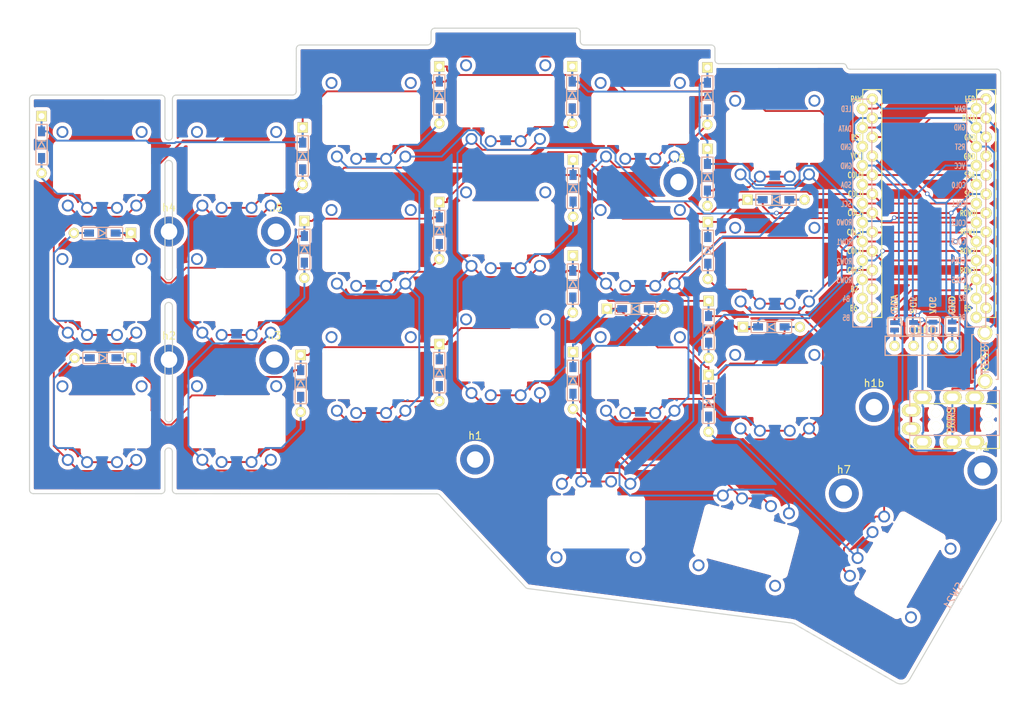
<source format=kicad_pcb>
(kicad_pcb (version 20171130) (host pcbnew 5.1.8)
  (title_block (title "Corne Light") (date 2018-12-26) (rev 2.1) (company foostan))
  (layers (0 F.Cu signal) (31 B.Cu signal) (34 B.Paste user) (35 F.Paste user) (36 B.SilkS user) (37 F.SilkS user) (38 B.Mask user) (39 F.Mask user) (44 Edge.Cuts user))
  (net 0 "")
  (net 1 row0)
  (net 2 row1)
  (net 3 "Net-(D2-Pad2)")
  (net 4 row2)
  (net 5 "Net-(D3-Pad2)")
  (net 6 row3)
  (net 7 "Net-(D4-Pad2)")
  (net 8 "Net-(D5-Pad2)")
  (net 9 "Net-(D6-Pad2)")
  (net 10 "Net-(D8-Pad2)")
  (net 11 "Net-(D9-Pad2)")
  (net 12 "Net-(D10-Pad2)")
  (net 13 "Net-(D11-Pad2)")
  (net 14 "Net-(D12-Pad2)")
  (net 15 "Net-(D14-Pad2)")
  (net 16 "Net-(D15-Pad2)")
  (net 17 "Net-(D16-Pad2)")
  (net 18 "Net-(D17-Pad2)")
  (net 19 "Net-(D18-Pad2)")
  (net 20 "Net-(D19-Pad2)")
  (net 21 "Net-(D20-Pad2)")
  (net 22 "Net-(D21-Pad2)")
  (net 23 GND)
  (net 24 VCC)
  (net 25 col0)
  (net 26 col1)
  (net 27 col2)
  (net 28 col3)
  (net 29 col4)
  (net 30 col5)
  (net 31 LED)
  (net 32 data)
  (net 33 reset)
  (net 34 SCL)
  (net 35 SDA)
  (net 36 "Net-(U1-Pad14)")
  (net 37 "Net-(U1-Pad13)")
  (net 38 "Net-(U1-Pad12)")
  (net 39 "Net-(U1-Pad11)")
  (net 40 "Net-(J1-PadA)")
  (net 41 "Net-(U1-Pad24)")
  (net 42 "Net-(D1-Pad2)")
  (net 43 "Net-(D7-Pad2)")
  (net 44 "Net-(D13-Pad2)")
  (module Kailh:Kailh_PG1232 (layer F.Cu) (at 174.66 118.79 240)
    (fp_text reference SW21 hide)
    (fp_text value SW_PUSH hide)
    (fp_text user %R (at 0 -8.255 240) (layer B.SilkS) (effects (justify mirror)))
    (pad "" np_thru_hole oval (at 0 3.5 240) (size 4.7 1) (drill oval 4.7 1) (layers *.Cu *.Mask))
    (pad "" np_thru_hole oval (at -2.2 3.5 330) (size 1.2 0.3) (drill oval 1.2 0.3) (layers *.Cu *.Mask))
    (pad "" np_thru_hole oval (at 2.2 3.5 330) (size 1.2 0.3) (drill oval 1.2 0.3) (layers *.Cu *.Mask))
    (pad "" np_thru_hole oval (at 0 3.95 240) (size 4.7 0.3) (drill oval 4.7 0.3) (layers *.Cu *.Mask))
    (pad "" np_thru_hole oval (at 5.36 0 240) (size 1 5.9) (drill oval 1 5.9) (layers *.Cu *.Mask))
    (pad "" np_thru_hole oval (at 4.59 0 240) (size 1 5.9) (drill oval 1 5.9) (layers *.Cu *.Mask))
    (pad "" np_thru_hole oval (at 4.2 0 240) (size 1 5.9) (drill oval 1 5.9) (layers *.Cu *.Mask))
    (pad "" np_thru_hole oval (at -4.2 0 240) (size 1 5.9) (drill oval 1 5.9) (layers *.Cu *.Mask))
    (pad "" np_thru_hole oval (at -4.59 0 240) (size 1 5.9) (drill oval 1 5.9) (layers *.Cu *.Mask))
    (pad "" np_thru_hole oval (at -5.9 0 330) (size 6.1 0.3) (drill oval 6.1 0.3) (layers *.Cu *.Mask))
    (pad "" np_thru_hole oval (at 5.9 0 330) (size 6.1 0.3) (drill oval 6.1 0.3) (layers *.Cu *.Mask))
    (pad "" np_thru_hole oval (at 0 2.9 240) (size 12.1 0.3) (drill oval 12.1 0.3) (layers *.Cu *.Mask))
    (pad "" np_thru_hole oval (at 0 -2.9 240) (size 12.1 0.3) (drill oval 12.1 0.3) (layers *.Cu *.Mask))
    (pad "" np_thru_hole oval (at -5.36 0 240) (size 1 5.9) (drill oval 1 5.9) (layers *.Cu *.Mask))
    (pad "" np_thru_hole oval (at 0 0 240) (size 11.85 5.9) (drill oval 11.85 5.9) (layers *.Cu *.Mask))
    (pad 1 thru_hole circle (at 4.58 5.1 240) (size 1.6 1.6) (drill 1.1) (layers *.Cu *.Mask) (net 30 col5) (clearance 0.2))
    (pad 2 thru_hole circle (at -2 5.4 240) (size 1.6 1.6) (drill 1.1) (layers *.Cu *.Mask) (net 22 "Net-(D21-Pad2)") (clearance 0.2))
    (pad 1 thru_hole circle (at -4.58 5.1 240) (size 1.6 1.6) (drill 1.1) (layers *.Cu *.Mask) (net 30 col5) (clearance 0.2))
    (pad 2 thru_hole circle (at 2 5.4 240) (size 1.6 1.6) (drill 1.1) (layers *.Cu *.Mask) (net 22 "Net-(D21-Pad2)") (clearance 0.2))
    (pad 3 thru_hole circle (at 5.3 -4.75 240) (size 1.6 1.6) (drill 1.1) (layers *.Cu *.Mask) (clearance 0.2))
    (pad 4 thru_hole circle (at -5.3 -4.75 240) (size 1.6 1.6) (drill 1.1) (layers *.Cu *.Mask) (clearance 0.2))
  )
  (module Kailh:Kailh_PG1232 (layer F.Cu) (at 154.06 115.58 165)
    (fp_text reference SW20 hide)
    (fp_text value SW_PUSH hide)
    (pad "" np_thru_hole oval (at 0 3.5 165) (size 4.7 1) (drill oval 4.7 1) (layers *.Cu *.Mask))
    (pad "" np_thru_hole oval (at -2.2 3.5 255) (size 1.2 0.3) (drill oval 1.2 0.3) (layers *.Cu *.Mask))
    (pad "" np_thru_hole oval (at 2.2 3.5 255) (size 1.2 0.3) (drill oval 1.2 0.3) (layers *.Cu *.Mask))
    (pad "" np_thru_hole oval (at 0 3.95 165) (size 4.7 0.3) (drill oval 4.7 0.3) (layers *.Cu *.Mask))
    (pad "" np_thru_hole oval (at 5.36 0 165) (size 1 5.9) (drill oval 1 5.9) (layers *.Cu *.Mask))
    (pad "" np_thru_hole oval (at 4.59 0 165) (size 1 5.9) (drill oval 1 5.9) (layers *.Cu *.Mask))
    (pad "" np_thru_hole oval (at 4.2 0 165) (size 1 5.9) (drill oval 1 5.9) (layers *.Cu *.Mask))
    (pad "" np_thru_hole oval (at -4.2 0 165) (size 1 5.9) (drill oval 1 5.9) (layers *.Cu *.Mask))
    (pad "" np_thru_hole oval (at -4.59 0 165) (size 1 5.9) (drill oval 1 5.9) (layers *.Cu *.Mask))
    (pad "" np_thru_hole oval (at -5.9 0 255) (size 6.1 0.3) (drill oval 6.1 0.3) (layers *.Cu *.Mask))
    (pad "" np_thru_hole oval (at 5.9 0 255) (size 6.1 0.3) (drill oval 6.1 0.3) (layers *.Cu *.Mask))
    (pad "" np_thru_hole oval (at 0 2.9 165) (size 12.1 0.3) (drill oval 12.1 0.3) (layers *.Cu *.Mask))
    (pad "" np_thru_hole oval (at 0 -2.9 165) (size 12.1 0.3) (drill oval 12.1 0.3) (layers *.Cu *.Mask))
    (pad "" np_thru_hole oval (at -5.36 0 165) (size 1 5.9) (drill oval 1 5.9) (layers *.Cu *.Mask))
    (pad "" np_thru_hole oval (at 0 0 165) (size 11.85 5.9) (drill oval 11.85 5.9) (layers *.Cu *.Mask))
    (pad 1 thru_hole circle (at 4.58 5.1 165) (size 1.6 1.6) (drill 1.1) (layers *.Cu *.Mask) (net 29 col4) (clearance 0.2))
    (pad 2 thru_hole circle (at -2 5.4 165) (size 1.6 1.6) (drill 1.1) (layers *.Cu *.Mask) (net 21 "Net-(D20-Pad2)") (clearance 0.2))
    (pad 1 thru_hole circle (at -4.58 5.1 165) (size 1.6 1.6) (drill 1.1) (layers *.Cu *.Mask) (net 29 col4) (clearance 0.2))
    (pad 2 thru_hole circle (at 2 5.4 165) (size 1.6 1.6) (drill 1.1) (layers *.Cu *.Mask) (net 21 "Net-(D20-Pad2)") (clearance 0.2))
    (pad 3 thru_hole circle (at 5.3 -4.75 165) (size 1.6 1.6) (drill 1.1) (layers *.Cu *.Mask) (clearance 0.2))
    (pad 4 thru_hole circle (at -5.3 -4.75 165) (size 1.6 1.6) (drill 1.1) (layers *.Cu *.Mask) (clearance 0.2))
  )
  (module Kailh:Kailh_PG1232 (layer F.Cu) (at 121.91 90.65)
    (fp_text reference SW16 hide)
    (fp_text value SW_PUSH hide)
    (pad "" np_thru_hole oval (at 0 3.5) (size 4.7 1) (drill oval 4.7 1) (layers *.Cu *.Mask))
    (pad "" np_thru_hole oval (at -2.2 3.5 90) (size 1.2 0.3) (drill oval 1.2 0.3) (layers *.Cu *.Mask))
    (pad "" np_thru_hole oval (at 2.2 3.5 90) (size 1.2 0.3) (drill oval 1.2 0.3) (layers *.Cu *.Mask))
    (pad "" np_thru_hole oval (at 0 3.95) (size 4.7 0.3) (drill oval 4.7 0.3) (layers *.Cu *.Mask))
    (pad "" np_thru_hole oval (at 5.36 0) (size 1 5.9) (drill oval 1 5.9) (layers *.Cu *.Mask))
    (pad "" np_thru_hole oval (at 4.59 0) (size 1 5.9) (drill oval 1 5.9) (layers *.Cu *.Mask))
    (pad "" np_thru_hole oval (at 4.2 0) (size 1 5.9) (drill oval 1 5.9) (layers *.Cu *.Mask))
    (pad "" np_thru_hole oval (at -4.2 0) (size 1 5.9) (drill oval 1 5.9) (layers *.Cu *.Mask))
    (pad "" np_thru_hole oval (at -4.59 0) (size 1 5.9) (drill oval 1 5.9) (layers *.Cu *.Mask))
    (pad "" np_thru_hole oval (at -5.9 0 90) (size 6.1 0.3) (drill oval 6.1 0.3) (layers *.Cu *.Mask))
    (pad "" np_thru_hole oval (at 5.9 0 90) (size 6.1 0.3) (drill oval 6.1 0.3) (layers *.Cu *.Mask))
    (pad "" np_thru_hole oval (at 0 2.9) (size 12.1 0.3) (drill oval 12.1 0.3) (layers *.Cu *.Mask))
    (pad "" np_thru_hole oval (at 0 -2.9) (size 12.1 0.3) (drill oval 12.1 0.3) (layers *.Cu *.Mask))
    (pad "" np_thru_hole oval (at -5.36 0) (size 1 5.9) (drill oval 1 5.9) (layers *.Cu *.Mask))
    (pad "" np_thru_hole oval (at 0 0) (size 11.85 5.9) (drill oval 11.85 5.9) (layers *.Cu *.Mask))
    (pad 1 thru_hole circle (at 4.58 5.1) (size 1.6 1.6) (drill 1.1) (layers *.Cu *.Mask) (net 28 col3) (clearance 0.2))
    (pad 2 thru_hole circle (at -2 5.4) (size 1.6 1.6) (drill 1.1) (layers *.Cu *.Mask) (net 17 "Net-(D16-Pad2)") (clearance 0.2))
    (pad 1 thru_hole circle (at -4.58 5.1) (size 1.6 1.6) (drill 1.1) (layers *.Cu *.Mask) (net 28 col3) (clearance 0.2))
    (pad 2 thru_hole circle (at 2 5.4) (size 1.6 1.6) (drill 1.1) (layers *.Cu *.Mask) (net 17 "Net-(D16-Pad2)") (clearance 0.2))
    (pad 3 thru_hole circle (at 5.3 -4.75) (size 1.6 1.6) (drill 1.1) (layers *.Cu *.Mask) (clearance 0.2))
    (pad 4 thru_hole circle (at -5.3 -4.75) (size 1.6 1.6) (drill 1.1) (layers *.Cu *.Mask) (clearance 0.2))
  )
  (module Kailh:Kailh_PG1232 (layer F.Cu) (at 157.91 78.4)
    (fp_text reference SW12 hide)
    (fp_text value SW_PUSH hide)
    (pad "" np_thru_hole oval (at 0 3.5) (size 4.7 1) (drill oval 4.7 1) (layers *.Cu *.Mask))
    (pad "" np_thru_hole oval (at -2.2 3.5 90) (size 1.2 0.3) (drill oval 1.2 0.3) (layers *.Cu *.Mask))
    (pad "" np_thru_hole oval (at 2.2 3.5 90) (size 1.2 0.3) (drill oval 1.2 0.3) (layers *.Cu *.Mask))
    (pad "" np_thru_hole oval (at 0 3.95) (size 4.7 0.3) (drill oval 4.7 0.3) (layers *.Cu *.Mask))
    (pad "" np_thru_hole oval (at 5.36 0) (size 1 5.9) (drill oval 1 5.9) (layers *.Cu *.Mask))
    (pad "" np_thru_hole oval (at 4.59 0) (size 1 5.9) (drill oval 1 5.9) (layers *.Cu *.Mask))
    (pad "" np_thru_hole oval (at 4.2 0) (size 1 5.9) (drill oval 1 5.9) (layers *.Cu *.Mask))
    (pad "" np_thru_hole oval (at -4.2 0) (size 1 5.9) (drill oval 1 5.9) (layers *.Cu *.Mask))
    (pad "" np_thru_hole oval (at -4.59 0) (size 1 5.9) (drill oval 1 5.9) (layers *.Cu *.Mask))
    (pad "" np_thru_hole oval (at -5.9 0 90) (size 6.1 0.3) (drill oval 6.1 0.3) (layers *.Cu *.Mask))
    (pad "" np_thru_hole oval (at 5.9 0 90) (size 6.1 0.3) (drill oval 6.1 0.3) (layers *.Cu *.Mask))
    (pad "" np_thru_hole oval (at 0 2.9) (size 12.1 0.3) (drill oval 12.1 0.3) (layers *.Cu *.Mask))
    (pad "" np_thru_hole oval (at 0 -2.9) (size 12.1 0.3) (drill oval 12.1 0.3) (layers *.Cu *.Mask))
    (pad "" np_thru_hole oval (at -5.36 0) (size 1 5.9) (drill oval 1 5.9) (layers *.Cu *.Mask))
    (pad "" np_thru_hole oval (at 0 0) (size 11.85 5.9) (drill oval 11.85 5.9) (layers *.Cu *.Mask))
    (pad 1 thru_hole circle (at 4.58 5.1) (size 1.6 1.6) (drill 1.1) (layers *.Cu *.Mask) (net 30 col5) (clearance 0.2))
    (pad 2 thru_hole circle (at -2 5.4) (size 1.6 1.6) (drill 1.1) (layers *.Cu *.Mask) (net 14 "Net-(D12-Pad2)") (clearance 0.2))
    (pad 1 thru_hole circle (at -4.58 5.1) (size 1.6 1.6) (drill 1.1) (layers *.Cu *.Mask) (net 30 col5) (clearance 0.2))
    (pad 2 thru_hole circle (at 2 5.4) (size 1.6 1.6) (drill 1.1) (layers *.Cu *.Mask) (net 14 "Net-(D12-Pad2)") (clearance 0.2))
    (pad 3 thru_hole circle (at 5.3 -4.75) (size 1.6 1.6) (drill 1.1) (layers *.Cu *.Mask) (clearance 0.2))
    (pad 4 thru_hole circle (at -5.3 -4.75) (size 1.6 1.6) (drill 1.1) (layers *.Cu *.Mask) (clearance 0.2))
  )
  (module Kailh:Kailh_PG1232 (layer F.Cu) (at 134.01 112.99 180)
    (fp_text reference SW19 hide)
    (fp_text value SW_PUSH hide)
    (pad "" np_thru_hole oval (at 0 3.5 180) (size 4.7 1) (drill oval 4.7 1) (layers *.Cu *.Mask))
    (pad "" np_thru_hole oval (at -2.2 3.5 270) (size 1.2 0.3) (drill oval 1.2 0.3) (layers *.Cu *.Mask))
    (pad "" np_thru_hole oval (at 2.2 3.5 270) (size 1.2 0.3) (drill oval 1.2 0.3) (layers *.Cu *.Mask))
    (pad "" np_thru_hole oval (at 0 3.95 180) (size 4.7 0.3) (drill oval 4.7 0.3) (layers *.Cu *.Mask))
    (pad "" np_thru_hole oval (at 5.36 0 180) (size 1 5.9) (drill oval 1 5.9) (layers *.Cu *.Mask))
    (pad "" np_thru_hole oval (at 4.59 0 180) (size 1 5.9) (drill oval 1 5.9) (layers *.Cu *.Mask))
    (pad "" np_thru_hole oval (at 4.2 0 180) (size 1 5.9) (drill oval 1 5.9) (layers *.Cu *.Mask))
    (pad "" np_thru_hole oval (at -4.2 0 180) (size 1 5.9) (drill oval 1 5.9) (layers *.Cu *.Mask))
    (pad "" np_thru_hole oval (at -4.59 0 180) (size 1 5.9) (drill oval 1 5.9) (layers *.Cu *.Mask))
    (pad "" np_thru_hole oval (at -5.9 0 270) (size 6.1 0.3) (drill oval 6.1 0.3) (layers *.Cu *.Mask))
    (pad "" np_thru_hole oval (at 5.9 0 270) (size 6.1 0.3) (drill oval 6.1 0.3) (layers *.Cu *.Mask))
    (pad "" np_thru_hole oval (at 0 2.9 180) (size 12.1 0.3) (drill oval 12.1 0.3) (layers *.Cu *.Mask))
    (pad "" np_thru_hole oval (at 0 -2.9 180) (size 12.1 0.3) (drill oval 12.1 0.3) (layers *.Cu *.Mask))
    (pad "" np_thru_hole oval (at -5.36 0 180) (size 1 5.9) (drill oval 1 5.9) (layers *.Cu *.Mask))
    (pad "" np_thru_hole oval (at 0 0 180) (size 11.85 5.9) (drill oval 11.85 5.9) (layers *.Cu *.Mask))
    (pad 1 thru_hole circle (at 4.58 5.1 180) (size 1.6 1.6) (drill 1.1) (layers *.Cu *.Mask) (net 28 col3) (clearance 0.2))
    (pad 2 thru_hole circle (at -2 5.4 180) (size 1.6 1.6) (drill 1.1) (layers *.Cu *.Mask) (net 20 "Net-(D19-Pad2)") (clearance 0.2))
    (pad 1 thru_hole circle (at -4.58 5.1 180) (size 1.6 1.6) (drill 1.1) (layers *.Cu *.Mask) (net 28 col3) (clearance 0.2))
    (pad 2 thru_hole circle (at 2 5.4 180) (size 1.6 1.6) (drill 1.1) (layers *.Cu *.Mask) (net 20 "Net-(D19-Pad2)") (clearance 0.2))
    (pad 3 thru_hole circle (at 5.3 -4.75 180) (size 1.6 1.6) (drill 1.1) (layers *.Cu *.Mask) (clearance 0.2))
    (pad 4 thru_hole circle (at -5.3 -4.75 180) (size 1.6 1.6) (drill 1.1) (layers *.Cu *.Mask) (clearance 0.2))
  )
  (module Kailh:Kailh_PG1232 (layer F.Cu) (at 157.91 95.4)
    (fp_text reference SW18 hide)
    (fp_text value SW_PUSH hide)
    (pad "" np_thru_hole oval (at 0 3.5) (size 4.7 1) (drill oval 4.7 1) (layers *.Cu *.Mask))
    (pad "" np_thru_hole oval (at -2.2 3.5 90) (size 1.2 0.3) (drill oval 1.2 0.3) (layers *.Cu *.Mask))
    (pad "" np_thru_hole oval (at 2.2 3.5 90) (size 1.2 0.3) (drill oval 1.2 0.3) (layers *.Cu *.Mask))
    (pad "" np_thru_hole oval (at 0 3.95) (size 4.7 0.3) (drill oval 4.7 0.3) (layers *.Cu *.Mask))
    (pad "" np_thru_hole oval (at 5.36 0) (size 1 5.9) (drill oval 1 5.9) (layers *.Cu *.Mask))
    (pad "" np_thru_hole oval (at 4.59 0) (size 1 5.9) (drill oval 1 5.9) (layers *.Cu *.Mask))
    (pad "" np_thru_hole oval (at 4.2 0) (size 1 5.9) (drill oval 1 5.9) (layers *.Cu *.Mask))
    (pad "" np_thru_hole oval (at -4.2 0) (size 1 5.9) (drill oval 1 5.9) (layers *.Cu *.Mask))
    (pad "" np_thru_hole oval (at -4.59 0) (size 1 5.9) (drill oval 1 5.9) (layers *.Cu *.Mask))
    (pad "" np_thru_hole oval (at -5.9 0 90) (size 6.1 0.3) (drill oval 6.1 0.3) (layers *.Cu *.Mask))
    (pad "" np_thru_hole oval (at 5.9 0 90) (size 6.1 0.3) (drill oval 6.1 0.3) (layers *.Cu *.Mask))
    (pad "" np_thru_hole oval (at 0 2.9) (size 12.1 0.3) (drill oval 12.1 0.3) (layers *.Cu *.Mask))
    (pad "" np_thru_hole oval (at 0 -2.9) (size 12.1 0.3) (drill oval 12.1 0.3) (layers *.Cu *.Mask))
    (pad "" np_thru_hole oval (at -5.36 0) (size 1 5.9) (drill oval 1 5.9) (layers *.Cu *.Mask))
    (pad "" np_thru_hole oval (at 0 0) (size 11.85 5.9) (drill oval 11.85 5.9) (layers *.Cu *.Mask))
    (pad 1 thru_hole circle (at 4.58 5.1) (size 1.6 1.6) (drill 1.1) (layers *.Cu *.Mask) (net 30 col5) (clearance 0.2))
    (pad 2 thru_hole circle (at -2 5.4) (size 1.6 1.6) (drill 1.1) (layers *.Cu *.Mask) (net 19 "Net-(D18-Pad2)") (clearance 0.2))
    (pad 1 thru_hole circle (at -4.58 5.1) (size 1.6 1.6) (drill 1.1) (layers *.Cu *.Mask) (net 30 col5) (clearance 0.2))
    (pad 2 thru_hole circle (at 2 5.4) (size 1.6 1.6) (drill 1.1) (layers *.Cu *.Mask) (net 19 "Net-(D18-Pad2)") (clearance 0.2))
    (pad 3 thru_hole circle (at 5.3 -4.75) (size 1.6 1.6) (drill 1.1) (layers *.Cu *.Mask) (clearance 0.2))
    (pad 4 thru_hole circle (at -5.3 -4.75) (size 1.6 1.6) (drill 1.1) (layers *.Cu *.Mask) (clearance 0.2))
  )
  (module Kailh:Kailh_PG1232 (layer F.Cu) (at 139.91 93.025)
    (fp_text reference SW17 hide)
    (fp_text value SW_PUSH hide)
    (pad "" np_thru_hole oval (at 0 3.5) (size 4.7 1) (drill oval 4.7 1) (layers *.Cu *.Mask))
    (pad "" np_thru_hole oval (at -2.2 3.5 90) (size 1.2 0.3) (drill oval 1.2 0.3) (layers *.Cu *.Mask))
    (pad "" np_thru_hole oval (at 2.2 3.5 90) (size 1.2 0.3) (drill oval 1.2 0.3) (layers *.Cu *.Mask))
    (pad "" np_thru_hole oval (at 0 3.95) (size 4.7 0.3) (drill oval 4.7 0.3) (layers *.Cu *.Mask))
    (pad "" np_thru_hole oval (at 5.36 0) (size 1 5.9) (drill oval 1 5.9) (layers *.Cu *.Mask))
    (pad "" np_thru_hole oval (at 4.59 0) (size 1 5.9) (drill oval 1 5.9) (layers *.Cu *.Mask))
    (pad "" np_thru_hole oval (at 4.2 0) (size 1 5.9) (drill oval 1 5.9) (layers *.Cu *.Mask))
    (pad "" np_thru_hole oval (at -4.2 0) (size 1 5.9) (drill oval 1 5.9) (layers *.Cu *.Mask))
    (pad "" np_thru_hole oval (at -4.59 0) (size 1 5.9) (drill oval 1 5.9) (layers *.Cu *.Mask))
    (pad "" np_thru_hole oval (at -5.9 0 90) (size 6.1 0.3) (drill oval 6.1 0.3) (layers *.Cu *.Mask))
    (pad "" np_thru_hole oval (at 5.9 0 90) (size 6.1 0.3) (drill oval 6.1 0.3) (layers *.Cu *.Mask))
    (pad "" np_thru_hole oval (at 0 2.9) (size 12.1 0.3) (drill oval 12.1 0.3) (layers *.Cu *.Mask))
    (pad "" np_thru_hole oval (at 0 -2.9) (size 12.1 0.3) (drill oval 12.1 0.3) (layers *.Cu *.Mask))
    (pad "" np_thru_hole oval (at -5.36 0) (size 1 5.9) (drill oval 1 5.9) (layers *.Cu *.Mask))
    (pad "" np_thru_hole oval (at 0 0) (size 11.85 5.9) (drill oval 11.85 5.9) (layers *.Cu *.Mask))
    (pad 1 thru_hole circle (at 4.58 5.1) (size 1.6 1.6) (drill 1.1) (layers *.Cu *.Mask) (net 29 col4) (clearance 0.2))
    (pad 2 thru_hole circle (at -2 5.4) (size 1.6 1.6) (drill 1.1) (layers *.Cu *.Mask) (net 18 "Net-(D17-Pad2)") (clearance 0.2))
    (pad 1 thru_hole circle (at -4.58 5.1) (size 1.6 1.6) (drill 1.1) (layers *.Cu *.Mask) (net 29 col4) (clearance 0.2))
    (pad 2 thru_hole circle (at 2 5.4) (size 1.6 1.6) (drill 1.1) (layers *.Cu *.Mask) (net 18 "Net-(D17-Pad2)") (clearance 0.2))
    (pad 3 thru_hole circle (at 5.3 -4.75) (size 1.6 1.6) (drill 1.1) (layers *.Cu *.Mask) (clearance 0.2))
    (pad 4 thru_hole circle (at -5.3 -4.75) (size 1.6 1.6) (drill 1.1) (layers *.Cu *.Mask) (clearance 0.2))
  )
  (module Kailh:Kailh_PG1232 (layer F.Cu) (at 103.91 93.025)
    (fp_text reference SW15 hide)
    (fp_text value SW_PUSH hide)
    (pad "" np_thru_hole oval (at 0 3.5) (size 4.7 1) (drill oval 4.7 1) (layers *.Cu *.Mask))
    (pad "" np_thru_hole oval (at -2.2 3.5 90) (size 1.2 0.3) (drill oval 1.2 0.3) (layers *.Cu *.Mask))
    (pad "" np_thru_hole oval (at 2.2 3.5 90) (size 1.2 0.3) (drill oval 1.2 0.3) (layers *.Cu *.Mask))
    (pad "" np_thru_hole oval (at 0 3.95) (size 4.7 0.3) (drill oval 4.7 0.3) (layers *.Cu *.Mask))
    (pad "" np_thru_hole oval (at 5.36 0) (size 1 5.9) (drill oval 1 5.9) (layers *.Cu *.Mask))
    (pad "" np_thru_hole oval (at 4.59 0) (size 1 5.9) (drill oval 1 5.9) (layers *.Cu *.Mask))
    (pad "" np_thru_hole oval (at 4.2 0) (size 1 5.9) (drill oval 1 5.9) (layers *.Cu *.Mask))
    (pad "" np_thru_hole oval (at -4.2 0) (size 1 5.9) (drill oval 1 5.9) (layers *.Cu *.Mask))
    (pad "" np_thru_hole oval (at -4.59 0) (size 1 5.9) (drill oval 1 5.9) (layers *.Cu *.Mask))
    (pad "" np_thru_hole oval (at -5.9 0 90) (size 6.1 0.3) (drill oval 6.1 0.3) (layers *.Cu *.Mask))
    (pad "" np_thru_hole oval (at 5.9 0 90) (size 6.1 0.3) (drill oval 6.1 0.3) (layers *.Cu *.Mask))
    (pad "" np_thru_hole oval (at 0 2.9) (size 12.1 0.3) (drill oval 12.1 0.3) (layers *.Cu *.Mask))
    (pad "" np_thru_hole oval (at 0 -2.9) (size 12.1 0.3) (drill oval 12.1 0.3) (layers *.Cu *.Mask))
    (pad "" np_thru_hole oval (at -5.36 0) (size 1 5.9) (drill oval 1 5.9) (layers *.Cu *.Mask))
    (pad "" np_thru_hole oval (at 0 0) (size 11.85 5.9) (drill oval 11.85 5.9) (layers *.Cu *.Mask))
    (pad 1 thru_hole circle (at 4.58 5.1) (size 1.6 1.6) (drill 1.1) (layers *.Cu *.Mask) (net 27 col2) (clearance 0.2))
    (pad 2 thru_hole circle (at -2 5.4) (size 1.6 1.6) (drill 1.1) (layers *.Cu *.Mask) (net 16 "Net-(D15-Pad2)") (clearance 0.2))
    (pad 1 thru_hole circle (at -4.58 5.1) (size 1.6 1.6) (drill 1.1) (layers *.Cu *.Mask) (net 27 col2) (clearance 0.2))
    (pad 2 thru_hole circle (at 2 5.4) (size 1.6 1.6) (drill 1.1) (layers *.Cu *.Mask) (net 16 "Net-(D15-Pad2)") (clearance 0.2))
    (pad 3 thru_hole circle (at 5.3 -4.75) (size 1.6 1.6) (drill 1.1) (layers *.Cu *.Mask) (clearance 0.2))
    (pad 4 thru_hole circle (at -5.3 -4.75) (size 1.6 1.6) (drill 1.1) (layers *.Cu *.Mask) (clearance 0.2))
  )
  (module Kailh:Kailh_PG1232 (layer F.Cu) (at 85.91 99.585)
    (fp_text reference SW14 hide)
    (fp_text value SW_PUSH hide)
    (pad "" np_thru_hole oval (at 0 3.5) (size 4.7 1) (drill oval 4.7 1) (layers *.Cu *.Mask))
    (pad "" np_thru_hole oval (at -2.2 3.5 90) (size 1.2 0.3) (drill oval 1.2 0.3) (layers *.Cu *.Mask))
    (pad "" np_thru_hole oval (at 2.2 3.5 90) (size 1.2 0.3) (drill oval 1.2 0.3) (layers *.Cu *.Mask))
    (pad "" np_thru_hole oval (at 0 3.95) (size 4.7 0.3) (drill oval 4.7 0.3) (layers *.Cu *.Mask))
    (pad "" np_thru_hole oval (at 5.36 0) (size 1 5.9) (drill oval 1 5.9) (layers *.Cu *.Mask))
    (pad "" np_thru_hole oval (at 4.59 0) (size 1 5.9) (drill oval 1 5.9) (layers *.Cu *.Mask))
    (pad "" np_thru_hole oval (at 4.2 0) (size 1 5.9) (drill oval 1 5.9) (layers *.Cu *.Mask))
    (pad "" np_thru_hole oval (at -4.2 0) (size 1 5.9) (drill oval 1 5.9) (layers *.Cu *.Mask))
    (pad "" np_thru_hole oval (at -4.59 0) (size 1 5.9) (drill oval 1 5.9) (layers *.Cu *.Mask))
    (pad "" np_thru_hole oval (at -5.9 0 90) (size 6.1 0.3) (drill oval 6.1 0.3) (layers *.Cu *.Mask))
    (pad "" np_thru_hole oval (at 5.9 0 90) (size 6.1 0.3) (drill oval 6.1 0.3) (layers *.Cu *.Mask))
    (pad "" np_thru_hole oval (at 0 2.9) (size 12.1 0.3) (drill oval 12.1 0.3) (layers *.Cu *.Mask))
    (pad "" np_thru_hole oval (at 0 -2.9) (size 12.1 0.3) (drill oval 12.1 0.3) (layers *.Cu *.Mask))
    (pad "" np_thru_hole oval (at -5.36 0) (size 1 5.9) (drill oval 1 5.9) (layers *.Cu *.Mask))
    (pad "" np_thru_hole oval (at 0 0) (size 11.85 5.9) (drill oval 11.85 5.9) (layers *.Cu *.Mask))
    (pad 1 thru_hole circle (at 4.58 5.1) (size 1.6 1.6) (drill 1.1) (layers *.Cu *.Mask) (net 26 col1) (clearance 0.2))
    (pad 2 thru_hole circle (at -2 5.4) (size 1.6 1.6) (drill 1.1) (layers *.Cu *.Mask) (net 15 "Net-(D14-Pad2)") (clearance 0.2))
    (pad 1 thru_hole circle (at -4.58 5.1) (size 1.6 1.6) (drill 1.1) (layers *.Cu *.Mask) (net 26 col1) (clearance 0.2))
    (pad 2 thru_hole circle (at 2 5.4) (size 1.6 1.6) (drill 1.1) (layers *.Cu *.Mask) (net 15 "Net-(D14-Pad2)") (clearance 0.2))
    (pad 3 thru_hole circle (at 5.3 -4.75) (size 1.6 1.6) (drill 1.1) (layers *.Cu *.Mask) (clearance 0.2))
    (pad 4 thru_hole circle (at -5.3 -4.75) (size 1.6 1.6) (drill 1.1) (layers *.Cu *.Mask) (clearance 0.2))
  )
  (module Kailh:Kailh_PG1232 (layer F.Cu) (at 67.91 99.6)
    (fp_text reference SW13 hide)
    (fp_text value SW_PUSH hide)
    (pad "" np_thru_hole oval (at 0 3.5) (size 4.7 1) (drill oval 4.7 1) (layers *.Cu *.Mask))
    (pad "" np_thru_hole oval (at -2.2 3.5 90) (size 1.2 0.3) (drill oval 1.2 0.3) (layers *.Cu *.Mask))
    (pad "" np_thru_hole oval (at 2.2 3.5 90) (size 1.2 0.3) (drill oval 1.2 0.3) (layers *.Cu *.Mask))
    (pad "" np_thru_hole oval (at 0 3.95) (size 4.7 0.3) (drill oval 4.7 0.3) (layers *.Cu *.Mask))
    (pad "" np_thru_hole oval (at 5.36 0) (size 1 5.9) (drill oval 1 5.9) (layers *.Cu *.Mask))
    (pad "" np_thru_hole oval (at 4.59 0) (size 1 5.9) (drill oval 1 5.9) (layers *.Cu *.Mask))
    (pad "" np_thru_hole oval (at 4.2 0) (size 1 5.9) (drill oval 1 5.9) (layers *.Cu *.Mask))
    (pad "" np_thru_hole oval (at -4.2 0) (size 1 5.9) (drill oval 1 5.9) (layers *.Cu *.Mask))
    (pad "" np_thru_hole oval (at -4.59 0) (size 1 5.9) (drill oval 1 5.9) (layers *.Cu *.Mask))
    (pad "" np_thru_hole oval (at -5.9 0 90) (size 6.1 0.3) (drill oval 6.1 0.3) (layers *.Cu *.Mask))
    (pad "" np_thru_hole oval (at 5.9 0 90) (size 6.1 0.3) (drill oval 6.1 0.3) (layers *.Cu *.Mask))
    (pad "" np_thru_hole oval (at 0 2.9) (size 12.1 0.3) (drill oval 12.1 0.3) (layers *.Cu *.Mask))
    (pad "" np_thru_hole oval (at 0 -2.9) (size 12.1 0.3) (drill oval 12.1 0.3) (layers *.Cu *.Mask))
    (pad "" np_thru_hole oval (at -5.36 0) (size 1 5.9) (drill oval 1 5.9) (layers *.Cu *.Mask))
    (pad "" np_thru_hole oval (at 0 0) (size 11.85 5.9) (drill oval 11.85 5.9) (layers *.Cu *.Mask))
    (pad 1 thru_hole circle (at 4.58 5.1) (size 1.6 1.6) (drill 1.1) (layers *.Cu *.Mask) (net 25 col0) (clearance 0.2))
    (pad 2 thru_hole circle (at -2 5.4) (size 1.6 1.6) (drill 1.1) (layers *.Cu *.Mask) (net 44 "Net-(D13-Pad2)") (clearance 0.2))
    (pad 1 thru_hole circle (at -4.58 5.1) (size 1.6 1.6) (drill 1.1) (layers *.Cu *.Mask) (net 25 col0) (clearance 0.2))
    (pad 2 thru_hole circle (at 2 5.4) (size 1.6 1.6) (drill 1.1) (layers *.Cu *.Mask) (net 44 "Net-(D13-Pad2)") (clearance 0.2))
    (pad 3 thru_hole circle (at 5.3 -4.75) (size 1.6 1.6) (drill 1.1) (layers *.Cu *.Mask) (clearance 0.2))
    (pad 4 thru_hole circle (at -5.3 -4.75) (size 1.6 1.6) (drill 1.1) (layers *.Cu *.Mask) (clearance 0.2))
  )
  (module Kailh:Kailh_PG1232 (layer F.Cu) (at 139.91 76.02)
    (fp_text reference SW11 hide)
    (fp_text value SW_PUSH hide)
    (pad "" np_thru_hole oval (at 0 3.5) (size 4.7 1) (drill oval 4.7 1) (layers *.Cu *.Mask))
    (pad "" np_thru_hole oval (at -2.2 3.5 90) (size 1.2 0.3) (drill oval 1.2 0.3) (layers *.Cu *.Mask))
    (pad "" np_thru_hole oval (at 2.2 3.5 90) (size 1.2 0.3) (drill oval 1.2 0.3) (layers *.Cu *.Mask))
    (pad "" np_thru_hole oval (at 0 3.95) (size 4.7 0.3) (drill oval 4.7 0.3) (layers *.Cu *.Mask))
    (pad "" np_thru_hole oval (at 5.36 0) (size 1 5.9) (drill oval 1 5.9) (layers *.Cu *.Mask))
    (pad "" np_thru_hole oval (at 4.59 0) (size 1 5.9) (drill oval 1 5.9) (layers *.Cu *.Mask))
    (pad "" np_thru_hole oval (at 4.2 0) (size 1 5.9) (drill oval 1 5.9) (layers *.Cu *.Mask))
    (pad "" np_thru_hole oval (at -4.2 0) (size 1 5.9) (drill oval 1 5.9) (layers *.Cu *.Mask))
    (pad "" np_thru_hole oval (at -4.59 0) (size 1 5.9) (drill oval 1 5.9) (layers *.Cu *.Mask))
    (pad "" np_thru_hole oval (at -5.9 0 90) (size 6.1 0.3) (drill oval 6.1 0.3) (layers *.Cu *.Mask))
    (pad "" np_thru_hole oval (at 5.9 0 90) (size 6.1 0.3) (drill oval 6.1 0.3) (layers *.Cu *.Mask))
    (pad "" np_thru_hole oval (at 0 2.9) (size 12.1 0.3) (drill oval 12.1 0.3) (layers *.Cu *.Mask))
    (pad "" np_thru_hole oval (at 0 -2.9) (size 12.1 0.3) (drill oval 12.1 0.3) (layers *.Cu *.Mask))
    (pad "" np_thru_hole oval (at -5.36 0) (size 1 5.9) (drill oval 1 5.9) (layers *.Cu *.Mask))
    (pad "" np_thru_hole oval (at 0 0) (size 11.85 5.9) (drill oval 11.85 5.9) (layers *.Cu *.Mask))
    (pad 1 thru_hole circle (at 4.58 5.1) (size 1.6 1.6) (drill 1.1) (layers *.Cu *.Mask) (net 29 col4) (clearance 0.2))
    (pad 2 thru_hole circle (at -2 5.4) (size 1.6 1.6) (drill 1.1) (layers *.Cu *.Mask) (net 13 "Net-(D11-Pad2)") (clearance 0.2))
    (pad 1 thru_hole circle (at -4.58 5.1) (size 1.6 1.6) (drill 1.1) (layers *.Cu *.Mask) (net 29 col4) (clearance 0.2))
    (pad 2 thru_hole circle (at 2 5.4) (size 1.6 1.6) (drill 1.1) (layers *.Cu *.Mask) (net 13 "Net-(D11-Pad2)") (clearance 0.2))
    (pad 3 thru_hole circle (at 5.3 -4.75) (size 1.6 1.6) (drill 1.1) (layers *.Cu *.Mask) (clearance 0.2))
    (pad 4 thru_hole circle (at -5.3 -4.75) (size 1.6 1.6) (drill 1.1) (layers *.Cu *.Mask) (clearance 0.2))
  )
  (module Kailh:Kailh_PG1232 (layer F.Cu) (at 121.91 73.65)
    (fp_text reference SW10 hide)
    (fp_text value SW_PUSH hide)
    (pad "" np_thru_hole oval (at 0 3.5) (size 4.7 1) (drill oval 4.7 1) (layers *.Cu *.Mask))
    (pad "" np_thru_hole oval (at -2.2 3.5 90) (size 1.2 0.3) (drill oval 1.2 0.3) (layers *.Cu *.Mask))
    (pad "" np_thru_hole oval (at 2.2 3.5 90) (size 1.2 0.3) (drill oval 1.2 0.3) (layers *.Cu *.Mask))
    (pad "" np_thru_hole oval (at 0 3.95) (size 4.7 0.3) (drill oval 4.7 0.3) (layers *.Cu *.Mask))
    (pad "" np_thru_hole oval (at 5.36 0) (size 1 5.9) (drill oval 1 5.9) (layers *.Cu *.Mask))
    (pad "" np_thru_hole oval (at 4.59 0) (size 1 5.9) (drill oval 1 5.9) (layers *.Cu *.Mask))
    (pad "" np_thru_hole oval (at 4.2 0) (size 1 5.9) (drill oval 1 5.9) (layers *.Cu *.Mask))
    (pad "" np_thru_hole oval (at -4.2 0) (size 1 5.9) (drill oval 1 5.9) (layers *.Cu *.Mask))
    (pad "" np_thru_hole oval (at -4.59 0) (size 1 5.9) (drill oval 1 5.9) (layers *.Cu *.Mask))
    (pad "" np_thru_hole oval (at -5.9 0 90) (size 6.1 0.3) (drill oval 6.1 0.3) (layers *.Cu *.Mask))
    (pad "" np_thru_hole oval (at 5.9 0 90) (size 6.1 0.3) (drill oval 6.1 0.3) (layers *.Cu *.Mask))
    (pad "" np_thru_hole oval (at 0 2.9) (size 12.1 0.3) (drill oval 12.1 0.3) (layers *.Cu *.Mask))
    (pad "" np_thru_hole oval (at 0 -2.9) (size 12.1 0.3) (drill oval 12.1 0.3) (layers *.Cu *.Mask))
    (pad "" np_thru_hole oval (at -5.36 0) (size 1 5.9) (drill oval 1 5.9) (layers *.Cu *.Mask))
    (pad "" np_thru_hole oval (at 0 0) (size 11.85 5.9) (drill oval 11.85 5.9) (layers *.Cu *.Mask))
    (pad 1 thru_hole circle (at 4.58 5.1) (size 1.6 1.6) (drill 1.1) (layers *.Cu *.Mask) (net 28 col3) (clearance 0.2))
    (pad 2 thru_hole circle (at -2 5.4) (size 1.6 1.6) (drill 1.1) (layers *.Cu *.Mask) (net 12 "Net-(D10-Pad2)") (clearance 0.2))
    (pad 1 thru_hole circle (at -4.58 5.1) (size 1.6 1.6) (drill 1.1) (layers *.Cu *.Mask) (net 28 col3) (clearance 0.2))
    (pad 2 thru_hole circle (at 2 5.4) (size 1.6 1.6) (drill 1.1) (layers *.Cu *.Mask) (net 12 "Net-(D10-Pad2)") (clearance 0.2))
    (pad 3 thru_hole circle (at 5.3 -4.75) (size 1.6 1.6) (drill 1.1) (layers *.Cu *.Mask) (clearance 0.2))
    (pad 4 thru_hole circle (at -5.3 -4.75) (size 1.6 1.6) (drill 1.1) (layers *.Cu *.Mask) (clearance 0.2))
  )
  (module Kailh:Kailh_PG1232 (layer F.Cu) (at 103.91 76.02)
    (fp_text reference SW9 hide)
    (fp_text value SW_PUSH hide)
    (pad "" np_thru_hole oval (at 0 3.5) (size 4.7 1) (drill oval 4.7 1) (layers *.Cu *.Mask))
    (pad "" np_thru_hole oval (at -2.2 3.5 90) (size 1.2 0.3) (drill oval 1.2 0.3) (layers *.Cu *.Mask))
    (pad "" np_thru_hole oval (at 2.2 3.5 90) (size 1.2 0.3) (drill oval 1.2 0.3) (layers *.Cu *.Mask))
    (pad "" np_thru_hole oval (at 0 3.95) (size 4.7 0.3) (drill oval 4.7 0.3) (layers *.Cu *.Mask))
    (pad "" np_thru_hole oval (at 5.36 0) (size 1 5.9) (drill oval 1 5.9) (layers *.Cu *.Mask))
    (pad "" np_thru_hole oval (at 4.59 0) (size 1 5.9) (drill oval 1 5.9) (layers *.Cu *.Mask))
    (pad "" np_thru_hole oval (at 4.2 0) (size 1 5.9) (drill oval 1 5.9) (layers *.Cu *.Mask))
    (pad "" np_thru_hole oval (at -4.2 0) (size 1 5.9) (drill oval 1 5.9) (layers *.Cu *.Mask))
    (pad "" np_thru_hole oval (at -4.59 0) (size 1 5.9) (drill oval 1 5.9) (layers *.Cu *.Mask))
    (pad "" np_thru_hole oval (at -5.9 0 90) (size 6.1 0.3) (drill oval 6.1 0.3) (layers *.Cu *.Mask))
    (pad "" np_thru_hole oval (at 5.9 0 90) (size 6.1 0.3) (drill oval 6.1 0.3) (layers *.Cu *.Mask))
    (pad "" np_thru_hole oval (at 0 2.9) (size 12.1 0.3) (drill oval 12.1 0.3) (layers *.Cu *.Mask))
    (pad "" np_thru_hole oval (at 0 -2.9) (size 12.1 0.3) (drill oval 12.1 0.3) (layers *.Cu *.Mask))
    (pad "" np_thru_hole oval (at -5.36 0) (size 1 5.9) (drill oval 1 5.9) (layers *.Cu *.Mask))
    (pad "" np_thru_hole oval (at 0 0) (size 11.85 5.9) (drill oval 11.85 5.9) (layers *.Cu *.Mask))
    (pad 1 thru_hole circle (at 4.58 5.1) (size 1.6 1.6) (drill 1.1) (layers *.Cu *.Mask) (net 27 col2) (clearance 0.2))
    (pad 2 thru_hole circle (at -2 5.4) (size 1.6 1.6) (drill 1.1) (layers *.Cu *.Mask) (net 11 "Net-(D9-Pad2)") (clearance 0.2))
    (pad 1 thru_hole circle (at -4.58 5.1) (size 1.6 1.6) (drill 1.1) (layers *.Cu *.Mask) (net 27 col2) (clearance 0.2))
    (pad 2 thru_hole circle (at 2 5.4) (size 1.6 1.6) (drill 1.1) (layers *.Cu *.Mask) (net 11 "Net-(D9-Pad2)") (clearance 0.2))
    (pad 3 thru_hole circle (at 5.3 -4.75) (size 1.6 1.6) (drill 1.1) (layers *.Cu *.Mask) (clearance 0.2))
    (pad 4 thru_hole circle (at -5.3 -4.75) (size 1.6 1.6) (drill 1.1) (layers *.Cu *.Mask) (clearance 0.2))
  )
  (module Kailh:Kailh_PG1232 (layer F.Cu) (at 85.91 82.58)
    (fp_text reference SW8 hide)
    (fp_text value SW_PUSH hide)
    (pad "" np_thru_hole oval (at 0 3.5) (size 4.7 1) (drill oval 4.7 1) (layers *.Cu *.Mask))
    (pad "" np_thru_hole oval (at -2.2 3.5 90) (size 1.2 0.3) (drill oval 1.2 0.3) (layers *.Cu *.Mask))
    (pad "" np_thru_hole oval (at 2.2 3.5 90) (size 1.2 0.3) (drill oval 1.2 0.3) (layers *.Cu *.Mask))
    (pad "" np_thru_hole oval (at 0 3.95) (size 4.7 0.3) (drill oval 4.7 0.3) (layers *.Cu *.Mask))
    (pad "" np_thru_hole oval (at 5.36 0) (size 1 5.9) (drill oval 1 5.9) (layers *.Cu *.Mask))
    (pad "" np_thru_hole oval (at 4.59 0) (size 1 5.9) (drill oval 1 5.9) (layers *.Cu *.Mask))
    (pad "" np_thru_hole oval (at 4.2 0) (size 1 5.9) (drill oval 1 5.9) (layers *.Cu *.Mask))
    (pad "" np_thru_hole oval (at -4.2 0) (size 1 5.9) (drill oval 1 5.9) (layers *.Cu *.Mask))
    (pad "" np_thru_hole oval (at -4.59 0) (size 1 5.9) (drill oval 1 5.9) (layers *.Cu *.Mask))
    (pad "" np_thru_hole oval (at -5.9 0 90) (size 6.1 0.3) (drill oval 6.1 0.3) (layers *.Cu *.Mask))
    (pad "" np_thru_hole oval (at 5.9 0 90) (size 6.1 0.3) (drill oval 6.1 0.3) (layers *.Cu *.Mask))
    (pad "" np_thru_hole oval (at 0 2.9) (size 12.1 0.3) (drill oval 12.1 0.3) (layers *.Cu *.Mask))
    (pad "" np_thru_hole oval (at 0 -2.9) (size 12.1 0.3) (drill oval 12.1 0.3) (layers *.Cu *.Mask))
    (pad "" np_thru_hole oval (at -5.36 0) (size 1 5.9) (drill oval 1 5.9) (layers *.Cu *.Mask))
    (pad "" np_thru_hole oval (at 0 0) (size 11.85 5.9) (drill oval 11.85 5.9) (layers *.Cu *.Mask))
    (pad 1 thru_hole circle (at 4.58 5.1) (size 1.6 1.6) (drill 1.1) (layers *.Cu *.Mask) (net 26 col1) (clearance 0.2))
    (pad 2 thru_hole circle (at -2 5.4) (size 1.6 1.6) (drill 1.1) (layers *.Cu *.Mask) (net 10 "Net-(D8-Pad2)") (clearance 0.2))
    (pad 1 thru_hole circle (at -4.58 5.1) (size 1.6 1.6) (drill 1.1) (layers *.Cu *.Mask) (net 26 col1) (clearance 0.2))
    (pad 2 thru_hole circle (at 2 5.4) (size 1.6 1.6) (drill 1.1) (layers *.Cu *.Mask) (net 10 "Net-(D8-Pad2)") (clearance 0.2))
    (pad 3 thru_hole circle (at 5.3 -4.75) (size 1.6 1.6) (drill 1.1) (layers *.Cu *.Mask) (clearance 0.2))
    (pad 4 thru_hole circle (at -5.3 -4.75) (size 1.6 1.6) (drill 1.1) (layers *.Cu *.Mask) (clearance 0.2))
  )
  (module Kailh:Kailh_PG1232 (layer F.Cu) (at 67.91 82.58)
    (fp_text reference SW7 hide)
    (fp_text value SW_PUSH hide)
    (pad "" np_thru_hole oval (at 0 3.5) (size 4.7 1) (drill oval 4.7 1) (layers *.Cu *.Mask))
    (pad "" np_thru_hole oval (at -2.2 3.5 90) (size 1.2 0.3) (drill oval 1.2 0.3) (layers *.Cu *.Mask))
    (pad "" np_thru_hole oval (at 2.2 3.5 90) (size 1.2 0.3) (drill oval 1.2 0.3) (layers *.Cu *.Mask))
    (pad "" np_thru_hole oval (at 0 3.95) (size 4.7 0.3) (drill oval 4.7 0.3) (layers *.Cu *.Mask))
    (pad "" np_thru_hole oval (at 5.36 0) (size 1 5.9) (drill oval 1 5.9) (layers *.Cu *.Mask))
    (pad "" np_thru_hole oval (at 4.59 0) (size 1 5.9) (drill oval 1 5.9) (layers *.Cu *.Mask))
    (pad "" np_thru_hole oval (at 4.2 0) (size 1 5.9) (drill oval 1 5.9) (layers *.Cu *.Mask))
    (pad "" np_thru_hole oval (at -4.2 0) (size 1 5.9) (drill oval 1 5.9) (layers *.Cu *.Mask))
    (pad "" np_thru_hole oval (at -4.59 0) (size 1 5.9) (drill oval 1 5.9) (layers *.Cu *.Mask))
    (pad "" np_thru_hole oval (at -5.9 0 90) (size 6.1 0.3) (drill oval 6.1 0.3) (layers *.Cu *.Mask))
    (pad "" np_thru_hole oval (at 5.9 0 90) (size 6.1 0.3) (drill oval 6.1 0.3) (layers *.Cu *.Mask))
    (pad "" np_thru_hole oval (at 0 2.9) (size 12.1 0.3) (drill oval 12.1 0.3) (layers *.Cu *.Mask))
    (pad "" np_thru_hole oval (at 0 -2.9) (size 12.1 0.3) (drill oval 12.1 0.3) (layers *.Cu *.Mask))
    (pad "" np_thru_hole oval (at -5.36 0) (size 1 5.9) (drill oval 1 5.9) (layers *.Cu *.Mask))
    (pad "" np_thru_hole oval (at 0 0) (size 11.85 5.9) (drill oval 11.85 5.9) (layers *.Cu *.Mask))
    (pad 1 thru_hole circle (at 4.58 5.1) (size 1.6 1.6) (drill 1.1) (layers *.Cu *.Mask) (net 25 col0) (clearance 0.2))
    (pad 2 thru_hole circle (at -2 5.4) (size 1.6 1.6) (drill 1.1) (layers *.Cu *.Mask) (net 43 "Net-(D7-Pad2)") (clearance 0.2))
    (pad 1 thru_hole circle (at -4.58 5.1) (size 1.6 1.6) (drill 1.1) (layers *.Cu *.Mask) (net 25 col0) (clearance 0.2))
    (pad 2 thru_hole circle (at 2 5.4) (size 1.6 1.6) (drill 1.1) (layers *.Cu *.Mask) (net 43 "Net-(D7-Pad2)") (clearance 0.2))
    (pad 3 thru_hole circle (at 5.3 -4.75) (size 1.6 1.6) (drill 1.1) (layers *.Cu *.Mask) (clearance 0.2))
    (pad 4 thru_hole circle (at -5.3 -4.75) (size 1.6 1.6) (drill 1.1) (layers *.Cu *.Mask) (clearance 0.2))
  )
  (module Kailh:Kailh_PG1232 (layer F.Cu) (at 157.91 61.4)
    (fp_text reference SW6 hide)
    (fp_text value SW_PUSH hide)
    (pad "" np_thru_hole oval (at 0 3.5) (size 4.7 1) (drill oval 4.7 1) (layers *.Cu *.Mask))
    (pad "" np_thru_hole oval (at -2.2 3.5 90) (size 1.2 0.3) (drill oval 1.2 0.3) (layers *.Cu *.Mask))
    (pad "" np_thru_hole oval (at 2.2 3.5 90) (size 1.2 0.3) (drill oval 1.2 0.3) (layers *.Cu *.Mask))
    (pad "" np_thru_hole oval (at 0 3.95) (size 4.7 0.3) (drill oval 4.7 0.3) (layers *.Cu *.Mask))
    (pad "" np_thru_hole oval (at 5.36 0) (size 1 5.9) (drill oval 1 5.9) (layers *.Cu *.Mask))
    (pad "" np_thru_hole oval (at 4.59 0) (size 1 5.9) (drill oval 1 5.9) (layers *.Cu *.Mask))
    (pad "" np_thru_hole oval (at 4.2 0) (size 1 5.9) (drill oval 1 5.9) (layers *.Cu *.Mask))
    (pad "" np_thru_hole oval (at -4.2 0) (size 1 5.9) (drill oval 1 5.9) (layers *.Cu *.Mask))
    (pad "" np_thru_hole oval (at -4.59 0) (size 1 5.9) (drill oval 1 5.9) (layers *.Cu *.Mask))
    (pad "" np_thru_hole oval (at -5.9 0 90) (size 6.1 0.3) (drill oval 6.1 0.3) (layers *.Cu *.Mask))
    (pad "" np_thru_hole oval (at 5.9 0 90) (size 6.1 0.3) (drill oval 6.1 0.3) (layers *.Cu *.Mask))
    (pad "" np_thru_hole oval (at 0 2.9) (size 12.1 0.3) (drill oval 12.1 0.3) (layers *.Cu *.Mask))
    (pad "" np_thru_hole oval (at 0 -2.9) (size 12.1 0.3) (drill oval 12.1 0.3) (layers *.Cu *.Mask))
    (pad "" np_thru_hole oval (at -5.36 0) (size 1 5.9) (drill oval 1 5.9) (layers *.Cu *.Mask))
    (pad "" np_thru_hole oval (at 0 0) (size 11.85 5.9) (drill oval 11.85 5.9) (layers *.Cu *.Mask))
    (pad 1 thru_hole circle (at 4.58 5.1) (size 1.6 1.6) (drill 1.1) (layers *.Cu *.Mask) (net 30 col5) (clearance 0.2))
    (pad 2 thru_hole circle (at -2 5.4) (size 1.6 1.6) (drill 1.1) (layers *.Cu *.Mask) (net 9 "Net-(D6-Pad2)") (clearance 0.2))
    (pad 1 thru_hole circle (at -4.58 5.1) (size 1.6 1.6) (drill 1.1) (layers *.Cu *.Mask) (net 30 col5) (clearance 0.2))
    (pad 2 thru_hole circle (at 2 5.4) (size 1.6 1.6) (drill 1.1) (layers *.Cu *.Mask) (net 9 "Net-(D6-Pad2)") (clearance 0.2))
    (pad 3 thru_hole circle (at 5.3 -4.75) (size 1.6 1.6) (drill 1.1) (layers *.Cu *.Mask) (clearance 0.2))
    (pad 4 thru_hole circle (at -5.3 -4.75) (size 1.6 1.6) (drill 1.1) (layers *.Cu *.Mask) (clearance 0.2))
  )
  (module Kailh:Kailh_PG1232 (layer F.Cu) (at 139.91 59.02)
    (fp_text reference SW5 hide)
    (fp_text value SW_PUSH hide)
    (pad "" np_thru_hole oval (at 0 3.5) (size 4.7 1) (drill oval 4.7 1) (layers *.Cu *.Mask))
    (pad "" np_thru_hole oval (at -2.2 3.5 90) (size 1.2 0.3) (drill oval 1.2 0.3) (layers *.Cu *.Mask))
    (pad "" np_thru_hole oval (at 2.2 3.5 90) (size 1.2 0.3) (drill oval 1.2 0.3) (layers *.Cu *.Mask))
    (pad "" np_thru_hole oval (at 0 3.95) (size 4.7 0.3) (drill oval 4.7 0.3) (layers *.Cu *.Mask))
    (pad "" np_thru_hole oval (at 5.36 0) (size 1 5.9) (drill oval 1 5.9) (layers *.Cu *.Mask))
    (pad "" np_thru_hole oval (at 4.59 0) (size 1 5.9) (drill oval 1 5.9) (layers *.Cu *.Mask))
    (pad "" np_thru_hole oval (at 4.2 0) (size 1 5.9) (drill oval 1 5.9) (layers *.Cu *.Mask))
    (pad "" np_thru_hole oval (at -4.2 0) (size 1 5.9) (drill oval 1 5.9) (layers *.Cu *.Mask))
    (pad "" np_thru_hole oval (at -4.59 0) (size 1 5.9) (drill oval 1 5.9) (layers *.Cu *.Mask))
    (pad "" np_thru_hole oval (at -5.9 0 90) (size 6.1 0.3) (drill oval 6.1 0.3) (layers *.Cu *.Mask))
    (pad "" np_thru_hole oval (at 5.9 0 90) (size 6.1 0.3) (drill oval 6.1 0.3) (layers *.Cu *.Mask))
    (pad "" np_thru_hole oval (at 0 2.9) (size 12.1 0.3) (drill oval 12.1 0.3) (layers *.Cu *.Mask))
    (pad "" np_thru_hole oval (at 0 -2.9) (size 12.1 0.3) (drill oval 12.1 0.3) (layers *.Cu *.Mask))
    (pad "" np_thru_hole oval (at -5.36 0) (size 1 5.9) (drill oval 1 5.9) (layers *.Cu *.Mask))
    (pad "" np_thru_hole oval (at 0 0) (size 11.85 5.9) (drill oval 11.85 5.9) (layers *.Cu *.Mask))
    (pad 1 thru_hole circle (at 4.58 5.1) (size 1.6 1.6) (drill 1.1) (layers *.Cu *.Mask) (net 29 col4) (clearance 0.2))
    (pad 2 thru_hole circle (at -2 5.4) (size 1.6 1.6) (drill 1.1) (layers *.Cu *.Mask) (net 8 "Net-(D5-Pad2)") (clearance 0.2))
    (pad 1 thru_hole circle (at -4.58 5.1) (size 1.6 1.6) (drill 1.1) (layers *.Cu *.Mask) (net 29 col4) (clearance 0.2))
    (pad 2 thru_hole circle (at 2 5.4) (size 1.6 1.6) (drill 1.1) (layers *.Cu *.Mask) (net 8 "Net-(D5-Pad2)") (clearance 0.2))
    (pad 3 thru_hole circle (at 5.3 -4.75) (size 1.6 1.6) (drill 1.1) (layers *.Cu *.Mask) (clearance 0.2))
    (pad 4 thru_hole circle (at -5.3 -4.75) (size 1.6 1.6) (drill 1.1) (layers *.Cu *.Mask) (clearance 0.2))
  )
  (module Kailh:Kailh_PG1232 (layer F.Cu) (at 103.91 59.02)
    (fp_text reference SW3 hide)
    (fp_text value SW_PUSH hide)
    (pad "" np_thru_hole oval (at 0 3.5) (size 4.7 1) (drill oval 4.7 1) (layers *.Cu *.Mask))
    (pad "" np_thru_hole oval (at -2.2 3.5 90) (size 1.2 0.3) (drill oval 1.2 0.3) (layers *.Cu *.Mask))
    (pad "" np_thru_hole oval (at 2.2 3.5 90) (size 1.2 0.3) (drill oval 1.2 0.3) (layers *.Cu *.Mask))
    (pad "" np_thru_hole oval (at 0 3.95) (size 4.7 0.3) (drill oval 4.7 0.3) (layers *.Cu *.Mask))
    (pad "" np_thru_hole oval (at 5.36 0) (size 1 5.9) (drill oval 1 5.9) (layers *.Cu *.Mask))
    (pad "" np_thru_hole oval (at 4.59 0) (size 1 5.9) (drill oval 1 5.9) (layers *.Cu *.Mask))
    (pad "" np_thru_hole oval (at 4.2 0) (size 1 5.9) (drill oval 1 5.9) (layers *.Cu *.Mask))
    (pad "" np_thru_hole oval (at -4.2 0) (size 1 5.9) (drill oval 1 5.9) (layers *.Cu *.Mask))
    (pad "" np_thru_hole oval (at -4.59 0) (size 1 5.9) (drill oval 1 5.9) (layers *.Cu *.Mask))
    (pad "" np_thru_hole oval (at -5.9 0 90) (size 6.1 0.3) (drill oval 6.1 0.3) (layers *.Cu *.Mask))
    (pad "" np_thru_hole oval (at 5.9 0 90) (size 6.1 0.3) (drill oval 6.1 0.3) (layers *.Cu *.Mask))
    (pad "" np_thru_hole oval (at 0 2.9) (size 12.1 0.3) (drill oval 12.1 0.3) (layers *.Cu *.Mask))
    (pad "" np_thru_hole oval (at 0 -2.9) (size 12.1 0.3) (drill oval 12.1 0.3) (layers *.Cu *.Mask))
    (pad "" np_thru_hole oval (at -5.36 0) (size 1 5.9) (drill oval 1 5.9) (layers *.Cu *.Mask))
    (pad "" np_thru_hole oval (at 0 0) (size 11.85 5.9) (drill oval 11.85 5.9) (layers *.Cu *.Mask))
    (pad 1 thru_hole circle (at 4.58 5.1) (size 1.6 1.6) (drill 1.1) (layers *.Cu *.Mask) (net 27 col2) (clearance 0.2))
    (pad 2 thru_hole circle (at -2 5.4) (size 1.6 1.6) (drill 1.1) (layers *.Cu *.Mask) (net 5 "Net-(D3-Pad2)") (clearance 0.2))
    (pad 1 thru_hole circle (at -4.58 5.1) (size 1.6 1.6) (drill 1.1) (layers *.Cu *.Mask) (net 27 col2) (clearance 0.2))
    (pad 2 thru_hole circle (at 2 5.4) (size 1.6 1.6) (drill 1.1) (layers *.Cu *.Mask) (net 5 "Net-(D3-Pad2)") (clearance 0.2))
    (pad 3 thru_hole circle (at 5.3 -4.75) (size 1.6 1.6) (drill 1.1) (layers *.Cu *.Mask) (clearance 0.2))
    (pad 4 thru_hole circle (at -5.3 -4.75) (size 1.6 1.6) (drill 1.1) (layers *.Cu *.Mask) (clearance 0.2))
  )
  (module Kailh:Kailh_PG1232 (layer F.Cu) (at 85.91 65.58)
    (fp_text reference SW2 hide)
    (fp_text value SW_PUSH hide)
    (pad "" np_thru_hole oval (at 0 3.5) (size 4.7 1) (drill oval 4.7 1) (layers *.Cu *.Mask))
    (pad "" np_thru_hole oval (at -2.2 3.5 90) (size 1.2 0.3) (drill oval 1.2 0.3) (layers *.Cu *.Mask))
    (pad "" np_thru_hole oval (at 2.2 3.5 90) (size 1.2 0.3) (drill oval 1.2 0.3) (layers *.Cu *.Mask))
    (pad "" np_thru_hole oval (at 0 3.95) (size 4.7 0.3) (drill oval 4.7 0.3) (layers *.Cu *.Mask))
    (pad "" np_thru_hole oval (at 5.36 0) (size 1 5.9) (drill oval 1 5.9) (layers *.Cu *.Mask))
    (pad "" np_thru_hole oval (at 4.59 0) (size 1 5.9) (drill oval 1 5.9) (layers *.Cu *.Mask))
    (pad "" np_thru_hole oval (at 4.2 0) (size 1 5.9) (drill oval 1 5.9) (layers *.Cu *.Mask))
    (pad "" np_thru_hole oval (at -4.2 0) (size 1 5.9) (drill oval 1 5.9) (layers *.Cu *.Mask))
    (pad "" np_thru_hole oval (at -4.59 0) (size 1 5.9) (drill oval 1 5.9) (layers *.Cu *.Mask))
    (pad "" np_thru_hole oval (at -5.9 0 90) (size 6.1 0.3) (drill oval 6.1 0.3) (layers *.Cu *.Mask))
    (pad "" np_thru_hole oval (at 5.9 0 90) (size 6.1 0.3) (drill oval 6.1 0.3) (layers *.Cu *.Mask))
    (pad "" np_thru_hole oval (at 0 2.9) (size 12.1 0.3) (drill oval 12.1 0.3) (layers *.Cu *.Mask))
    (pad "" np_thru_hole oval (at 0 -2.9) (size 12.1 0.3) (drill oval 12.1 0.3) (layers *.Cu *.Mask))
    (pad "" np_thru_hole oval (at -5.36 0) (size 1 5.9) (drill oval 1 5.9) (layers *.Cu *.Mask))
    (pad "" np_thru_hole oval (at 0 0) (size 11.85 5.9) (drill oval 11.85 5.9) (layers *.Cu *.Mask))
    (pad 1 thru_hole circle (at 4.58 5.1) (size 1.6 1.6) (drill 1.1) (layers *.Cu *.Mask) (net 26 col1) (clearance 0.2))
    (pad 2 thru_hole circle (at -2 5.4) (size 1.6 1.6) (drill 1.1) (layers *.Cu *.Mask) (net 3 "Net-(D2-Pad2)") (clearance 0.2))
    (pad 1 thru_hole circle (at -4.58 5.1) (size 1.6 1.6) (drill 1.1) (layers *.Cu *.Mask) (net 26 col1) (clearance 0.2))
    (pad 2 thru_hole circle (at 2 5.4) (size 1.6 1.6) (drill 1.1) (layers *.Cu *.Mask) (net 3 "Net-(D2-Pad2)") (clearance 0.2))
    (pad 3 thru_hole circle (at 5.3 -4.75) (size 1.6 1.6) (drill 1.1) (layers *.Cu *.Mask) (clearance 0.2))
    (pad 4 thru_hole circle (at -5.3 -4.75) (size 1.6 1.6) (drill 1.1) (layers *.Cu *.Mask) (clearance 0.2))
  )
  (module Kailh:Kailh_PG1232 (layer F.Cu) (at 67.91 65.58)
    (fp_text reference SW1 hide)
    (fp_text value SW_PUSH hide)
    (pad "" np_thru_hole oval (at 0 3.5) (size 4.7 1) (drill oval 4.7 1) (layers *.Cu *.Mask))
    (pad "" np_thru_hole oval (at -2.2 3.5 90) (size 1.2 0.3) (drill oval 1.2 0.3) (layers *.Cu *.Mask))
    (pad "" np_thru_hole oval (at 2.2 3.5 90) (size 1.2 0.3) (drill oval 1.2 0.3) (layers *.Cu *.Mask))
    (pad "" np_thru_hole oval (at 0 3.95) (size 4.7 0.3) (drill oval 4.7 0.3) (layers *.Cu *.Mask))
    (pad "" np_thru_hole oval (at 5.36 0) (size 1 5.9) (drill oval 1 5.9) (layers *.Cu *.Mask))
    (pad "" np_thru_hole oval (at 4.59 0) (size 1 5.9) (drill oval 1 5.9) (layers *.Cu *.Mask))
    (pad "" np_thru_hole oval (at 4.2 0) (size 1 5.9) (drill oval 1 5.9) (layers *.Cu *.Mask))
    (pad "" np_thru_hole oval (at -4.2 0) (size 1 5.9) (drill oval 1 5.9) (layers *.Cu *.Mask))
    (pad "" np_thru_hole oval (at -4.59 0) (size 1 5.9) (drill oval 1 5.9) (layers *.Cu *.Mask))
    (pad "" np_thru_hole oval (at -5.9 0 90) (size 6.1 0.3) (drill oval 6.1 0.3) (layers *.Cu *.Mask))
    (pad "" np_thru_hole oval (at 5.9 0 90) (size 6.1 0.3) (drill oval 6.1 0.3) (layers *.Cu *.Mask))
    (pad "" np_thru_hole oval (at 0 2.9) (size 12.1 0.3) (drill oval 12.1 0.3) (layers *.Cu *.Mask))
    (pad "" np_thru_hole oval (at 0 -2.9) (size 12.1 0.3) (drill oval 12.1 0.3) (layers *.Cu *.Mask))
    (pad "" np_thru_hole oval (at -5.36 0) (size 1 5.9) (drill oval 1 5.9) (layers *.Cu *.Mask))
    (pad "" np_thru_hole oval (at 0 0) (size 11.85 5.9) (drill oval 11.85 5.9) (layers *.Cu *.Mask))
    (pad 1 thru_hole circle (at 4.58 5.1) (size 1.6 1.6) (drill 1.1) (layers *.Cu *.Mask) (net 25 col0) (clearance 0.2))
    (pad 2 thru_hole circle (at -2 5.4) (size 1.6 1.6) (drill 1.1) (layers *.Cu *.Mask) (net 42 "Net-(D1-Pad2)") (clearance 0.2))
    (pad 1 thru_hole circle (at -4.58 5.1) (size 1.6 1.6) (drill 1.1) (layers *.Cu *.Mask) (net 25 col0) (clearance 0.2))
    (pad 2 thru_hole circle (at 2 5.4) (size 1.6 1.6) (drill 1.1) (layers *.Cu *.Mask) (net 42 "Net-(D1-Pad2)") (clearance 0.2))
    (pad 3 thru_hole circle (at 5.3 -4.75) (size 1.6 1.6) (drill 1.1) (layers *.Cu *.Mask) (clearance 0.2))
    (pad 4 thru_hole circle (at -5.3 -4.75) (size 1.6 1.6) (drill 1.1) (layers *.Cu *.Mask) (clearance 0.2))
  )
  (module Kailh:Kailh_PG1232 (layer F.Cu) (at 121.91 56.66)
    (fp_text reference SW4 hide)
    (fp_text value SW_PUSH hide)
    (pad "" np_thru_hole oval (at 0 3.5) (size 4.7 1) (drill oval 4.7 1) (layers *.Cu *.Mask))
    (pad "" np_thru_hole oval (at -2.2 3.5 90) (size 1.2 0.3) (drill oval 1.2 0.3) (layers *.Cu *.Mask))
    (pad "" np_thru_hole oval (at 2.2 3.5 90) (size 1.2 0.3) (drill oval 1.2 0.3) (layers *.Cu *.Mask))
    (pad "" np_thru_hole oval (at 0 3.95) (size 4.7 0.3) (drill oval 4.7 0.3) (layers *.Cu *.Mask))
    (pad "" np_thru_hole oval (at 5.36 0) (size 1 5.9) (drill oval 1 5.9) (layers *.Cu *.Mask))
    (pad "" np_thru_hole oval (at 4.59 0) (size 1 5.9) (drill oval 1 5.9) (layers *.Cu *.Mask))
    (pad "" np_thru_hole oval (at 4.2 0) (size 1 5.9) (drill oval 1 5.9) (layers *.Cu *.Mask))
    (pad "" np_thru_hole oval (at -4.2 0) (size 1 5.9) (drill oval 1 5.9) (layers *.Cu *.Mask))
    (pad "" np_thru_hole oval (at -4.59 0) (size 1 5.9) (drill oval 1 5.9) (layers *.Cu *.Mask))
    (pad "" np_thru_hole oval (at -5.9 0 90) (size 6.1 0.3) (drill oval 6.1 0.3) (layers *.Cu *.Mask))
    (pad "" np_thru_hole oval (at 5.9 0 90) (size 6.1 0.3) (drill oval 6.1 0.3) (layers *.Cu *.Mask))
    (pad "" np_thru_hole oval (at 0 2.9) (size 12.1 0.3) (drill oval 12.1 0.3) (layers *.Cu *.Mask))
    (pad "" np_thru_hole oval (at 0 -2.9) (size 12.1 0.3) (drill oval 12.1 0.3) (layers *.Cu *.Mask))
    (pad "" np_thru_hole oval (at -5.36 0) (size 1 5.9) (drill oval 1 5.9) (layers *.Cu *.Mask))
    (pad "" np_thru_hole oval (at 0 0) (size 11.85 5.9) (drill oval 11.85 5.9) (layers *.Cu *.Mask))
    (pad 1 thru_hole circle (at 4.58 5.1) (size 1.6 1.6) (drill 1.1) (layers *.Cu *.Mask) (net 28 col3) (clearance 0.2))
    (pad 2 thru_hole circle (at -2 5.4) (size 1.6 1.6) (drill 1.1) (layers *.Cu *.Mask) (net 7 "Net-(D4-Pad2)") (clearance 0.2))
    (pad 1 thru_hole circle (at -4.58 5.1) (size 1.6 1.6) (drill 1.1) (layers *.Cu *.Mask) (net 28 col3) (clearance 0.2))
    (pad 2 thru_hole circle (at 2 5.4) (size 1.6 1.6) (drill 1.1) (layers *.Cu *.Mask) (net 7 "Net-(D4-Pad2)") (clearance 0.2))
    (pad 3 thru_hole circle (at 5.3 -4.75) (size 1.6 1.6) (drill 1.1) (layers *.Cu *.Mask) (clearance 0.2))
    (pad 4 thru_hole circle (at -5.3 -4.75) (size 1.6 1.6) (drill 1.1) (layers *.Cu *.Mask) (clearance 0.2))
  )
  (module kbd:LEGO_HOLE (layer F.Cu) (at 90.95 91.28)
    (fp_text reference h3 (at 0 -3.2) (layer F.SilkS))
    (fp_text value h2)
    (pad h2 thru_hole circle (at 0 0) (size 4 4) (drill 2.2) (layers *.Cu *.Mask))
  )
  (module kbd:LEGO_HOLE (layer F.Cu) (at 76.87 91.29)
    (fp_text reference h2 (at 0 -3.2) (layer F.SilkS))
    (fp_text value h2)
    (pad h2 thru_hole circle (at 0 0) (size 4 4) (drill 2.2) (layers *.Cu *.Mask))
  )
  (module kbd:LEGO_HOLE (layer F.Cu) (at 167.14 109.2)
    (fp_text reference h7 (at 0 -3.2) (layer F.SilkS))
    (fp_text value h2)
    (pad h2 thru_hole circle (at 0 0) (size 4 4) (drill 2.2) (layers *.Cu *.Mask))
  )
  (module kbd:LEGO_HOLE (layer F.Cu) (at 117.82 104.65)
    (fp_text reference h1 (at 0 -3.2) (layer F.SilkS))
    (fp_text value h2)
    (pad h2 thru_hole circle (at 0 0) (size 4 4) (drill 2.2) (layers *.Cu *.Mask))
  )
  (module kbd:LEGO_HOLE (layer F.Cu) (at 76.87 74.15)
    (fp_text reference h4 (at 0 -3.2) (layer F.SilkS))
    (fp_text value h2)
    (pad h2 thru_hole circle (at 0 0) (size 4 4) (drill 2.2) (layers *.Cu *.Mask))
  )
  (module kbd:LEGO_HOLE (layer F.Cu) (at 145.02 67.52)
    (fp_text reference h6 (at 0 -3.2) (layer F.SilkS))
    (fp_text value h2)
    (pad h2 thru_hole circle (at 0 0) (size 4 4) (drill 2.2) (layers *.Cu *.Mask))
  )
  (module kbd:LEGO_HOLE (layer F.Cu) (at 91.18 74.18)
    (fp_text reference h5 (at 0 -3.2) (layer F.SilkS))
    (fp_text value h2)
    (pad h2 thru_hole circle (at 0 0) (size 4 4) (drill 2.2) (layers *.Cu *.Mask))
  )
  (module kbd:ProMicro_v2 (layer F.Cu) (at 178.51 70.91)
    (fp_text reference U1 hide)
    (fp_text value ProMicro hide)
    (fp_text user "" (at -1.2065 -16.256) (layer B.SilkS) (effects (justify mirror)))
    (fp_text user "" (at -1.2065 -16.256) (layer B.SilkS) (effects (justify mirror)))
    (fp_text user RAW (at -9.7155 -14.478) (layer F.SilkS) (effects (font (size 0.75 0.5) (thickness 0.125))))
    (fp_text user LED (at 5.5 -14.478) (layer F.SilkS) (effects (font (size 0.75 0.5) (thickness 0.125))))
    (fp_text user GND (at 5.461 -6.7945) (layer F.SilkS) (effects (font (size 0.75 0.5) (thickness 0.125))))
    (fp_text user DATA (at 5.35 -11.95) (layer F.SilkS) (effects (font (size 0.75 0.5) (thickness 0.125))))
    (fp_text user RST (at -9.7155 -9.3345) (layer F.SilkS) (effects (font (size 0.75 0.5) (thickness 0.125))))
    (fp_text user GND (at 5.5245 -9.3345) (layer F.SilkS) (effects (font (size 0.75 0.5) (thickness 0.125))))
    (fp_text user VCC (at -9.7155 -6.858) (layer F.SilkS) (effects (font (size 0.75 0.5) (thickness 0.125))))
    (fp_text user GND (at 5.461 -6.7945) (layer F.SilkS) (effects (font (size 0.75 0.5) (thickness 0.125))))
    (fp_text user COL3 (at -10 3.35) (layer F.SilkS) (effects (font (size 0.75 0.5) (thickness 0.125))))
    (fp_text user ROW0 (at 5.2 0.8) (layer F.SilkS) (effects (font (size 0.75 0.5) (thickness 0.125))))
    (fp_text user COL2 (at -9.9 0.762) (layer F.SilkS) (effects (font (size 0.75 0.5) (thickness 0.125))))
    (fp_text user SCL (at 5.461 -1.778) (layer F.SilkS) (effects (font (size 0.75 0.5) (thickness 0.125))))
    (fp_text user COL1 (at -9.85 -1.778) (layer F.SilkS) (effects (font (size 0.75 0.5) (thickness 0.125))))
    (fp_text user SDA (at 5.461 -4.318) (layer F.SilkS) (effects (font (size 0.75 0.5) (thickness 0.125))))
    (fp_text user COL0 (at -9.9 -4.3) (layer F.SilkS) (effects (font (size 0.75 0.5) (thickness 0.125))))
    (fp_text user B6 (at -10.05 13.5) (layer F.SilkS) (effects (font (size 0.75 0.5) (thickness 0.125))))
    (fp_text user B5 (at 5.2 13.5255) (layer F.SilkS) (effects (font (size 0.75 0.5) (thickness 0.125))))
    (fp_text user B4 (at 5.2 10.922) (layer F.SilkS) (effects (font (size 0.75 0.5) (thickness 0.125))))
    (fp_text user B2 (at -9.95 10.95) (layer F.SilkS) (effects (font (size 0.75 0.5) (thickness 0.125))))
    (fp_text user ROW3 (at 5.2 8.4455) (layer F.SilkS) (effects (font (size 0.75 0.5) (thickness 0.125))))
    (fp_text user COL5 (at -9.95 8.4455) (layer F.SilkS) (effects (font (size 0.75 0.5) (thickness 0.125))))
    (fp_text user ROW2 (at 5.2 5.85) (layer F.SilkS) (effects (font (size 0.75 0.5) (thickness 0.125))))
    (fp_text user COL4 (at -9.95 5.85) (layer F.SilkS) (effects (font (size 0.75 0.5) (thickness 0.125))))
    (fp_text user ROW1 (at 5.25 3.302) (layer F.SilkS) (effects (font (size 0.75 0.5) (thickness 0.125))))
    (fp_text user ROW1 (at -11.3 4.6355) (layer B.SilkS) (effects (font (size 0.75 0.5) (thickness 0.125)) (justify mirror)))
    (fp_text user COL4 (at 3.95 7.112) (layer B.SilkS) (effects (font (size 0.75 0.5) (thickness 0.125)) (justify mirror)))
    (fp_text user ROW2 (at -11.3 7.239) (layer B.SilkS) (effects (font (size 0.75 0.5) (thickness 0.125)) (justify mirror)))
    (fp_text user COL5 (at 4 9.75) (layer B.SilkS) (effects (font (size 0.75 0.5) (thickness 0.125)) (justify mirror)))
    (fp_text user ROW3 (at -11.3 9.75) (layer B.SilkS) (effects (font (size 0.75 0.5) (thickness 0.125)) (justify mirror)))
    (fp_text user B2 (at 4.5085 12.1285) (layer B.SilkS) (effects (font (size 0.75 0.5) (thickness 0.125)) (justify mirror)))
    (fp_text user B4 (at -11.049 12.2555) (layer B.SilkS) (effects (font (size 0.75 0.5) (thickness 0.125)) (justify mirror)))
    (fp_text user B5 (at -11.049 14.7955) (layer B.SilkS) (effects (font (size 0.75 0.5) (thickness 0.125)) (justify mirror)))
    (fp_text user B6 (at 4.445 14.732) (layer B.SilkS) (effects (font (size 0.75 0.5) (thickness 0.125)) (justify mirror)))
    (fp_text user COL0 (at 4 -2.95) (layer B.SilkS) (effects (font (size 0.75 0.5) (thickness 0.125)) (justify mirror)))
    (fp_text user SDA (at -11.049 -2.9845) (layer B.SilkS) (effects (font (size 0.75 0.5) (thickness 0.125)) (justify mirror)))
    (fp_text user COL1 (at 4 -0.4445) (layer B.SilkS) (effects (font (size 0.75 0.5) (thickness 0.125)) (justify mirror)))
    (fp_text user SCL (at -11.049 -0.4445) (layer B.SilkS) (effects (font (size 0.75 0.5) (thickness 0.125)) (justify mirror)))
    (fp_text user COL2 (at 4 2.1) (layer B.SilkS) (effects (font (size 0.75 0.5) (thickness 0.125)) (justify mirror)))
    (fp_text user ROW0 (at -11.3 2.032) (layer B.SilkS) (effects (font (size 0.75 0.5) (thickness 0.125)) (justify mirror)))
    (fp_text user COL3 (at 4 4.6) (layer B.SilkS) (effects (font (size 0.75 0.5) (thickness 0.125)) (justify mirror)))
    (fp_text user GND (at -11.049 -5.5245) (layer B.SilkS) (effects (font (size 0.75 0.5) (thickness 0.125)) (justify mirror)))
    (fp_text user VCC (at 4.1275 -5.5245) (layer B.SilkS) (effects (font (size 0.75 0.5) (thickness 0.125)) (justify mirror)))
    (fp_text user GND (at -11.049 -8.0645) (layer B.SilkS) (effects (font (size 0.75 0.5) (thickness 0.125)) (justify mirror)))
    (fp_text user RST (at 4.191 -8.0645) (layer B.SilkS) (effects (font (size 0.75 0.5) (thickness 0.125)) (justify mirror)))
    (fp_text user DATA (at -11.2 -10.5) (layer B.SilkS) (effects (font (size 0.75 0.5) (thickness 0.125)) (justify mirror)))
    (fp_text user GND (at 4.1275 -10.668) (layer B.SilkS) (effects (font (size 0.75 0.5) (thickness 0.125)) (justify mirror)))
    (fp_text user LED (at -11.049 -13.1445) (layer B.SilkS) (effects (font (size 0.75 0.5) (thickness 0.125)) (justify mirror)))
    (fp_text user RAW (at 4.191 -13.1445) (layer B.SilkS) (effects (font (size 0.75 0.5) (thickness 0.125)) (justify mirror)))
    (pad 24 thru_hole circle (at 6.35 -13.208) (size 1.524 1.524) (drill 0.8128) (layers *.Cu *.Mask F.SilkS) (net 41 "Net-(U1-Pad24)"))
    (pad 23 thru_hole circle (at 6.35 -10.668) (size 1.524 1.524) (drill 0.8128) (layers *.Cu *.Mask F.SilkS) (net 23 GND))
    (pad 22 thru_hole circle (at 6.35 -8.128) (size 1.524 1.524) (drill 0.8128) (layers *.Cu *.Mask F.SilkS) (net 33 reset))
    (pad 21 thru_hole circle (at 6.35 -5.588) (size 1.524 1.524) (drill 0.8128) (layers *.Cu *.Mask F.SilkS) (net 24 VCC))
    (pad 20 thru_hole circle (at 6.35 -3.048) (size 1.524 1.524) (drill 0.8128) (layers *.Cu *.Mask F.SilkS) (net 25 col0))
    (pad 19 thru_hole circle (at 6.35 -0.508) (size 1.524 1.524) (drill 0.8128) (layers *.Cu *.Mask F.SilkS) (net 26 col1))
    (pad 18 thru_hole circle (at 6.35 2.032) (size 1.524 1.524) (drill 0.8128) (layers *.Cu *.Mask F.SilkS) (net 27 col2))
    (pad 17 thru_hole circle (at 6.35 4.572) (size 1.524 1.524) (drill 0.8128) (layers *.Cu *.Mask F.SilkS) (net 28 col3))
    (pad 16 thru_hole circle (at 6.35 7.112) (size 1.524 1.524) (drill 0.8128) (layers *.Cu *.Mask F.SilkS) (net 29 col4))
    (pad 15 thru_hole circle (at 6.35 9.652) (size 1.524 1.524) (drill 0.8128) (layers *.Cu *.Mask F.SilkS) (net 30 col5))
    (pad 14 thru_hole circle (at 6.35 12.192) (size 1.524 1.524) (drill 0.8128) (layers *.Cu *.Mask F.SilkS))
    (pad 13 thru_hole circle (at 6.35 14.732) (size 1.524 1.524) (drill 0.8128) (layers *.Cu *.Mask F.SilkS))
    (pad 12 thru_hole circle (at -8.89 14.732) (size 1.524 1.524) (drill 0.8128) (layers *.Cu *.Mask F.SilkS))
    (pad 11 thru_hole circle (at -8.89 12.192) (size 1.524 1.524) (drill 0.8128) (layers *.Cu *.Mask F.SilkS))
    (pad 10 thru_hole circle (at -8.89 9.652) (size 1.524 1.524) (drill 0.8128) (layers *.Cu *.Mask F.SilkS) (net 6 row3))
    (pad 9 thru_hole circle (at -8.89 7.112) (size 1.524 1.524) (drill 0.8128) (layers *.Cu *.Mask F.SilkS) (net 4 row2))
    (pad 8 thru_hole circle (at -8.89 4.572) (size 1.524 1.524) (drill 0.8128) (layers *.Cu *.Mask F.SilkS) (net 2 row1))
    (pad 7 thru_hole circle (at -8.89 2.032) (size 1.524 1.524) (drill 0.8128) (layers *.Cu *.Mask F.SilkS) (net 1 row0))
    (pad 6 thru_hole circle (at -8.89 -0.508) (size 1.524 1.524) (drill 0.8128) (layers *.Cu *.Mask F.SilkS) (net 34 SCL))
    (pad 5 thru_hole circle (at -8.89 -3.048) (size 1.524 1.524) (drill 0.8128) (layers *.Cu *.Mask F.SilkS) (net 35 SDA))
    (pad 4 thru_hole circle (at -8.89 -5.588) (size 1.524 1.524) (drill 0.8128) (layers *.Cu *.Mask F.SilkS) (net 23 GND))
    (pad 3 thru_hole circle (at -8.89 -8.128) (size 1.524 1.524) (drill 0.8128) (layers *.Cu *.Mask F.SilkS) (net 23 GND))
    (pad 2 thru_hole circle (at -8.89 -10.668) (size 1.524 1.524) (drill 0.8128) (layers *.Cu *.Mask F.SilkS) (net 32 data))
    (pad 1 thru_hole circle (at -8.89 -13.208) (size 1.524 1.524) (drill 0.8128) (layers *.Cu *.Mask F.SilkS) (net 31 LED))
    (pad 1 thru_hole circle (at 7.6564 -14.478) (size 1.524 1.524) (drill 0.8128) (layers *.Cu *.Mask F.SilkS) (net 31 LED))
    (pad 2 thru_hole circle (at 7.6564 -11.938) (size 1.524 1.524) (drill 0.8128) (layers *.Cu *.Mask F.SilkS) (net 32 data))
    (pad 3 thru_hole circle (at 7.6564 -9.398) (size 1.524 1.524) (drill 0.8128) (layers *.Cu *.Mask F.SilkS) (net 23 GND))
    (pad 4 thru_hole circle (at 7.6564 -6.858) (size 1.524 1.524) (drill 0.8128) (layers *.Cu *.Mask F.SilkS) (net 23 GND))
    (pad 5 thru_hole circle (at 7.6564 -4.318) (size 1.524 1.524) (drill 0.8128) (layers *.Cu *.Mask F.SilkS) (net 35 SDA))
    (pad 6 thru_hole circle (at 7.6564 -1.778) (size 1.524 1.524) (drill 0.8128) (layers *.Cu *.Mask F.SilkS) (net 34 SCL))
    (pad 7 thru_hole circle (at 7.6564 0.762) (size 1.524 1.524) (drill 0.8128) (layers *.Cu *.Mask F.SilkS) (net 1 row0))
    (pad 8 thru_hole circle (at 7.6564 3.302) (size 1.524 1.524) (drill 0.8128) (layers *.Cu *.Mask F.SilkS) (net 2 row1))
    (pad 9 thru_hole circle (at 7.6564 5.842) (size 1.524 1.524) (drill 0.8128) (layers *.Cu *.Mask F.SilkS) (net 4 row2))
    (pad 10 thru_hole circle (at 7.6564 8.382) (size 1.524 1.524) (drill 0.8128) (layers *.Cu *.Mask F.SilkS) (net 6 row3))
    (pad 11 thru_hole circle (at 7.6564 10.922) (size 1.524 1.524) (drill 0.8128) (layers *.Cu *.Mask F.SilkS))
    (pad 12 thru_hole circle (at 7.6564 13.462) (size 1.524 1.524) (drill 0.8128) (layers *.Cu *.Mask F.SilkS))
    (pad 13 thru_hole circle (at -7.5636 13.462) (size 1.524 1.524) (drill 0.8128) (layers *.Cu *.Mask F.SilkS))
    (pad 14 thru_hole circle (at -7.5636 10.922) (size 1.524 1.524) (drill 0.8128) (layers *.Cu *.Mask F.SilkS))
    (pad 15 thru_hole circle (at -7.5636 8.382) (size 1.524 1.524) (drill 0.8128) (layers *.Cu *.Mask F.SilkS) (net 30 col5))
    (pad 16 thru_hole circle (at -7.5636 5.842) (size 1.524 1.524) (drill 0.8128) (layers *.Cu *.Mask F.SilkS) (net 29 col4))
    (pad 17 thru_hole circle (at -7.5636 3.302) (size 1.524 1.524) (drill 0.8128) (layers *.Cu *.Mask F.SilkS) (net 28 col3))
    (pad 18 thru_hole circle (at -7.5636 0.762) (size 1.524 1.524) (drill 0.8128) (layers *.Cu *.Mask F.SilkS) (net 27 col2))
    (pad 19 thru_hole circle (at -7.5636 -1.778) (size 1.524 1.524) (drill 0.8128) (layers *.Cu *.Mask F.SilkS) (net 26 col1))
    (pad 20 thru_hole circle (at -7.5636 -4.318) (size 1.524 1.524) (drill 0.8128) (layers *.Cu *.Mask F.SilkS) (net 25 col0))
    (pad 21 thru_hole circle (at -7.5636 -6.858) (size 1.524 1.524) (drill 0.8128) (layers *.Cu *.Mask F.SilkS) (net 24 VCC))
    (pad 22 thru_hole circle (at -7.5636 -9.398) (size 1.524 1.524) (drill 0.8128) (layers *.Cu *.Mask F.SilkS) (net 33 reset))
    (pad 23 thru_hole circle (at -7.5636 -11.938) (size 1.524 1.524) (drill 0.8128) (layers *.Cu *.Mask F.SilkS) (net 23 GND))
    (pad 24 thru_hole circle (at -7.5636 -14.478) (size 1.524 1.524) (drill 0.8128) (layers *.Cu *.Mask F.SilkS) (net 41 "Net-(U1-Pad24)"))
  )
  (module kbd:D3_TH_SMD (layer F.Cu) (at 68.05 91.05 180)
    (fp_text reference D13 hide)
    (fp_text value D hide)
    (pad 2 smd rect (at 1.775 0 180) (size 1.3 0.95) (layers F.Cu F.Paste F.Mask) (net 44 "Net-(D13-Pad2)"))
    (pad 2 thru_hole circle (at 3.81 0 180) (size 1.397 1.397) (drill 0.8128) (layers *.Cu *.Mask F.SilkS) (net 44 "Net-(D13-Pad2)"))
    (pad 1 thru_hole rect (at -3.81 0 180) (size 1.397 1.397) (drill 0.8128) (layers *.Cu *.Mask F.SilkS) (net 4 row2))
    (pad 1 smd rect (at -1.775 0 180) (size 1.3 0.95) (layers B.Cu B.Paste B.Mask) (net 4 row2))
    (pad 2 smd rect (at 1.775 0 180) (size 1.3 0.95) (layers B.Cu B.Paste B.Mask) (net 44 "Net-(D13-Pad2)"))
    (pad 1 smd rect (at -1.775 0 180) (size 1.3 0.95) (layers F.Cu F.Paste F.Mask) (net 4 row2))
  )
  (module kbd:D3_TH_SMD (layer F.Cu) (at 67.96 74.35 180)
    (fp_text reference D7 hide)
    (fp_text value D hide)
    (pad 2 smd rect (at 1.775 0 180) (size 1.3 0.95) (layers F.Cu F.Paste F.Mask) (net 43 "Net-(D7-Pad2)"))
    (pad 2 thru_hole circle (at 3.81 0 180) (size 1.397 1.397) (drill 0.8128) (layers *.Cu *.Mask F.SilkS) (net 43 "Net-(D7-Pad2)"))
    (pad 1 thru_hole rect (at -3.81 0 180) (size 1.397 1.397) (drill 0.8128) (layers *.Cu *.Mask F.SilkS) (net 2 row1))
    (pad 1 smd rect (at -1.775 0 180) (size 1.3 0.95) (layers B.Cu B.Paste B.Mask) (net 2 row1))
    (pad 2 smd rect (at 1.775 0 180) (size 1.3 0.95) (layers B.Cu B.Paste B.Mask) (net 43 "Net-(D7-Pad2)"))
    (pad 1 smd rect (at -1.775 0 180) (size 1.3 0.95) (layers F.Cu F.Paste F.Mask) (net 2 row1))
  )
  (module kbd:D3_TH_SMD (layer F.Cu) (at 59.82 62.52 270)
    (fp_text reference D1 hide)
    (fp_text value D hide)
    (pad 2 smd rect (at 1.775 0 270) (size 1.3 0.95) (layers F.Cu F.Paste F.Mask) (net 42 "Net-(D1-Pad2)"))
    (pad 2 thru_hole circle (at 3.81 0 270) (size 1.397 1.397) (drill 0.8128) (layers *.Cu *.Mask F.SilkS) (net 42 "Net-(D1-Pad2)"))
    (pad 1 thru_hole rect (at -3.81 0 270) (size 1.397 1.397) (drill 0.8128) (layers *.Cu *.Mask F.SilkS) (net 1 row0))
    (pad 1 smd rect (at -1.775 0 270) (size 1.3 0.95) (layers B.Cu B.Paste B.Mask) (net 1 row0))
    (pad 2 smd rect (at 1.775 0 270) (size 1.3 0.95) (layers B.Cu B.Paste B.Mask) (net 42 "Net-(D1-Pad2)"))
    (pad 1 smd rect (at -1.775 0 270) (size 1.3 0.95) (layers F.Cu F.Paste F.Mask) (net 1 row0))
  )
  (module kbd:D3_TH_SMD (layer F.Cu) (at 94.75 64.04 270)
    (fp_text reference D2 hide)
    (fp_text value D hide)
    (pad 2 smd rect (at 1.775 0 270) (size 1.3 0.95) (layers F.Cu F.Paste F.Mask) (net 3 "Net-(D2-Pad2)"))
    (pad 2 thru_hole circle (at 3.81 0 270) (size 1.397 1.397) (drill 0.8128) (layers *.Cu *.Mask F.SilkS) (net 3 "Net-(D2-Pad2)"))
    (pad 1 thru_hole rect (at -3.81 0 270) (size 1.397 1.397) (drill 0.8128) (layers *.Cu *.Mask F.SilkS) (net 1 row0))
    (pad 1 smd rect (at -1.775 0 270) (size 1.3 0.95) (layers B.Cu B.Paste B.Mask) (net 1 row0))
    (pad 2 smd rect (at 1.775 0 270) (size 1.3 0.95) (layers B.Cu B.Paste B.Mask) (net 3 "Net-(D2-Pad2)"))
    (pad 1 smd rect (at -1.775 0 270) (size 1.3 0.95) (layers F.Cu F.Paste F.Mask) (net 1 row0))
  )
  (module kbd:D3_TH_SMD (layer F.Cu) (at 113.03 55.88 270)
    (fp_text reference D3 hide)
    (fp_text value D hide)
    (pad 2 smd rect (at 1.775 0 270) (size 1.3 0.95) (layers F.Cu F.Paste F.Mask) (net 5 "Net-(D3-Pad2)"))
    (pad 2 thru_hole circle (at 3.81 0 270) (size 1.397 1.397) (drill 0.8128) (layers *.Cu *.Mask F.SilkS) (net 5 "Net-(D3-Pad2)"))
    (pad 1 thru_hole rect (at -3.81 0 270) (size 1.397 1.397) (drill 0.8128) (layers *.Cu *.Mask F.SilkS) (net 1 row0))
    (pad 1 smd rect (at -1.775 0 270) (size 1.3 0.95) (layers B.Cu B.Paste B.Mask) (net 1 row0))
    (pad 2 smd rect (at 1.775 0 270) (size 1.3 0.95) (layers B.Cu B.Paste B.Mask) (net 5 "Net-(D3-Pad2)"))
    (pad 1 smd rect (at -1.775 0 270) (size 1.3 0.95) (layers F.Cu F.Paste F.Mask) (net 1 row0))
  )
  (module kbd:D3_TH_SMD (layer F.Cu) (at 130.81 55.88 270)
    (fp_text reference D4 hide)
    (fp_text value D hide)
    (pad 2 smd rect (at 1.775 0 270) (size 1.3 0.95) (layers F.Cu F.Paste F.Mask) (net 7 "Net-(D4-Pad2)"))
    (pad 2 thru_hole circle (at 3.81 0 270) (size 1.397 1.397) (drill 0.8128) (layers *.Cu *.Mask F.SilkS) (net 7 "Net-(D4-Pad2)"))
    (pad 1 thru_hole rect (at -3.81 0 270) (size 1.397 1.397) (drill 0.8128) (layers *.Cu *.Mask F.SilkS) (net 1 row0))
    (pad 1 smd rect (at -1.775 0 270) (size 1.3 0.95) (layers B.Cu B.Paste B.Mask) (net 1 row0))
    (pad 2 smd rect (at 1.775 0 270) (size 1.3 0.95) (layers B.Cu B.Paste B.Mask) (net 7 "Net-(D4-Pad2)"))
    (pad 1 smd rect (at -1.775 0 270) (size 1.3 0.95) (layers F.Cu F.Paste F.Mask) (net 1 row0))
  )
  (module kbd:D3_TH_SMD (layer F.Cu) (at 148.9 66.89 270)
    (fp_text reference D6 hide)
    (fp_text value D hide)
    (pad 2 smd rect (at 1.775 0 270) (size 1.3 0.95) (layers F.Cu F.Paste F.Mask) (net 9 "Net-(D6-Pad2)"))
    (pad 2 thru_hole circle (at 3.81 0 270) (size 1.397 1.397) (drill 0.8128) (layers *.Cu *.Mask F.SilkS) (net 9 "Net-(D6-Pad2)"))
    (pad 1 thru_hole rect (at -3.81 0 270) (size 1.397 1.397) (drill 0.8128) (layers *.Cu *.Mask F.SilkS) (net 1 row0))
    (pad 1 smd rect (at -1.775 0 270) (size 1.3 0.95) (layers B.Cu B.Paste B.Mask) (net 1 row0))
    (pad 2 smd rect (at 1.775 0 270) (size 1.3 0.95) (layers B.Cu B.Paste B.Mask) (net 9 "Net-(D6-Pad2)"))
    (pad 1 smd rect (at -1.775 0 270) (size 1.3 0.95) (layers F.Cu F.Paste F.Mask) (net 1 row0))
  )
  (module kbd:D3_TH_SMD (layer F.Cu) (at 94.98 76.54 270)
    (fp_text reference D8 hide)
    (fp_text value D hide)
    (pad 2 smd rect (at 1.775 0 270) (size 1.3 0.95) (layers F.Cu F.Paste F.Mask) (net 10 "Net-(D8-Pad2)"))
    (pad 2 thru_hole circle (at 3.81 0 270) (size 1.397 1.397) (drill 0.8128) (layers *.Cu *.Mask F.SilkS) (net 10 "Net-(D8-Pad2)"))
    (pad 1 thru_hole rect (at -3.81 0 270) (size 1.397 1.397) (drill 0.8128) (layers *.Cu *.Mask F.SilkS) (net 2 row1))
    (pad 1 smd rect (at -1.775 0 270) (size 1.3 0.95) (layers B.Cu B.Paste B.Mask) (net 2 row1))
    (pad 2 smd rect (at 1.775 0 270) (size 1.3 0.95) (layers B.Cu B.Paste B.Mask) (net 10 "Net-(D8-Pad2)"))
    (pad 1 smd rect (at -1.775 0 270) (size 1.3 0.95) (layers F.Cu F.Paste F.Mask) (net 2 row1))
  )
  (module kbd:D3_TH_SMD (layer F.Cu) (at 113.03 74.025 270)
    (fp_text reference D9 hide)
    (fp_text value D hide)
    (pad 2 smd rect (at 1.775 0 270) (size 1.3 0.95) (layers F.Cu F.Paste F.Mask) (net 11 "Net-(D9-Pad2)"))
    (pad 2 thru_hole circle (at 3.81 0 270) (size 1.397 1.397) (drill 0.8128) (layers *.Cu *.Mask F.SilkS) (net 11 "Net-(D9-Pad2)"))
    (pad 1 thru_hole rect (at -3.81 0 270) (size 1.397 1.397) (drill 0.8128) (layers *.Cu *.Mask F.SilkS) (net 2 row1))
    (pad 1 smd rect (at -1.775 0 270) (size 1.3 0.95) (layers B.Cu B.Paste B.Mask) (net 2 row1))
    (pad 2 smd rect (at 1.775 0 270) (size 1.3 0.95) (layers B.Cu B.Paste B.Mask) (net 11 "Net-(D9-Pad2)"))
    (pad 1 smd rect (at -1.775 0 270) (size 1.3 0.95) (layers F.Cu F.Paste F.Mask) (net 2 row1))
  )
  (module kbd:D3_TH_SMD (layer F.Cu) (at 130.92 68.36 270)
    (fp_text reference D10 hide)
    (fp_text value D hide)
    (pad 2 smd rect (at 1.775 0 270) (size 1.3 0.95) (layers F.Cu F.Paste F.Mask) (net 12 "Net-(D10-Pad2)"))
    (pad 2 thru_hole circle (at 3.81 0 270) (size 1.397 1.397) (drill 0.8128) (layers *.Cu *.Mask F.SilkS) (net 12 "Net-(D10-Pad2)"))
    (pad 1 thru_hole rect (at -3.81 0 270) (size 1.397 1.397) (drill 0.8128) (layers *.Cu *.Mask F.SilkS) (net 2 row1))
    (pad 1 smd rect (at -1.775 0 270) (size 1.3 0.95) (layers B.Cu B.Paste B.Mask) (net 2 row1))
    (pad 2 smd rect (at 1.775 0 270) (size 1.3 0.95) (layers B.Cu B.Paste B.Mask) (net 12 "Net-(D10-Pad2)"))
    (pad 1 smd rect (at -1.775 0 270) (size 1.3 0.95) (layers F.Cu F.Paste F.Mask) (net 2 row1))
  )
  (module kbd:D3_TH_SMD (layer F.Cu) (at 158.07 69.89)
    (fp_text reference D11 hide)
    (fp_text value D hide)
    (pad 2 smd rect (at 1.775 0) (size 1.3 0.95) (layers F.Cu F.Paste F.Mask) (net 13 "Net-(D11-Pad2)"))
    (pad 2 thru_hole circle (at 3.81 0) (size 1.397 1.397) (drill 0.8128) (layers *.Cu *.Mask F.SilkS) (net 13 "Net-(D11-Pad2)"))
    (pad 1 thru_hole rect (at -3.81 0) (size 1.397 1.397) (drill 0.8128) (layers *.Cu *.Mask F.SilkS) (net 2 row1))
    (pad 1 smd rect (at -1.775 0) (size 1.3 0.95) (layers B.Cu B.Paste B.Mask) (net 2 row1))
    (pad 2 smd rect (at 1.775 0) (size 1.3 0.95) (layers B.Cu B.Paste B.Mask) (net 13 "Net-(D11-Pad2)"))
    (pad 1 smd rect (at -1.775 0) (size 1.3 0.95) (layers F.Cu F.Paste F.Mask) (net 2 row1))
  )
  (module kbd:D3_TH_SMD (layer F.Cu) (at 148.95 76.675 270)
    (fp_text reference D12 hide)
    (fp_text value D hide)
    (pad 2 smd rect (at 1.775 0 270) (size 1.3 0.95) (layers F.Cu F.Paste F.Mask) (net 14 "Net-(D12-Pad2)"))
    (pad 2 thru_hole circle (at 3.81 0 270) (size 1.397 1.397) (drill 0.8128) (layers *.Cu *.Mask F.SilkS) (net 14 "Net-(D12-Pad2)"))
    (pad 1 thru_hole rect (at -3.81 0 270) (size 1.397 1.397) (drill 0.8128) (layers *.Cu *.Mask F.SilkS) (net 2 row1))
    (pad 1 smd rect (at -1.775 0 270) (size 1.3 0.95) (layers B.Cu B.Paste B.Mask) (net 2 row1))
    (pad 2 smd rect (at 1.775 0 270) (size 1.3 0.95) (layers B.Cu B.Paste B.Mask) (net 14 "Net-(D12-Pad2)"))
    (pad 1 smd rect (at -1.775 0 270) (size 1.3 0.95) (layers F.Cu F.Paste F.Mask) (net 2 row1))
  )
  (module kbd:D3_TH_SMD (layer F.Cu) (at 94.48 94.475 270)
    (fp_text reference D14 hide)
    (fp_text value D hide)
    (pad 2 smd rect (at 1.775 0 270) (size 1.3 0.95) (layers F.Cu F.Paste F.Mask) (net 15 "Net-(D14-Pad2)"))
    (pad 2 thru_hole circle (at 3.81 0 270) (size 1.397 1.397) (drill 0.8128) (layers *.Cu *.Mask F.SilkS) (net 15 "Net-(D14-Pad2)"))
    (pad 1 thru_hole rect (at -3.81 0 270) (size 1.397 1.397) (drill 0.8128) (layers *.Cu *.Mask F.SilkS) (net 4 row2))
    (pad 1 smd rect (at -1.775 0 270) (size 1.3 0.95) (layers B.Cu B.Paste B.Mask) (net 4 row2))
    (pad 2 smd rect (at 1.775 0 270) (size 1.3 0.95) (layers B.Cu B.Paste B.Mask) (net 15 "Net-(D14-Pad2)"))
    (pad 1 smd rect (at -1.775 0 270) (size 1.3 0.95) (layers F.Cu F.Paste F.Mask) (net 4 row2))
  )
  (module kbd:D3_TH_SMD (layer F.Cu) (at 113.03 93.025 270)
    (fp_text reference D15 hide)
    (fp_text value D hide)
    (pad 2 smd rect (at 1.775 0 270) (size 1.3 0.95) (layers F.Cu F.Paste F.Mask) (net 16 "Net-(D15-Pad2)"))
    (pad 2 thru_hole circle (at 3.81 0 270) (size 1.397 1.397) (drill 0.8128) (layers *.Cu *.Mask F.SilkS) (net 16 "Net-(D15-Pad2)"))
    (pad 1 thru_hole rect (at -3.81 0 270) (size 1.397 1.397) (drill 0.8128) (layers *.Cu *.Mask F.SilkS) (net 4 row2))
    (pad 1 smd rect (at -1.775 0 270) (size 1.3 0.95) (layers B.Cu B.Paste B.Mask) (net 4 row2))
    (pad 2 smd rect (at 1.775 0 270) (size 1.3 0.95) (layers B.Cu B.Paste B.Mask) (net 16 "Net-(D15-Pad2)"))
    (pad 1 smd rect (at -1.775 0 270) (size 1.3 0.95) (layers F.Cu F.Paste F.Mask) (net 4 row2))
  )
  (module kbd:D3_TH_SMD (layer F.Cu) (at 130.89 81.18 270)
    (fp_text reference D16 hide)
    (fp_text value D hide)
    (pad 2 smd rect (at 1.775 0 270) (size 1.3 0.95) (layers F.Cu F.Paste F.Mask) (net 17 "Net-(D16-Pad2)"))
    (pad 2 thru_hole circle (at 3.81 0 270) (size 1.397 1.397) (drill 0.8128) (layers *.Cu *.Mask F.SilkS) (net 17 "Net-(D16-Pad2)"))
    (pad 1 thru_hole rect (at -3.81 0 270) (size 1.397 1.397) (drill 0.8128) (layers *.Cu *.Mask F.SilkS) (net 4 row2))
    (pad 1 smd rect (at -1.775 0 270) (size 1.3 0.95) (layers B.Cu B.Paste B.Mask) (net 4 row2))
    (pad 2 smd rect (at 1.775 0 270) (size 1.3 0.95) (layers B.Cu B.Paste B.Mask) (net 17 "Net-(D16-Pad2)"))
    (pad 1 smd rect (at -1.775 0 270) (size 1.3 0.95) (layers F.Cu F.Paste F.Mask) (net 4 row2))
  )
  (module kbd:D3_TH_SMD (layer F.Cu) (at 157.45 86.91)
    (fp_text reference D17 hide)
    (fp_text value D hide)
    (pad 2 smd rect (at 1.775 0) (size 1.3 0.95) (layers F.Cu F.Paste F.Mask) (net 18 "Net-(D17-Pad2)"))
    (pad 2 thru_hole circle (at 3.81 0) (size 1.397 1.397) (drill 0.8128) (layers *.Cu *.Mask F.SilkS) (net 18 "Net-(D17-Pad2)"))
    (pad 1 thru_hole rect (at -3.81 0) (size 1.397 1.397) (drill 0.8128) (layers *.Cu *.Mask F.SilkS) (net 4 row2))
    (pad 1 smd rect (at -1.775 0) (size 1.3 0.95) (layers B.Cu B.Paste B.Mask) (net 4 row2))
    (pad 2 smd rect (at 1.775 0) (size 1.3 0.95) (layers B.Cu B.Paste B.Mask) (net 18 "Net-(D17-Pad2)"))
    (pad 1 smd rect (at -1.775 0) (size 1.3 0.95) (layers F.Cu F.Paste F.Mask) (net 4 row2))
  )
  (module kbd:D3_TH_SMD (layer F.Cu) (at 149.05 87.24 270)
    (fp_text reference D18 hide)
    (fp_text value D hide)
    (pad 2 smd rect (at 1.775 0 270) (size 1.3 0.95) (layers F.Cu F.Paste F.Mask) (net 19 "Net-(D18-Pad2)"))
    (pad 2 thru_hole circle (at 3.81 0 270) (size 1.397 1.397) (drill 0.8128) (layers *.Cu *.Mask F.SilkS) (net 19 "Net-(D18-Pad2)"))
    (pad 1 thru_hole rect (at -3.81 0 270) (size 1.397 1.397) (drill 0.8128) (layers *.Cu *.Mask F.SilkS) (net 4 row2))
    (pad 1 smd rect (at -1.775 0 270) (size 1.3 0.95) (layers B.Cu B.Paste B.Mask) (net 4 row2))
    (pad 2 smd rect (at 1.775 0 270) (size 1.3 0.95) (layers B.Cu B.Paste B.Mask) (net 19 "Net-(D18-Pad2)"))
    (pad 1 smd rect (at -1.775 0 270) (size 1.3 0.95) (layers F.Cu F.Paste F.Mask) (net 4 row2))
  )
  (module kbd:D3_TH_SMD (layer F.Cu) (at 139.27 84.48)
    (fp_text reference D19 hide)
    (fp_text value D hide)
    (pad 2 smd rect (at 1.775 0) (size 1.3 0.95) (layers F.Cu F.Paste F.Mask) (net 20 "Net-(D19-Pad2)"))
    (pad 2 thru_hole circle (at 3.81 0) (size 1.397 1.397) (drill 0.8128) (layers *.Cu *.Mask F.SilkS) (net 20 "Net-(D19-Pad2)"))
    (pad 1 thru_hole rect (at -3.81 0) (size 1.397 1.397) (drill 0.8128) (layers *.Cu *.Mask F.SilkS) (net 6 row3))
    (pad 1 smd rect (at -1.775 0) (size 1.3 0.95) (layers B.Cu B.Paste B.Mask) (net 6 row3))
    (pad 2 smd rect (at 1.775 0) (size 1.3 0.95) (layers B.Cu B.Paste B.Mask) (net 20 "Net-(D19-Pad2)"))
    (pad 1 smd rect (at -1.775 0) (size 1.3 0.95) (layers F.Cu F.Paste F.Mask) (net 6 row3))
  )
  (module kbd:D3_TH_SMD (layer F.Cu) (at 130.91 94.07 270)
    (fp_text reference D20 hide)
    (fp_text value D hide)
    (pad 2 smd rect (at 1.775 0 270) (size 1.3 0.95) (layers F.Cu F.Paste F.Mask) (net 21 "Net-(D20-Pad2)"))
    (pad 2 thru_hole circle (at 3.81 0 270) (size 1.397 1.397) (drill 0.8128) (layers *.Cu *.Mask F.SilkS) (net 21 "Net-(D20-Pad2)"))
    (pad 1 thru_hole rect (at -3.81 0 270) (size 1.397 1.397) (drill 0.8128) (layers *.Cu *.Mask F.SilkS) (net 6 row3))
    (pad 1 smd rect (at -1.775 0 270) (size 1.3 0.95) (layers B.Cu B.Paste B.Mask) (net 6 row3))
    (pad 2 smd rect (at 1.775 0 270) (size 1.3 0.95) (layers B.Cu B.Paste B.Mask) (net 21 "Net-(D20-Pad2)"))
    (pad 1 smd rect (at -1.775 0 270) (size 1.3 0.95) (layers F.Cu F.Paste F.Mask) (net 6 row3))
  )
  (module kbd:D3_TH_SMD (layer F.Cu) (at 149.05 97.12 270)
    (fp_text reference D21 hide)
    (fp_text value D hide)
    (pad 2 smd rect (at 1.775 0 270) (size 1.3 0.95) (layers F.Cu F.Paste F.Mask) (net 22 "Net-(D21-Pad2)"))
    (pad 2 thru_hole circle (at 3.81 0 270) (size 1.397 1.397) (drill 0.8128) (layers *.Cu *.Mask F.SilkS) (net 22 "Net-(D21-Pad2)"))
    (pad 1 thru_hole rect (at -3.81 0 270) (size 1.397 1.397) (drill 0.8128) (layers *.Cu *.Mask F.SilkS) (net 6 row3))
    (pad 1 smd rect (at -1.775 0 270) (size 1.3 0.95) (layers B.Cu B.Paste B.Mask) (net 6 row3))
    (pad 2 smd rect (at 1.775 0 270) (size 1.3 0.95) (layers B.Cu B.Paste B.Mask) (net 22 "Net-(D21-Pad2)"))
    (pad 1 smd rect (at -1.775 0 270) (size 1.3 0.95) (layers F.Cu F.Paste F.Mask) (net 6 row3))
  )
  (module kbd:D3_TH_SMD (layer F.Cu) (at 148.89 56.02 270)
    (fp_text reference D5 hide)
    (fp_text value D hide)
    (pad 2 smd rect (at 1.775 0 270) (size 1.3 0.95) (layers F.Cu F.Paste F.Mask) (net 8 "Net-(D5-Pad2)"))
    (pad 2 thru_hole circle (at 3.81 0 270) (size 1.397 1.397) (drill 0.8128) (layers *.Cu *.Mask F.SilkS) (net 8 "Net-(D5-Pad2)"))
    (pad 1 thru_hole rect (at -3.81 0 270) (size 1.397 1.397) (drill 0.8128) (layers *.Cu *.Mask F.SilkS) (net 1 row0))
    (pad 1 smd rect (at -1.775 0 270) (size 1.3 0.95) (layers B.Cu B.Paste B.Mask) (net 1 row0))
    (pad 2 smd rect (at 1.775 0 270) (size 1.3 0.95) (layers B.Cu B.Paste B.Mask) (net 8 "Net-(D5-Pad2)"))
    (pad 1 smd rect (at -1.775 0 270) (size 1.3 0.95) (layers F.Cu F.Paste F.Mask) (net 1 row0))
  )
  (module kbd:LEGO_HOLE (layer F.Cu) (at 185.68 106.13)
    (fp_text reference H1 (at 0 -3.2) (layer F.SilkS))
    (fp_text value h1)
    (pad H1 thru_hole circle (at 0 0) (size 4 4) (drill 2.2) (layers *.Cu *.Mask))
  )
  (module kbd:LEGO_HOLE (layer F.Cu) (at 171.18 97.63)
    (fp_text reference h1b (at 0 -3.2) (layer F.SilkS))
    (fp_text value h2)
    (pad h2 thru_hole circle (at 0 0) (size 4 4) (drill 2.2) (layers *.Cu *.Mask))
  )
  (module kbd:ResetSW (layer F.Cu) (at 186.03 90.93 270)
    (fp_text reference RSW1 hide)
    (fp_text value Val**)
    (fp_text user RESET (at 0 0 90) (layer F.SilkS))
    (fp_text user RESET (at 0.127 0 90) (layer B.SilkS) (effects (justify mirror)))
    (pad 2 thru_hole circle (at -3.25 0 270) (size 2 2) (drill 1.3) (layers *.Cu *.Mask F.SilkS) (net 33 reset))
    (pad 1 thru_hole circle (at 3.25 0 270) (size 2 2) (drill 1.3) (layers *.Cu *.Mask F.SilkS) (net 23 GND))
  )
  (module foostan:Jumper (layer B.Cu) (at 179.06 86.78 270)
    (fp_text reference JP66 hide)
    (fp_text value SCL (at -2.794 0 270) (layer B.SilkS) (effects (font (size 0.8128 0.8128)) (justify mirror)))
    (pad 1 smd rect (at -0.50038 0 270) (size 0.635 1.143) (layers B.Cu B.Paste B.Mask) (net 34 SCL) (clearance 0.1905))
    (pad 2 smd rect (at 0.50038 0 270) (size 0.635 1.143) (layers B.Cu B.Paste B.Mask) (net 39 "Net-(U1-Pad11)") (clearance 0.1905))
  )
  (module foostan:Jumper (layer F.Cu) (at 181.64 86.7704 270)
    (fp_text reference JP68 hide)
    (fp_text value GND (at -2.794 0 90) (layer F.SilkS) (effects (font (size 0.8128 0.8128))))
    (pad 2 smd rect (at 0.50038 0 270) (size 0.635 1.143) (layers F.Cu F.Paste F.Mask) (net 38 "Net-(U1-Pad12)") (clearance 0.1905))
    (pad 1 smd rect (at -0.50038 0 270) (size 0.635 1.143) (layers F.Cu F.Paste F.Mask) (net 23 GND) (clearance 0.1905))
  )
  (module foostan:Jumper (layer F.Cu) (at 173.93 86.83 270)
    (fp_text reference JP61 hide)
    (fp_text value " SDA" (at -2.794 0 90) (layer F.SilkS) (effects (font (size 0.8128 0.8128))))
    (pad 1 smd rect (at -0.50038 0 270) (size 0.635 1.143) (layers F.Cu F.Paste F.Mask) (net 35 SDA) (clearance 0.1905))
    (pad 2 smd rect (at 0.50038 0 270) (size 0.635 1.143) (layers F.Cu F.Paste F.Mask) (net 36 "Net-(U1-Pad14)") (clearance 0.1905))
  )
  (module foostan:Jumper (layer B.Cu) (at 181.64 86.76 270)
    (fp_text reference JP6 hide)
    (fp_text value " SDA" (at -2.794 0 270) (layer B.SilkS) (effects (font (size 0.8128 0.8128)) (justify mirror)))
    (pad 2 smd rect (at 0.50038 0 270) (size 0.635 1.143) (layers B.Cu B.Paste B.Mask) (net 38 "Net-(U1-Pad12)") (clearance 0.1905))
    (pad 1 smd rect (at -0.50038 0 270) (size 0.635 1.143) (layers B.Cu B.Paste B.Mask) (net 35 SDA) (clearance 0.1905))
  )
  (module foostan:Jumper (layer F.Cu) (at 176.47 86.8 270)
    (fp_text reference JP63 hide)
    (fp_text value SCL (at -2.794 0 90) (layer F.SilkS) (effects (font (size 0.8128 0.8128))))
    (pad 2 smd rect (at 0.50038 0 270) (size 0.635 1.143) (layers F.Cu F.Paste F.Mask) (net 37 "Net-(U1-Pad13)") (clearance 0.1905))
    (pad 1 smd rect (at -0.50038 0 270) (size 0.635 1.143) (layers F.Cu F.Paste F.Mask) (net 34 SCL) (clearance 0.1905))
  )
  (module foostan:Jumper (layer B.Cu) (at 173.93 86.8396 270)
    (fp_text reference JP62 hide)
    (fp_text value GND (at -2.794 0 270) (layer B.SilkS) (effects (font (size 0.8128 0.8128)) (justify mirror)))
    (pad 1 smd rect (at -0.50038 0 270) (size 0.635 1.143) (layers B.Cu B.Paste B.Mask) (net 23 GND) (clearance 0.1905))
    (pad 2 smd rect (at 0.50038 0 270) (size 0.635 1.143) (layers B.Cu B.Paste B.Mask) (net 36 "Net-(U1-Pad14)") (clearance 0.1905))
  )
  (module foostan:OLED (layer F.Cu) (at 173.93 89.44)
    (fp_text reference J2)
    (fp_text value OLED hide)
    (fp_text user OLED (at 3.8 -2.1) (layer F.SilkS))
    (fp_text user OLED (at 3.75 -2.1) (layer B.SilkS) (effects (justify mirror)))
    (pad 1 thru_hole circle (at 0 0) (size 1.397 1.397) (drill 0.8128) (layers *.Cu *.Mask F.SilkS) (net 36 "Net-(U1-Pad14)"))
    (pad 2 thru_hole circle (at 2.54 0) (size 1.397 1.397) (drill 0.8128) (layers *.Cu *.Mask F.SilkS) (net 37 "Net-(U1-Pad13)"))
    (pad 3 thru_hole circle (at 5.08 0) (size 1.397 1.397) (drill 0.8128) (layers *.Cu *.Mask F.SilkS) (net 39 "Net-(U1-Pad11)"))
    (pad 4 thru_hole circle (at 7.62 0) (size 1.397 1.397) (drill 0.8128) (layers *.Cu *.Mask F.SilkS) (net 38 "Net-(U1-Pad12)"))
  )
  (module foostan:Jumper (layer B.Cu) (at 176.48 86.81 270)
    (fp_text reference JP64 hide)
    (fp_text value VCC (at -2.794 0 270) (layer B.SilkS) (effects (font (size 0.8128 0.8128)) (justify mirror)))
    (pad 2 smd rect (at 0.50038 0 270) (size 0.635 1.143) (layers B.Cu B.Paste B.Mask) (net 37 "Net-(U1-Pad13)") (clearance 0.1905))
    (pad 1 smd rect (at -0.50038 0 270) (size 0.635 1.143) (layers B.Cu B.Paste B.Mask) (net 24 VCC) (clearance 0.1905))
  )
  (module foostan:Jumper (layer F.Cu) (at 179.07 86.78 270)
    (fp_text reference JP65 hide)
    (fp_text value VCC (at -2.794 0 90) (layer F.SilkS) (effects (font (size 0.8128 0.8128))))
    (pad 1 smd rect (at -0.50038 0 270) (size 0.635 1.143) (layers F.Cu F.Paste F.Mask) (net 24 VCC) (clearance 0.1905))
    (pad 2 smd rect (at 0.50038 0 270) (size 0.635 1.143) (layers F.Cu F.Paste F.Mask) (net 39 "Net-(U1-Pad11)") (clearance 0.1905))
  )
  (module kbd:MJ-4PP-9 (layer F.Cu) (at 187.96 100.17 270)
    (fp_text reference J1)
    (fp_text value MJ-4PP-9 hide)
    (fp_text user TRRS (at -0.75 6.45 90) (layer F.SilkS))
    (fp_text user TRRS (at -0.8255 6.4135 90) (layer B.SilkS) (effects (justify mirror)))
    (pad A thru_hole oval (at -2.1 11.8 270) (size 1.7 2.5) (drill oval 1 1.5) (layers *.Cu *.Mask F.SilkS) (net 40 "Net-(J1-PadA)") (clearance 0.15))
    (pad D thru_hole oval (at 2.1 10.3 270) (size 1.7 2.5) (drill oval 1 1.5) (layers *.Cu *.Mask F.SilkS) (net 24 VCC) (clearance 0.15))
    (pad C thru_hole oval (at 2.1 6.3 270) (size 1.7 2.5) (drill oval 1 1.5) (layers *.Cu *.Mask F.SilkS) (net 23 GND))
    (pad B thru_hole oval (at 2.1 3.3 270) (size 1.7 2.5) (drill oval 1 1.5) (layers *.Cu *.Mask F.SilkS) (net 32 data))
    (pad "" np_thru_hole circle (at 0 8.5 270) (size 1.2 1.2) (drill 1.2) (layers *.Cu *.Mask F.SilkS))
    (pad "" np_thru_hole circle (at 0 1.5 270) (size 1.2 1.2) (drill 1.2) (layers *.Cu *.Mask F.SilkS))
    (pad C thru_hole oval (at -3.85 6.3 270) (size 1.7 2.5) (drill oval 1 1.5) (layers *.Cu *.Mask F.SilkS) (net 23 GND))
    (pad B thru_hole oval (at -3.85 3.3 270) (size 1.7 2.5) (drill oval 1 1.5) (layers *.Cu *.Mask F.SilkS) (net 32 data))
    (pad A thru_hole oval (at 0.35 11.8 270) (size 1.7 2.5) (drill oval 1 1.5) (layers *.Cu *.Mask F.SilkS) (net 40 "Net-(J1-PadA)") (clearance 0.15))
    (pad D thru_hole oval (at -3.85 10.3 270) (size 1.7 2.5) (drill oval 1 1.5) (layers *.Cu *.Mask F.SilkS) (net 24 VCC) (clearance 0.15))
    (pad "" np_thru_hole circle (at -1.75 1.5 270) (size 1.2 1.2) (drill 1.2) (layers *.Cu *.Mask F.SilkS))
    (pad "" np_thru_hole circle (at -1.75 8.5 270) (size 1.2 1.2) (drill 1.2) (layers *.Cu *.Mask F.SilkS))
  )
  (gr_line (start 75.81952 109.21402) (end 58.71 109.21) (angle 90) (layer Edge.Cuts) (width 0.15))
  (gr_line (start 75.82952 55.89402) (end 58.71 55.89) (angle 90) (layer Edge.Cuts) (width 0.15))
  (gr_arc (start 77.81952 108.71402) (end 77.81952 109.21402) (angle 90) (layer Edge.Cuts) (width 0.15))
  (gr_arc (start 75.81952 108.71402) (end 76.31952 108.71402) (angle 90) (layer Edge.Cuts) (width 0.15))
  (gr_line (start 76.32952 65.13402) (end 76.32952 80.13402) (angle 90) (layer Edge.Cuts) (width 0.15))
  (gr_line (start 77.32952 80.13402) (end 77.32952 65.13402) (angle 90) (layer Edge.Cuts) (width 0.15))
  (gr_arc (start 76.82952 61.44402) (end 76.82952 61.94402) (angle 90) (layer Edge.Cuts) (width 0.15))
  (gr_arc (start 76.82952 61.44402) (end 77.32952 61.44402) (angle 90) (layer Edge.Cuts) (width 0.15))
  (gr_arc (start 75.82952 56.39402) (end 75.82952 55.89402) (angle 90) (layer Edge.Cuts) (width 0.15))
  (gr_arc (start 76.82952 80.13402) (end 77.32952 80.13402) (angle 90) (layer Edge.Cuts) (width 0.15))
  (gr_arc (start 76.82952 80.13402) (end 76.82952 80.63402) (angle 90) (layer Edge.Cuts) (width 0.15))
  (gr_arc (start 76.82952 84.13402) (end 76.82952 83.63402) (angle 90) (layer Edge.Cuts) (width 0.15))
  (gr_arc (start 76.82952 84.13402) (end 76.32952 84.13402) (angle 90) (layer Edge.Cuts) (width 0.15))
  (gr_arc (start 76.82952 99.13402) (end 76.82952 99.63402) (angle 90) (layer Edge.Cuts) (width 0.15))
  (gr_line (start 76.32952 56.39402) (end 76.32952 61.44402) (angle 90) (layer Edge.Cuts) (width 0.15))
  (gr_line (start 77.32952 61.44402) (end 77.32952 56.39402) (angle 90) (layer Edge.Cuts) (width 0.15))
  (gr_line (start 76.31952 108.71402) (end 76.31952 103.60402) (angle 90) (layer Edge.Cuts) (width 0.15))
  (gr_arc (start 76.82952 99.13402) (end 77.32952 99.13402) (angle 90) (layer Edge.Cuts) (width 0.15))
  (gr_arc (start 76.81952 103.60402) (end 76.81952 103.10402) (angle 90) (layer Edge.Cuts) (width 0.15))
  (gr_arc (start 76.81952 103.60402) (end 76.31952 103.60402) (angle 90) (layer Edge.Cuts) (width 0.15))
  (gr_arc (start 76.82952 65.13402) (end 76.32952 65.13402) (angle 90) (layer Edge.Cuts) (width 0.15))
  (gr_arc (start 76.82952 65.13402) (end 76.82952 64.63402) (angle 90) (layer Edge.Cuts) (width 0.15))
  (gr_arc (start 77.82952 56.39402) (end 77.32952 56.39402) (angle 90) (layer Edge.Cuts) (width 0.15))
  (gr_line (start 77.32952 84.13402) (end 77.32952 99.13402) (angle 90) (layer Edge.Cuts) (width 0.15))
  (gr_line (start 76.32952 99.13402) (end 76.32952 84.13402) (angle 90) (layer Edge.Cuts) (width 0.15))
  (gr_line (start 77.31952 103.60402) (end 77.31952 108.71402) (angle 90) (layer Edge.Cuts) (width 0.15))
  (gr_arc (start 58.71 108.71) (end 58.71 109.21) (angle 90) (layer Edge.Cuts) (width 0.15))
  (gr_arc (start 58.71 56.39) (end 58.21 56.39) (angle 90) (layer Edge.Cuts) (width 0.15))
  (gr_arc (start 187.62 52.93) (end 187.62 52.43) (angle 90) (layer Edge.Cuts) (width 0.15))
  (gr_arc (start 150.39952 51.19402) (end 150.39952 51.69402) (angle 90) (layer Edge.Cuts) (width 0.15))
  (gr_arc (start 149.39952 49.69402) (end 149.39952 49.19402) (angle 90) (layer Edge.Cuts) (width 0.15))
  (gr_arc (start 132.38952 48.69402) (end 132.38952 49.19402) (angle 90) (layer Edge.Cuts) (width 0.15))
  (gr_arc (start 131.38952 47.44402) (end 131.38952 46.94402) (angle 90) (layer Edge.Cuts) (width 0.15))
  (gr_arc (start 112.42952 47.44402) (end 111.92952 47.44402) (angle 90) (layer Edge.Cuts) (width 0.15))
  (gr_arc (start 111.42952 48.69402) (end 111.92952 48.69402) (angle 90) (layer Edge.Cuts) (width 0.15))
  (gr_line (start 111.92952 47.44402) (end 111.92952 48.69402) (angle 90) (layer Edge.Cuts) (width 0.15))
  (gr_line (start 111.42952 49.19402) (end 94.39952 49.19402) (angle 90) (layer Edge.Cuts) (width 0.15))
  (gr_line (start 93.89952 49.69402) (end 93.89 55.39) (angle 90) (layer Edge.Cuts) (width 0.15))
  (gr_line (start 149.89952 51.19402) (end 149.89952 49.69402) (angle 90) (layer Edge.Cuts) (width 0.15))
  (gr_line (start 149.39952 49.19402) (end 132.38952 49.19402) (angle 90) (layer Edge.Cuts) (width 0.15))
  (gr_line (start 131.88952 48.69402) (end 131.88952 47.44402) (angle 90) (layer Edge.Cuts) (width 0.15))
  (gr_line (start 131.38952 46.94402) (end 112.42952 46.94402) (angle 90) (layer Edge.Cuts) (width 0.15))
  (gr_arc (start 94.39952 49.69402) (end 93.89952 49.69402) (angle 90) (layer Edge.Cuts) (width 0.15))
  (gr_arc (start 93.39 55.39) (end 93.89 55.39) (angle 90) (layer Edge.Cuts) (width 0.15))
  (gr_line (start 167.03 51.68) (end 150.39952 51.69402) (angle 90) (layer Edge.Cuts) (width 0.15))
  (gr_arc (start 167.999902 51.94002) (end 167.999902 52.44002) (angle 73.73979529) (layer Edge.Cuts) (width 0.15))
  (gr_arc (start 167.03 52.18) (end 167.03 51.68) (angle 78.46537935) (layer Edge.Cuts) (width 0.15))
  (gr_line (start 112.7 109.24) (end 77.81952 109.21402) (angle 90) (layer Edge.Cuts) (width 0.15))
  (gr_line (start 124.845863 121.904977) (end 159.810076 126.474364) (layer Edge.Cuts) (width 0.15))
  (gr_line (start 160.46452 126.60402) (end 174.021988 134.429491) (layer Edge.Cuts) (width 0.15))
  (gr_line (start 175.95 134.05) (end 188.2 112.87) (layer Edge.Cuts) (width 0.15))
  (gr_arc (start 159.476924 129.87246) (end 160.46452 126.60402) (angle -11.21335546) (layer Edge.Cuts) (width 0.15))
  (gr_arc (start 174.796987 133.279492) (end 174.021988 134.429491) (angle -90.22347501) (layer Edge.Cuts) (width 0.15))
  (gr_line (start 113.032807 109.366852) (end 124.57 121.76) (angle 90) (layer Edge.Cuts) (width 0.15))
  (gr_arc (start 124.941003 121.388997) (end 124.845863 121.904977) (angle 34.55274606) (layer Edge.Cuts) (width 0.15))
  (gr_arc (start 112.7 109.74) (end 112.7 109.24) (angle 41.72951208) (layer Edge.Cuts) (width 0.15))
  (gr_line (start 93.39 55.89) (end 77.82952 55.89402) (angle 90) (layer Edge.Cuts) (width 0.15))
  (gr_line (start 187.62 52.43) (end 167.999902 52.44002) (angle 90) (layer Edge.Cuts) (width 0.15))
  (gr_line (start 58.21 56.39) (end 58.21 108.71) (angle 90) (layer Edge.Cuts) (width 0.15))
  (gr_line (start 188.12 52.93) (end 188.2 112.87) (angle 90) (layer Edge.Cuts) (width 0.15))
  (segment (start 173.8803 72.307) (end 182.7232 72.307) (width 0.25) (layer F.Cu) (net 1))
  (segment (start 182.7232 72.307) (end 183.3582 71.672) (width 0.25) (layer F.Cu) (net 1))
  (segment (start 183.3582 71.672) (end 186.1664 71.672) (width 0.25) (layer F.Cu) (net 1))
  (segment (start 169.62 72.7594) (end 173.4279 72.7594) (width 0.25) (layer B.Cu) (net 1))
  (segment (start 173.4279 72.7594) (end 173.8803 72.307) (width 0.25) (layer B.Cu) (net 1))
  (segment (start 169.62 72.7594) (end 169.62 72.942) (width 0.25) (layer B.Cu) (net 1))
  (segment (start 148.9 65.115) (end 153.575 65.115) (width 0.25) (layer B.Cu) (net 1))
  (segment (start 153.575 65.115) (end 154.5507 66.0907) (width 0.25) (layer B.Cu) (net 1))
  (segment (start 154.5507 66.0907) (end 154.5507 67.0663) (width 0.25) (layer B.Cu) (net 1))
  (segment (start 154.5507 67.0663) (end 155.4179 67.9335) (width 0.25) (layer B.Cu) (net 1))
  (segment (start 155.4179 67.9335) (end 160.4196 67.9335) (width 0.25) (layer B.Cu) (net 1))
  (segment (start 160.4196 67.9335) (end 161.2203 67.1328) (width 0.25) (layer B.Cu) (net 1))
  (segment (start 161.2203 67.1328) (end 161.2203 66.0903) (width 0.25) (layer B.Cu) (net 1))
  (segment (start 161.2203 66.0903) (end 161.9544 65.3562) (width 0.25) (layer B.Cu) (net 1))
  (segment (start 161.9544 65.3562) (end 163.0364 65.3562) (width 0.25) (layer B.Cu) (net 1))
  (segment (start 163.0364 65.3562) (end 169.62 71.9398) (width 0.25) (layer B.Cu) (net 1))
  (segment (start 169.62 71.9398) (end 169.62 72.7594) (width 0.25) (layer B.Cu) (net 1))
  (segment (start 130.81 53.2071) (end 130.81 53.0938) (width 0.25) (layer F.Cu) (net 1))
  (segment (start 114.7282 53.2071) (end 130.81 53.2071) (width 0.25) (layer F.Cu) (net 1))
  (segment (start 147.8386 55.4299) (end 147.8386 60.9948) (width 0.25) (layer B.Cu) (net 1))
  (segment (start 147.8386 60.9948) (end 148.9 62.0562) (width 0.25) (layer B.Cu) (net 1))
  (segment (start 148.0897 54.245) (end 147.8386 54.4961) (width 0.25) (layer B.Cu) (net 1))
  (segment (start 147.8386 54.4961) (end 147.8386 55.4299) (width 0.25) (layer B.Cu) (net 1))
  (segment (start 147.8386 55.4299) (end 132.9352 55.4299) (width 0.25) (layer B.Cu) (net 1))
  (segment (start 132.9352 55.4299) (end 131.6103 54.105) (width 0.25) (layer B.Cu) (net 1))
  (segment (start 130.81 54.105) (end 131.6103 54.105) (width 0.25) (layer B.Cu) (net 1))
  (segment (start 148.89 54.245) (end 148.0897 54.245) (width 0.25) (layer B.Cu) (net 1))
  (segment (start 148.89 54.245) (end 148.89 52.21) (width 0.25) (layer B.Cu) (net 1))
  (segment (start 148.9 63.08) (end 148.9 62.0562) (width 0.25) (layer B.Cu) (net 1))
  (segment (start 130.81 52.07) (end 130.81 53.0938) (width 0.25) (layer F.Cu) (net 1))
  (segment (start 148.9 65.115) (end 148.9 63.08) (width 0.25) (layer B.Cu) (net 1))
  (segment (start 114.7282 53.2071) (end 114.0538 52.5327) (width 0.25) (layer F.Cu) (net 1))
  (segment (start 114.0538 52.5327) (end 114.0538 52.07) (width 0.25) (layer F.Cu) (net 1))
  (segment (start 114.7282 53.2071) (end 113.8303 54.105) (width 0.25) (layer F.Cu) (net 1))
  (segment (start 113.03 54.105) (end 113.8303 54.105) (width 0.25) (layer F.Cu) (net 1))
  (segment (start 94.75 62.1981) (end 94.75 60.23) (width 0.25) (layer B.Cu) (net 1))
  (segment (start 94.75 62.265) (end 94.75 62.1981) (width 0.25) (layer B.Cu) (net 1))
  (segment (start 94.75 62.1981) (end 77.7627 62.1981) (width 0.25) (layer B.Cu) (net 1))
  (segment (start 77.7627 62.1981) (end 77.647 62.3138) (width 0.25) (layer B.Cu) (net 1))
  (segment (start 77.647 62.3138) (end 74.1693 62.3138) (width 0.25) (layer B.Cu) (net 1))
  (segment (start 74.1693 62.3138) (end 73.8454 61.9899) (width 0.25) (layer B.Cu) (net 1))
  (segment (start 73.8454 61.9899) (end 61.8652 61.9899) (width 0.25) (layer B.Cu) (net 1))
  (segment (start 61.8652 61.9899) (end 60.6203 60.745) (width 0.25) (layer B.Cu) (net 1))
  (segment (start 59.82 60.745) (end 60.6203 60.745) (width 0.25) (layer B.Cu) (net 1))
  (segment (start 113.03 54.105) (end 112.2297 54.105) (width 0.25) (layer F.Cu) (net 1))
  (segment (start 112.2297 54.105) (end 110.9393 55.3954) (width 0.25) (layer F.Cu) (net 1))
  (segment (start 110.9393 55.3954) (end 98.0079 55.3954) (width 0.25) (layer F.Cu) (net 1))
  (segment (start 98.0079 55.3954) (end 94.75 58.6533) (width 0.25) (layer F.Cu) (net 1))
  (segment (start 94.75 58.6533) (end 94.75 60.23) (width 0.25) (layer F.Cu) (net 1))
  (segment (start 113.03 52.07) (end 114.0538 52.07) (width 0.25) (layer F.Cu) (net 1))
  (segment (start 130.81 53.2846) (end 130.81 53.2071) (width 0.25) (layer F.Cu) (net 1))
  (segment (start 94.75 62.265) (end 94.75 60.23) (width 0.25) (layer F.Cu) (net 1))
  (segment (start 59.82 60.745) (end 59.82 58.71) (width 0.25) (layer F.Cu) (net 1))
  (segment (start 59.82 60.745) (end 59.82 58.71) (width 0.25) (layer B.Cu) (net 1))
  (segment (start 113.03 54.105) (end 113.03 52.07) (width 0.25) (layer B.Cu) (net 1))
  (segment (start 130.81 53.3198) (end 130.81 53.2846) (width 0.25) (layer F.Cu) (net 1))
  (segment (start 130.81 54.105) (end 130.81 53.3198) (width 0.25) (layer F.Cu) (net 1))
  (segment (start 130.81 54.105) (end 130.81 52.07) (width 0.25) (layer B.Cu) (net 1))
  (segment (start 148.89 54.245) (end 148.89 52.21) (width 0.25) (layer F.Cu) (net 1))
  (segment (start 148.9 65.115) (end 148.9 63.08) (width 0.25) (layer F.Cu) (net 1))
  (via (at 173.8803 72.307) (size 0.6) (layers F.Cu B.Cu) (net 1))
  (segment (start 156.295 70.6903) (end 156.295 70.767) (width 0.25) (layer F.Cu) (net 2))
  (segment (start 156.295 70.767) (end 157.8877 72.3597) (width 0.25) (layer F.Cu) (net 2))
  (segment (start 157.8877 72.3597) (end 166.4977 72.3597) (width 0.25) (layer F.Cu) (net 2))
  (segment (start 166.4977 72.3597) (end 169.62 75.482) (width 0.25) (layer F.Cu) (net 2))
  (segment (start 182.0825 75.482) (end 169.62 75.482) (width 0.25) (layer F.Cu) (net 2))
  (segment (start 186.1664 74.212) (end 183.3525 74.212) (width 0.25) (layer B.Cu) (net 2))
  (segment (start 183.3525 74.212) (end 182.0825 75.482) (width 0.25) (layer B.Cu) (net 2))
  (segment (start 148.95 72.865) (end 147.9262 72.865) (width 0.25) (layer F.Cu) (net 2))
  (segment (start 147.9262 72.865) (end 147.4911 72.4299) (width 0.25) (layer F.Cu) (net 2))
  (segment (start 147.4911 72.4299) (end 137.5652 72.4299) (width 0.25) (layer F.Cu) (net 2))
  (segment (start 137.5652 72.4299) (end 131.7203 66.585) (width 0.25) (layer F.Cu) (net 2))
  (segment (start 148.95 72.865) (end 150.2612 72.865) (width 0.25) (layer F.Cu) (net 2))
  (segment (start 150.2612 72.865) (end 153.2362 69.89) (width 0.25) (layer F.Cu) (net 2))
  (segment (start 130.92 66.585) (end 131.7203 66.585) (width 0.25) (layer F.Cu) (net 2))
  (segment (start 94.98 74.765) (end 94.1797 74.765) (width 0.25) (layer F.Cu) (net 2))
  (segment (start 94.1797 74.765) (end 92.2859 76.6588) (width 0.25) (layer F.Cu) (net 2))
  (segment (start 92.2859 76.6588) (end 85.3855 76.6588) (width 0.25) (layer F.Cu) (net 2))
  (segment (start 85.3855 76.6588) (end 83.0545 78.9898) (width 0.25) (layer F.Cu) (net 2))
  (segment (start 83.0545 78.9898) (end 79.1647 78.9898) (width 0.25) (layer F.Cu) (net 2))
  (segment (start 79.1647 78.9898) (end 77.1525 81.002) (width 0.25) (layer F.Cu) (net 2))
  (segment (start 77.1525 81.002) (end 76.5013 81.002) (width 0.25) (layer F.Cu) (net 2))
  (segment (start 76.5013 81.002) (end 74.5446 79.0453) (width 0.25) (layer F.Cu) (net 2))
  (segment (start 74.5446 79.0453) (end 74.5446 77.5199) (width 0.25) (layer F.Cu) (net 2))
  (segment (start 74.5446 77.5199) (end 71.8866 74.8619) (width 0.25) (layer F.Cu) (net 2))
  (segment (start 71.8866 74.8619) (end 71.77 74.8619) (width 0.25) (layer F.Cu) (net 2))
  (segment (start 94.98 74.765) (end 94.98 72.73) (width 0.25) (layer F.Cu) (net 2))
  (segment (start 69.735 74.35) (end 70.7103 74.35) (width 0.25) (layer F.Cu) (net 2))
  (segment (start 71.77 74.8619) (end 71.2222 74.8619) (width 0.25) (layer F.Cu) (net 2))
  (segment (start 71.2222 74.8619) (end 70.7103 74.35) (width 0.25) (layer F.Cu) (net 2))
  (segment (start 71.77 74.35) (end 71.77 74.8619) (width 0.25) (layer F.Cu) (net 2))
  (segment (start 69.735 74.35) (end 71.77 74.35) (width 0.25) (layer B.Cu) (net 2))
  (segment (start 130.92 66.585) (end 130.92 64.55) (width 0.25) (layer F.Cu) (net 2))
  (segment (start 94.98 74.765) (end 94.98 72.73) (width 0.25) (layer B.Cu) (net 2))
  (segment (start 94.98 72.73) (end 96.0038 72.73) (width 0.25) (layer F.Cu) (net 2))
  (segment (start 113.03 72.25) (end 112.2297 72.25) (width 0.25) (layer F.Cu) (net 2))
  (segment (start 112.2297 72.25) (end 112.0499 72.4298) (width 0.25) (layer F.Cu) (net 2))
  (segment (start 112.0499 72.4298) (end 96.304 72.4298) (width 0.25) (layer F.Cu) (net 2))
  (segment (start 96.304 72.4298) (end 96.0038 72.73) (width 0.25) (layer F.Cu) (net 2))
  (segment (start 113.03 70.215) (end 113.03 72.25) (width 0.25) (layer F.Cu) (net 2))
  (segment (start 113.03 72.25) (end 113.03 70.215) (width 0.25) (layer B.Cu) (net 2))
  (segment (start 130.92 66.585) (end 117.2999 66.585) (width 0.25) (layer F.Cu) (net 2))
  (segment (start 117.2999 66.585) (end 114.0538 69.8311) (width 0.25) (layer F.Cu) (net 2))
  (segment (start 114.0538 69.8311) (end 114.0538 70.215) (width 0.25) (layer F.Cu) (net 2))
  (segment (start 113.03 70.215) (end 114.0538 70.215) (width 0.25) (layer F.Cu) (net 2))
  (segment (start 130.92 66.585) (end 130.92 64.55) (width 0.25) (layer B.Cu) (net 2))
  (segment (start 156.295 69.89) (end 156.295 70.6903) (width 0.25) (layer F.Cu) (net 2))
  (segment (start 156.295 69.89) (end 154.26 69.89) (width 0.25) (layer F.Cu) (net 2))
  (segment (start 156.295 69.89) (end 154.26 69.89) (width 0.25) (layer B.Cu) (net 2))
  (segment (start 154.26 69.89) (end 153.2362 69.89) (width 0.25) (layer F.Cu) (net 2))
  (segment (start 148.95 74.9) (end 148.95 72.865) (width 0.25) (layer F.Cu) (net 2))
  (segment (start 148.95 74.9) (end 148.95 72.865) (width 0.25) (layer B.Cu) (net 2))
  (via (at 182.0825 75.482) (size 0.6) (layers F.Cu B.Cu) (net 2))
  (segment (start 87.91 70.98) (end 83.91 70.98) (width 0.25) (layer F.Cu) (net 3))
  (segment (start 94.75 67.85) (end 93.5043 69.0957) (width 0.25) (layer F.Cu) (net 3))
  (segment (start 93.5043 69.0957) (end 89.7943 69.0957) (width 0.25) (layer F.Cu) (net 3))
  (segment (start 89.7943 69.0957) (end 87.91 70.98) (width 0.25) (layer F.Cu) (net 3))
  (segment (start 94.75 65.815) (end 94.75 67.85) (width 0.25) (layer F.Cu) (net 3))
  (segment (start 94.75 65.815) (end 94.75 67.85) (width 0.25) (layer B.Cu) (net 3))
  (segment (start 186.1664 76.752) (end 172.3343 76.752) (width 0.25) (layer F.Cu) (net 4))
  (segment (start 169.62 78.022) (end 171.2449 78.022) (width 0.25) (layer B.Cu) (net 4))
  (segment (start 171.2449 78.022) (end 172.3343 76.9326) (width 0.25) (layer B.Cu) (net 4))
  (segment (start 172.3343 76.9326) (end 172.3343 76.752) (width 0.25) (layer B.Cu) (net 4))
  (segment (start 155.675 86.1097) (end 156.0422 85.7425) (width 0.25) (layer B.Cu) (net 4))
  (segment (start 156.0422 85.7425) (end 162.5364 85.7425) (width 0.25) (layer B.Cu) (net 4))
  (segment (start 162.5364 85.7425) (end 169.62 78.6589) (width 0.25) (layer B.Cu) (net 4))
  (segment (start 169.62 78.6589) (end 169.62 78.022) (width 0.25) (layer B.Cu) (net 4))
  (segment (start 149.05 83.43) (end 135.7153 83.43) (width 0.25) (layer F.Cu) (net 4))
  (segment (start 135.7153 83.43) (end 131.6903 79.405) (width 0.25) (layer F.Cu) (net 4))
  (segment (start 130.89 79.405) (end 131.6903 79.405) (width 0.25) (layer F.Cu) (net 4))
  (segment (start 149.05 85.465) (end 149.05 83.43) (width 0.25) (layer F.Cu) (net 4))
  (segment (start 155.675 86.91) (end 154.6997 86.91) (width 0.25) (layer F.Cu) (net 4))
  (segment (start 154.6997 86.91) (end 154.6997 87.1001) (width 0.25) (layer F.Cu) (net 4))
  (segment (start 154.6997 87.1001) (end 154.6266 87.1732) (width 0.25) (layer F.Cu) (net 4))
  (segment (start 154.6266 87.1732) (end 152.8794 87.1732) (width 0.25) (layer F.Cu) (net 4))
  (segment (start 152.8794 87.1732) (end 152.6162 86.91) (width 0.25) (layer F.Cu) (net 4))
  (segment (start 149.05 85.465) (end 151.1712 85.465) (width 0.25) (layer F.Cu) (net 4))
  (segment (start 151.1712 85.465) (end 152.6162 86.91) (width 0.25) (layer F.Cu) (net 4))
  (segment (start 153.64 86.91) (end 152.6162 86.91) (width 0.25) (layer F.Cu) (net 4))
  (segment (start 113.03 89.215) (end 114.0538 89.215) (width 0.25) (layer F.Cu) (net 4))
  (segment (start 130.89 79.405) (end 130.0897 79.405) (width 0.25) (layer F.Cu) (net 4))
  (segment (start 130.0897 79.405) (end 122.4349 87.0598) (width 0.25) (layer F.Cu) (net 4))
  (segment (start 122.4349 87.0598) (end 115.9531 87.0598) (width 0.25) (layer F.Cu) (net 4))
  (segment (start 115.9531 87.0598) (end 114.0538 88.9591) (width 0.25) (layer F.Cu) (net 4))
  (segment (start 114.0538 88.9591) (end 114.0538 89.215) (width 0.25) (layer F.Cu) (net 4))
  (segment (start 130.89 79.405) (end 130.89 77.37) (width 0.25) (layer F.Cu) (net 4))
  (segment (start 69.825 91.05) (end 70.8003 91.05) (width 0.25) (layer F.Cu) (net 4))
  (segment (start 71.86 91.5619) (end 71.3122 91.5619) (width 0.25) (layer F.Cu) (net 4))
  (segment (start 71.3122 91.5619) (end 70.8003 91.05) (width 0.25) (layer F.Cu) (net 4))
  (segment (start 71.86 91.5619) (end 71.86 92.0738) (width 0.25) (layer F.Cu) (net 4))
  (segment (start 71.86 91.05) (end 71.86 91.5619) (width 0.25) (layer F.Cu) (net 4))
  (segment (start 94.48 92.7) (end 93.6797 92.7) (width 0.25) (layer F.Cu) (net 4))
  (segment (start 93.6797 92.7) (end 92.7743 93.6054) (width 0.25) (layer F.Cu) (net 4))
  (segment (start 92.7743 93.6054) (end 85.4439 93.6054) (width 0.25) (layer F.Cu) (net 4))
  (segment (start 85.4439 93.6054) (end 82.9796 96.0697) (width 0.25) (layer F.Cu) (net 4))
  (segment (start 82.9796 96.0697) (end 79.9432 96.0697) (width 0.25) (layer F.Cu) (net 4))
  (segment (start 79.9432 96.0697) (end 79.4846 96.5283) (width 0.25) (layer F.Cu) (net 4))
  (segment (start 79.4846 96.5283) (end 79.4846 97.6791) (width 0.25) (layer F.Cu) (net 4))
  (segment (start 79.4846 97.6791) (end 77.1793 99.9844) (width 0.25) (layer F.Cu) (net 4))
  (segment (start 77.1793 99.9844) (end 76.437 99.9844) (width 0.25) (layer F.Cu) (net 4))
  (segment (start 76.437 99.9844) (end 74.5346 98.082) (width 0.25) (layer F.Cu) (net 4))
  (segment (start 74.5346 98.082) (end 74.5346 94.4925) (width 0.25) (layer F.Cu) (net 4))
  (segment (start 74.5346 94.4925) (end 72.1159 92.0738) (width 0.25) (layer F.Cu) (net 4))
  (segment (start 72.1159 92.0738) (end 71.86 92.0738) (width 0.25) (layer F.Cu) (net 4))
  (segment (start 94.48 92.7) (end 94.48 90.665) (width 0.25) (layer F.Cu) (net 4))
  (segment (start 69.825 91.05) (end 70.8003 91.05) (width 0.25) (layer B.Cu) (net 4))
  (segment (start 71.86 91.5619) (end 71.3122 91.5619) (width 0.25) (layer B.Cu) (net 4))
  (segment (start 71.3122 91.5619) (end 70.8003 91.05) (width 0.25) (layer B.Cu) (net 4))
  (segment (start 71.86 91.05) (end 71.86 91.5619) (width 0.25) (layer B.Cu) (net 4))
  (segment (start 113.03 89.6149) (end 113.03 89.215) (width 0.25) (layer F.Cu) (net 4))
  (segment (start 94.48 92.7) (end 94.48 90.665) (width 0.25) (layer B.Cu) (net 4))
  (segment (start 113.03 91.25) (end 113.03 89.6149) (width 0.25) (layer F.Cu) (net 4))
  (segment (start 113.03 89.6149) (end 96.5539 89.6149) (width 0.25) (layer F.Cu) (net 4))
  (segment (start 96.5539 89.6149) (end 95.5038 90.665) (width 0.25) (layer F.Cu) (net 4))
  (segment (start 94.48 90.665) (end 95.5038 90.665) (width 0.25) (layer F.Cu) (net 4))
  (segment (start 113.03 91.25) (end 113.03 89.215) (width 0.25) (layer B.Cu) (net 4))
  (segment (start 155.675 86.91) (end 155.675 86.1097) (width 0.25) (layer B.Cu) (net 4))
  (segment (start 155.675 86.91) (end 153.64 86.91) (width 0.25) (layer B.Cu) (net 4))
  (segment (start 130.89 79.405) (end 130.89 77.37) (width 0.25) (layer B.Cu) (net 4))
  (segment (start 149.05 85.465) (end 149.05 83.43) (width 0.25) (layer B.Cu) (net 4))
  (via (at 172.3343 76.752) (size 0.6) (layers F.Cu B.Cu) (net 4))
  (segment (start 105.91 64.42) (end 101.91 64.42) (width 0.25) (layer F.Cu) (net 5))
  (segment (start 113.03 59.69) (end 110.1843 62.5357) (width 0.25) (layer B.Cu) (net 5))
  (segment (start 110.1843 62.5357) (end 107.7943 62.5357) (width 0.25) (layer B.Cu) (net 5))
  (segment (start 107.7943 62.5357) (end 105.91 64.42) (width 0.25) (layer B.Cu) (net 5))
  (segment (start 113.03 57.655) (end 113.03 59.69) (width 0.25) (layer B.Cu) (net 5))
  (segment (start 113.03 59.69) (end 113.03 57.655) (width 0.25) (layer F.Cu) (net 5))
  (segment (start 169.62 80.562) (end 182.9569 80.562) (width 0.25) (layer F.Cu) (net 6))
  (segment (start 182.9569 80.562) (end 184.2269 79.292) (width 0.25) (layer F.Cu) (net 6))
  (segment (start 184.2269 79.292) (end 186.1664 79.292) (width 0.25) (layer F.Cu) (net 6))
  (segment (start 130.91 90.26) (end 130.91 89.2362) (width 0.25) (layer B.Cu) (net 6))
  (segment (start 135.46 84.9919) (end 131.2157 89.2362) (width 0.25) (layer B.Cu) (net 6))
  (segment (start 131.2157 89.2362) (end 130.91 89.2362) (width 0.25) (layer B.Cu) (net 6))
  (segment (start 136.5197 84.48) (end 136.0078 84.9919) (width 0.25) (layer B.Cu) (net 6))
  (segment (start 136.0078 84.9919) (end 135.46 84.9919) (width 0.25) (layer B.Cu) (net 6))
  (segment (start 149.05 93.31) (end 150.0738 93.31) (width 0.25) (layer B.Cu) (net 6))
  (segment (start 150.0738 93.31) (end 151.3592 92.0246) (width 0.25) (layer B.Cu) (net 6))
  (segment (start 151.3592 92.0246) (end 158.1574 92.0246) (width 0.25) (layer B.Cu) (net 6))
  (segment (start 158.1574 92.0246) (end 169.62 80.562) (width 0.25) (layer B.Cu) (net 6))
  (segment (start 149.05 95.345) (end 149.05 93.31) (width 0.25) (layer B.Cu) (net 6))
  (segment (start 149.05 93.31) (end 149.05 92.2862) (width 0.25) (layer F.Cu) (net 6))
  (segment (start 149.05 92.2862) (end 148.7105 92.2862) (width 0.25) (layer F.Cu) (net 6))
  (segment (start 148.7105 92.2862) (end 146.0739 89.6496) (width 0.25) (layer F.Cu) (net 6))
  (segment (start 146.0739 89.6496) (end 142.2645 89.6496) (width 0.25) (layer F.Cu) (net 6))
  (segment (start 142.2645 89.6496) (end 137.495 84.8801) (width 0.25) (layer F.Cu) (net 6))
  (segment (start 149.05 95.345) (end 149.05 93.31) (width 0.25) (layer F.Cu) (net 6))
  (segment (start 137.495 84.48) (end 136.5197 84.48) (width 0.25) (layer B.Cu) (net 6))
  (segment (start 135.46 84.48) (end 135.46 84.9919) (width 0.25) (layer B.Cu) (net 6))
  (segment (start 135.46 84.48) (end 136.4838 84.48) (width 0.25) (layer F.Cu) (net 6))
  (segment (start 137.495 84.8801) (end 136.8839 84.8801) (width 0.25) (layer F.Cu) (net 6))
  (segment (start 136.8839 84.8801) (end 136.4838 84.48) (width 0.25) (layer F.Cu) (net 6))
  (segment (start 137.495 84.48) (end 137.495 84.8801) (width 0.25) (layer F.Cu) (net 6))
  (segment (start 130.91 92.295) (end 130.91 90.26) (width 0.25) (layer B.Cu) (net 6))
  (segment (start 130.91 92.295) (end 130.91 90.26) (width 0.25) (layer F.Cu) (net 6))
  (segment (start 123.91 62.06) (end 119.91 62.06) (width 0.25) (layer F.Cu) (net 7))
  (segment (start 130.81 59.69) (end 130.3243 60.1757) (width 0.25) (layer F.Cu) (net 7))
  (segment (start 130.3243 60.1757) (end 125.7943 60.1757) (width 0.25) (layer F.Cu) (net 7))
  (segment (start 125.7943 60.1757) (end 123.91 62.06) (width 0.25) (layer F.Cu) (net 7))
  (segment (start 130.81 59.69) (end 130.81 57.655) (width 0.25) (layer F.Cu) (net 7))
  (segment (start 130.81 57.655) (end 130.81 59.69) (width 0.25) (layer B.Cu) (net 7))
  (segment (start 148.89 59.83) (end 146.1843 62.5357) (width 0.25) (layer F.Cu) (net 8))
  (segment (start 146.1843 62.5357) (end 143.7943 62.5357) (width 0.25) (layer F.Cu) (net 8))
  (segment (start 143.7943 62.5357) (end 141.91 64.42) (width 0.25) (layer F.Cu) (net 8))
  (segment (start 148.89 57.795) (end 148.89 59.83) (width 0.25) (layer F.Cu) (net 8))
  (segment (start 141.91 64.42) (end 137.91 64.42) (width 0.25) (layer F.Cu) (net 8))
  (segment (start 148.89 57.795) (end 148.89 59.83) (width 0.25) (layer B.Cu) (net 8))
  (segment (start 148.9 68.665) (end 149.7003 68.665) (width 0.25) (layer F.Cu) (net 9))
  (segment (start 155.91 66.8) (end 154.4953 68.2147) (width 0.25) (layer F.Cu) (net 9))
  (segment (start 154.4953 68.2147) (end 150.1506 68.2147) (width 0.25) (layer F.Cu) (net 9))
  (segment (start 150.1506 68.2147) (end 149.7003 68.665) (width 0.25) (layer F.Cu) (net 9))
  (segment (start 159.91 66.8) (end 155.91 66.8) (width 0.25) (layer F.Cu) (net 9))
  (segment (start 148.9 70.7) (end 148.9 68.665) (width 0.25) (layer F.Cu) (net 9))
  (segment (start 148.9 68.665) (end 148.9 70.7) (width 0.25) (layer B.Cu) (net 9))
  (segment (start 87.91 87.98) (end 83.91 87.98) (width 0.25) (layer F.Cu) (net 10))
  (segment (start 94.98 80.35) (end 94.98 82.9869) (width 0.25) (layer B.Cu) (net 10))
  (segment (start 94.98 82.9869) (end 91.8712 86.0957) (width 0.25) (layer B.Cu) (net 10))
  (segment (start 91.8712 86.0957) (end 89.7943 86.0957) (width 0.25) (layer B.Cu) (net 10))
  (segment (start 89.7943 86.0957) (end 87.91 87.98) (width 0.25) (layer B.Cu) (net 10))
  (segment (start 94.98 78.315) (end 94.98 80.35) (width 0.25) (layer B.Cu) (net 10))
  (segment (start 94.98 80.35) (end 94.98 78.315) (width 0.25) (layer F.Cu) (net 10))
  (segment (start 105.91 81.42) (end 101.91 81.42) (width 0.25) (layer F.Cu) (net 11))
  (segment (start 113.03 77.835) (end 111.3293 79.5357) (width 0.25) (layer F.Cu) (net 11))
  (segment (start 111.3293 79.5357) (end 107.7943 79.5357) (width 0.25) (layer F.Cu) (net 11))
  (segment (start 107.7943 79.5357) (end 105.91 81.42) (width 0.25) (layer F.Cu) (net 11))
  (segment (start 113.03 77.835) (end 113.03 75.8) (width 0.25) (layer F.Cu) (net 11))
  (segment (start 113.03 75.8) (end 113.03 77.835) (width 0.25) (layer B.Cu) (net 11))
  (segment (start 123.91 79.05) (end 119.91 79.05) (width 0.25) (layer F.Cu) (net 12))
  (segment (start 130.92 72.17) (end 130.92 74.1438) (width 0.25) (layer B.Cu) (net 12))
  (segment (start 130.92 74.1438) (end 127.8981 77.1657) (width 0.25) (layer B.Cu) (net 12))
  (segment (start 127.8981 77.1657) (end 125.7943 77.1657) (width 0.25) (layer B.Cu) (net 12))
  (segment (start 125.7943 77.1657) (end 123.91 79.05) (width 0.25) (layer B.Cu) (net 12))
  (segment (start 130.92 70.135) (end 130.92 72.17) (width 0.25) (layer B.Cu) (net 12))
  (segment (start 130.92 72.17) (end 130.92 70.135) (width 0.25) (layer F.Cu) (net 12))
  (segment (start 141.91 81.42) (end 143.7943 79.5357) (width 0.25) (layer B.Cu) (net 13))
  (segment (start 143.7943 79.5357) (end 146.2206 79.5357) (width 0.25) (layer B.Cu) (net 13))
  (segment (start 146.2206 79.5357) (end 150.9465 74.8098) (width 0.25) (layer B.Cu) (net 13))
  (segment (start 150.9465 74.8098) (end 155.879 74.8098) (width 0.25) (layer B.Cu) (net 13))
  (segment (start 155.879 74.8098) (end 159.845 70.8438) (width 0.25) (layer B.Cu) (net 13))
  (segment (start 159.845 70.8438) (end 159.845 70.6903) (width 0.25) (layer B.Cu) (net 13))
  (segment (start 141.91 81.42) (end 137.91 81.42) (width 0.25) (layer F.Cu) (net 13))
  (segment (start 159.845 69.89) (end 159.845 70.6903) (width 0.25) (layer B.Cu) (net 13))
  (segment (start 159.845 69.89) (end 161.88 69.89) (width 0.25) (layer B.Cu) (net 13))
  (segment (start 161.88 69.89) (end 159.845 69.89) (width 0.25) (layer F.Cu) (net 13))
  (segment (start 159.91 83.8) (end 155.91 83.8) (width 0.25) (layer F.Cu) (net 14))
  (segment (start 148.95 80.485) (end 150.3807 81.9157) (width 0.25) (layer F.Cu) (net 14))
  (segment (start 150.3807 81.9157) (end 154.0257 81.9157) (width 0.25) (layer F.Cu) (net 14))
  (segment (start 154.0257 81.9157) (end 155.91 83.8) (width 0.25) (layer F.Cu) (net 14))
  (segment (start 148.95 80.485) (end 148.95 78.45) (width 0.25) (layer F.Cu) (net 14))
  (segment (start 148.95 78.45) (end 148.95 80.485) (width 0.25) (layer B.Cu) (net 14))
  (segment (start 87.91 104.985) (end 83.91 104.985) (width 0.25) (layer F.Cu) (net 15))
  (segment (start 94.48 98.285) (end 94.48 100.5219) (width 0.25) (layer B.Cu) (net 15))
  (segment (start 94.48 100.5219) (end 91.9012 103.1007) (width 0.25) (layer B.Cu) (net 15))
  (segment (start 91.9012 103.1007) (end 89.7943 103.1007) (width 0.25) (layer B.Cu) (net 15))
  (segment (start 89.7943 103.1007) (end 87.91 104.985) (width 0.25) (layer B.Cu) (net 15))
  (segment (start 94.48 96.25) (end 94.48 98.285) (width 0.25) (layer B.Cu) (net 15))
  (segment (start 94.48 98.285) (end 94.48 96.25) (width 0.25) (layer F.Cu) (net 15))
  (segment (start 105.91 98.425) (end 101.91 98.425) (width 0.25) (layer F.Cu) (net 16))
  (segment (start 113.03 96.835) (end 107.5 96.835) (width 0.25) (layer F.Cu) (net 16))
  (segment (start 107.5 96.835) (end 105.91 98.425) (width 0.25) (layer F.Cu) (net 16))
  (segment (start 113.03 96.835) (end 113.03 94.8) (width 0.25) (layer F.Cu) (net 16))
  (segment (start 113.03 94.8) (end 113.03 96.835) (width 0.25) (layer B.Cu) (net 16))
  (segment (start 130.89 84.99) (end 129.8725 86.0075) (width 0.25) (layer B.Cu) (net 17))
  (segment (start 129.8725 86.0075) (end 129.8725 92.1632) (width 0.25) (layer B.Cu) (net 17))
  (segment (start 129.8725 92.1632) (end 127.87 94.1657) (width 0.25) (layer B.Cu) (net 17))
  (segment (start 127.87 94.1657) (end 125.7943 94.1657) (width 0.25) (layer B.Cu) (net 17))
  (segment (start 125.7943 94.1657) (end 123.91 96.05) (width 0.25) (layer B.Cu) (net 17))
  (segment (start 130.89 82.955) (end 130.89 84.99) (width 0.25) (layer B.Cu) (net 17))
  (segment (start 123.91 96.05) (end 119.91 96.05) (width 0.25) (layer F.Cu) (net 17))
  (segment (start 130.89 84.99) (end 130.89 82.955) (width 0.25) (layer F.Cu) (net 17))
  (segment (start 159.225 86.91) (end 159.225 87.7103) (width 0.25) (layer F.Cu) (net 18))
  (segment (start 159.225 87.7103) (end 155.1255 91.8098) (width 0.25) (layer F.Cu) (net 18))
  (segment (start 155.1255 91.8098) (end 151.9656 91.8098) (width 0.25) (layer F.Cu) (net 18))
  (segment (start 151.9656 91.8098) (end 150.3929 93.3825) (width 0.25) (layer F.Cu) (net 18))
  (segment (start 150.3929 93.3825) (end 150.3929 95.592) (width 0.25) (layer F.Cu) (net 18))
  (segment (start 150.3929 95.592) (end 149.4442 96.5407) (width 0.25) (layer F.Cu) (net 18))
  (segment (start 149.4442 96.5407) (end 143.7943 96.5407) (width 0.25) (layer F.Cu) (net 18))
  (segment (start 143.7943 96.5407) (end 141.91 98.425) (width 0.25) (layer F.Cu) (net 18))
  (segment (start 161.26 86.91) (end 159.225 86.91) (width 0.25) (layer F.Cu) (net 18))
  (segment (start 137.91 98.425) (end 141.91 98.425) (width 0.25) (layer F.Cu) (net 18))
  (segment (start 161.26 86.91) (end 159.225 86.91) (width 0.25) (layer B.Cu) (net 18))
  (segment (start 155.91 100.8) (end 159.91 100.8) (width 0.25) (layer F.Cu) (net 19))
  (segment (start 149.05 91.05) (end 148.0261 92.0739) (width 0.25) (layer B.Cu) (net 19))
  (segment (start 148.0261 92.0739) (end 148.0261 95.9597) (width 0.25) (layer B.Cu) (net 19))
  (segment (start 148.0261 95.9597) (end 150.9821 98.9157) (width 0.25) (layer B.Cu) (net 19))
  (segment (start 150.9821 98.9157) (end 154.0257 98.9157) (width 0.25) (layer B.Cu) (net 19))
  (segment (start 154.0257 98.9157) (end 155.91 100.8) (width 0.25) (layer B.Cu) (net 19))
  (segment (start 149.05 89.015) (end 149.05 91.05) (width 0.25) (layer B.Cu) (net 19))
  (segment (start 149.05 91.05) (end 149.05 89.015) (width 0.25) (layer F.Cu) (net 19))
  (segment (start 141.045 84.48) (end 141.045 85.2803) (width 0.25) (layer B.Cu) (net 20))
  (segment (start 141.045 85.2803) (end 136.8905 89.4348) (width 0.25) (layer B.Cu) (net 20))
  (segment (start 136.8905 89.4348) (end 134.0166 89.4348) (width 0.25) (layer B.Cu) (net 20))
  (segment (start 134.0166 89.4348) (end 132.01 91.4414) (width 0.25) (layer B.Cu) (net 20))
  (segment (start 132.01 91.4414) (end 132.01 107.59) (width 0.25) (layer B.Cu) (net 20))
  (segment (start 141.045 84.48) (end 143.08 84.48) (width 0.25) (layer B.Cu) (net 20))
  (segment (start 132.01 107.59) (end 136.01 107.59) (width 0.25) (layer F.Cu) (net 20))
  (segment (start 143.08 84.48) (end 141.045 84.48) (width 0.25) (layer F.Cu) (net 20))
  (segment (start 130.91 97.88) (end 130.91 95.845) (width 0.25) (layer F.Cu) (net 21))
  (segment (start 130.91 95.845) (end 130.91 97.88) (width 0.25) (layer B.Cu) (net 21))
  (segment (start 130.91 97.88) (end 138.44 105.41) (width 0.25) (layer F.Cu) (net 21))
  (segment (start 149.089409 105.41) (end 153.525771 109.846362) (width 0.25) (layer F.Cu) (net 21))
  (segment (start 138.44 105.41) (end 149.089409 105.41) (width 0.25) (layer F.Cu) (net 21))
  (segment (start 156.354197 109.846362) (end 157.389474 110.881639) (width 0.25) (layer F.Cu) (net 21))
  (segment (start 153.525771 109.846362) (end 156.354197 109.846362) (width 0.25) (layer F.Cu) (net 21))
  (segment (start 149.05 100.93) (end 149.05 98.895) (width 0.25) (layer F.Cu) (net 22))
  (segment (start 149.05 98.895) (end 149.05 100.93) (width 0.25) (layer B.Cu) (net 22))
  (segment (start 153.086413 101.925001) (end 168.983463 117.822051) (width 0.25) (layer B.Cu) (net 22))
  (segment (start 150.045001 101.925001) (end 153.086413 101.925001) (width 0.25) (layer B.Cu) (net 22))
  (segment (start 149.05 100.93) (end 150.045001 101.925001) (width 0.25) (layer B.Cu) (net 22))
  (segment (start 168.983463 116.357949) (end 170.983463 114.357949) (width 0.25) (layer B.Cu) (net 22))
  (segment (start 168.983463 117.822051) (end 168.983463 116.357949) (width 0.25) (layer B.Cu) (net 22))
  (segment (start 170.9464 58.972) (end 183.59 58.972) (width 0.25) (layer B.Cu) (net 23))
  (segment (start 183.59 58.972) (end 184.86 60.242) (width 0.25) (layer B.Cu) (net 23))
  (segment (start 169.62 62.782) (end 168.5324 61.6944) (width 0.25) (layer B.Cu) (net 23))
  (segment (start 168.5324 61.6944) (end 168.5324 59.7671) (width 0.25) (layer B.Cu) (net 23))
  (segment (start 168.5324 59.7671) (end 169.3275 58.972) (width 0.25) (layer B.Cu) (net 23))
  (segment (start 169.3275 58.972) (end 170.9464 58.972) (width 0.25) (layer B.Cu) (net 23))
  (segment (start 181.66 102.27) (end 181.66 103.4453) (width 0.25) (layer B.Cu) (net 23))
  (segment (start 181.66 103.4453) (end 176.7329 103.4453) (width 0.25) (layer B.Cu) (net 23))
  (segment (start 176.7329 103.4453) (end 174.5578 101.2702) (width 0.25) (layer B.Cu) (net 23))
  (segment (start 174.5578 101.2702) (end 174.5578 97.2907) (width 0.25) (layer B.Cu) (net 23))
  (segment (start 174.5578 97.2907) (end 174.9907 96.8578) (width 0.25) (layer B.Cu) (net 23))
  (segment (start 174.9907 96.8578) (end 174.9907 86.9515) (width 0.25) (layer B.Cu) (net 23))
  (segment (start 174.9907 86.9515) (end 174.3784 86.3392) (width 0.25) (layer B.Cu) (net 23))
  (segment (start 181.66 96.32) (end 181.66 102.27) (width 0.25) (layer B.Cu) (net 23))
  (segment (start 169.62 65.322) (end 171.2464 65.322) (width 0.25) (layer B.Cu) (net 23))
  (segment (start 171.2464 65.322) (end 174.5056 68.5812) (width 0.25) (layer B.Cu) (net 23))
  (segment (start 174.5056 68.5812) (end 174.5056 86.212) (width 0.25) (layer B.Cu) (net 23))
  (segment (start 174.5056 86.212) (end 174.3784 86.3392) (width 0.25) (layer B.Cu) (net 23))
  (segment (start 169.62 65.322) (end 169.62 62.782) (width 0.25) (layer B.Cu) (net 23))
  (segment (start 185.5477 94.18) (end 185.5477 89.2809) (width 0.25) (layer F.Cu) (net 23))
  (segment (start 185.5477 89.2809) (end 182.5368 86.27) (width 0.25) (layer F.Cu) (net 23))
  (segment (start 181.66 95.1447) (end 184.583 95.1447) (width 0.25) (layer F.Cu) (net 23))
  (segment (start 184.583 95.1447) (end 185.5477 94.18) (width 0.25) (layer F.Cu) (net 23))
  (segment (start 185.5477 94.18) (end 186.03 94.18) (width 0.25) (layer F.Cu) (net 23))
  (segment (start 181.64 86.27) (end 182.5368 86.27) (width 0.25) (layer F.Cu) (net 23))
  (segment (start 186.1664 61.512) (end 186.13 61.512) (width 0.25) (layer B.Cu) (net 23))
  (segment (start 186.13 61.512) (end 184.86 60.242) (width 0.25) (layer B.Cu) (net 23))
  (segment (start 186.1664 64.052) (end 186.1664 61.512) (width 0.25) (layer F.Cu) (net 23))
  (segment (start 173.93 86.3392) (end 174.3784 86.3392) (width 0.25) (layer B.Cu) (net 23))
  (segment (start 181.66 96.32) (end 181.66 95.1447) (width 0.25) (layer F.Cu) (net 23))
  (segment (start 177.66 96.32) (end 177.66 97.4953) (width 0.25) (layer B.Cu) (net 24))
  (segment (start 177.66 97.4953) (end 177.7693 97.6046) (width 0.25) (layer B.Cu) (net 24))
  (segment (start 177.7693 97.6046) (end 177.7693 100.9854) (width 0.25) (layer B.Cu) (net 24))
  (segment (start 177.7693 100.9854) (end 177.66 101.0947) (width 0.25) (layer B.Cu) (net 24))
  (segment (start 177.66 96.32) (end 177.66 87.0766) (width 0.25) (layer B.Cu) (net 24))
  (segment (start 177.66 87.0766) (end 176.893 86.3096) (width 0.25) (layer B.Cu) (net 24))
  (segment (start 176.893 86.3096) (end 176.48 86.3096) (width 0.25) (layer B.Cu) (net 24))
  (segment (start 177.66 102.27) (end 177.66 101.0947) (width 0.25) (layer B.Cu) (net 24))
  (segment (start 176.48 69.5856) (end 176.3701 69.6955) (width 0.25) (layer B.Cu) (net 24))
  (segment (start 176.3701 69.6955) (end 176.3701 86.1997) (width 0.25) (layer B.Cu) (net 24))
  (segment (start 176.3701 86.1997) (end 176.48 86.3096) (width 0.25) (layer B.Cu) (net 24))
  (segment (start 179.07 86.2796) (end 178.1732 86.2796) (width 0.25) (layer F.Cu) (net 24))
  (segment (start 177.66 96.32) (end 177.66 86.7928) (width 0.25) (layer F.Cu) (net 24))
  (segment (start 177.66 86.7928) (end 178.1732 86.2796) (width 0.25) (layer F.Cu) (net 24))
  (segment (start 176.48 69.5856) (end 170.9464 64.052) (width 0.25) (layer B.Cu) (net 24))
  (segment (start 184.86 65.322) (end 180.7436 65.322) (width 0.25) (layer B.Cu) (net 24))
  (segment (start 180.7436 65.322) (end 176.48 69.5856) (width 0.25) (layer B.Cu) (net 24))
  (segment (start 64.8186 72.1686) (end 63.33 70.68) (width 0.25) (layer F.Cu) (net 25))
  (segment (start 72.49 70.68) (end 71.0014 72.1686) (width 0.25) (layer F.Cu) (net 25))
  (segment (start 71.0014 72.1686) (end 64.8186 72.1686) (width 0.25) (layer F.Cu) (net 25))
  (segment (start 64.8186 72.1686) (end 61.4547 75.5325) (width 0.25) (layer F.Cu) (net 25))
  (segment (start 61.4547 75.5325) (end 61.4547 85.8047) (width 0.25) (layer F.Cu) (net 25))
  (segment (start 61.4547 85.8047) (end 63.33 87.68) (width 0.25) (layer F.Cu) (net 25))
  (segment (start 170.9464 66.592) (end 169.3269 66.592) (width 0.25) (layer F.Cu) (net 25))
  (segment (start 169.3269 66.592) (end 166.3596 63.6247) (width 0.25) (layer F.Cu) (net 25))
  (segment (start 166.3596 63.6247) (end 166.3596 60.3724) (width 0.25) (layer F.Cu) (net 25))
  (segment (start 166.3596 60.3724) (end 164.0118 58.0246) (width 0.25) (layer F.Cu) (net 25))
  (segment (start 164.0118 58.0246) (end 156.6738 58.0246) (width 0.25) (layer F.Cu) (net 25))
  (segment (start 156.6738 58.0246) (end 154.0446 55.3954) (width 0.25) (layer F.Cu) (net 25))
  (segment (start 154.0446 55.3954) (end 137.9698 55.3954) (width 0.25) (layer F.Cu) (net 25))
  (segment (start 137.9698 55.3954) (end 133.3198 50.7454) (width 0.25) (layer F.Cu) (net 25))
  (segment (start 133.3198 50.7454) (end 99.7796 50.7454) (width 0.25) (layer F.Cu) (net 25))
  (segment (start 99.7796 50.7454) (end 92.2944 58.2306) (width 0.25) (layer F.Cu) (net 25))
  (segment (start 92.2944 58.2306) (end 86.8137 58.2306) (width 0.25) (layer F.Cu) (net 25))
  (segment (start 86.8137 58.2306) (end 83.0545 61.9898) (width 0.25) (layer F.Cu) (net 25))
  (segment (start 83.0545 61.9898) (end 78.7341 61.9898) (width 0.25) (layer F.Cu) (net 25))
  (segment (start 78.7341 61.9898) (end 75.0715 65.6524) (width 0.25) (layer F.Cu) (net 25))
  (segment (start 75.0715 65.6524) (end 75.0715 68.0985) (width 0.25) (layer F.Cu) (net 25))
  (segment (start 75.0715 68.0985) (end 72.49 70.68) (width 0.25) (layer F.Cu) (net 25))
  (segment (start 184.86 67.862) (end 183.59 66.592) (width 0.25) (layer F.Cu) (net 25))
  (segment (start 183.59 66.592) (end 170.9464 66.592) (width 0.25) (layer F.Cu) (net 25))
  (segment (start 63.33 104.7) (end 64.8091 106.1791) (width 0.25) (layer F.Cu) (net 25))
  (segment (start 64.8091 106.1791) (end 71.0109 106.1791) (width 0.25) (layer F.Cu) (net 25))
  (segment (start 71.0109 106.1791) (end 72.49 104.7) (width 0.25) (layer F.Cu) (net 25))
  (segment (start 64.7353 89.0852) (end 61.4547 92.3658) (width 0.25) (layer F.Cu) (net 25))
  (segment (start 61.4547 92.3658) (end 61.4547 102.8246) (width 0.25) (layer F.Cu) (net 25))
  (segment (start 61.4547 102.8246) (end 63.03 104.3999) (width 0.25) (layer F.Cu) (net 25))
  (segment (start 63.03 104.3999) (end 63.03 104.4) (width 0.25) (layer F.Cu) (net 25))
  (segment (start 63.03 104.4) (end 63.33 104.7) (width 0.25) (layer F.Cu) (net 25))
  (segment (start 64.7353 89.0852) (end 63.33 87.68) (width 0.25) (layer F.Cu) (net 25))
  (segment (start 72.49 87.68) (end 70.9948 89.1752) (width 0.25) (layer F.Cu) (net 25))
  (segment (start 70.9948 89.1752) (end 64.8252 89.1752) (width 0.25) (layer F.Cu) (net 25))
  (segment (start 64.8252 89.1752) (end 64.7353 89.0852) (width 0.25) (layer F.Cu) (net 25))
  (segment (start 90.49 70.68) (end 95.2385 70.68) (width 0.25) (layer F.Cu) (net 26))
  (segment (start 95.2385 70.68) (end 100.3089 65.6096) (width 0.25) (layer F.Cu) (net 26))
  (segment (start 100.3089 65.6096) (end 125.5319 65.6096) (width 0.25) (layer F.Cu) (net 26))
  (segment (start 125.5319 65.6096) (end 127.6154 63.5261) (width 0.25) (layer F.Cu) (net 26))
  (segment (start 127.6154 63.5261) (end 131.802 63.5261) (width 0.25) (layer F.Cu) (net 26))
  (segment (start 131.802 63.5261) (end 138.4026 70.1267) (width 0.25) (layer F.Cu) (net 26))
  (segment (start 138.4026 70.1267) (end 145.7425 70.1267) (width 0.25) (layer F.Cu) (net 26))
  (segment (start 145.7425 70.1267) (end 147.3838 71.768) (width 0.25) (layer F.Cu) (net 26))
  (segment (start 147.3838 71.768) (end 149.3148 71.768) (width 0.25) (layer F.Cu) (net 26))
  (segment (start 149.3148 71.768) (end 152.2668 68.816) (width 0.25) (layer F.Cu) (net 26))
  (segment (start 152.2668 68.816) (end 162.2541 68.816) (width 0.25) (layer F.Cu) (net 26))
  (segment (start 162.2541 68.816) (end 162.5701 69.132) (width 0.25) (layer F.Cu) (net 26))
  (segment (start 162.5701 69.132) (end 170.9464 69.132) (width 0.25) (layer F.Cu) (net 26))
  (segment (start 81.33 70.68) (end 82.7703 72.1203) (width 0.25) (layer F.Cu) (net 26))
  (segment (start 82.7703 72.1203) (end 89.0497 72.1203) (width 0.25) (layer F.Cu) (net 26))
  (segment (start 89.0497 72.1203) (end 90.49 70.68) (width 0.25) (layer F.Cu) (net 26))
  (segment (start 184.86 70.402) (end 172.2164 70.402) (width 0.25) (layer F.Cu) (net 26))
  (segment (start 172.2164 70.402) (end 170.9464 69.132) (width 0.25) (layer F.Cu) (net 26))
  (segment (start 82.7632 89.1132) (end 89.0568 89.1132) (width 0.25) (layer B.Cu) (net 26))
  (segment (start 89.0568 89.1132) (end 90.49 87.68) (width 0.25) (layer B.Cu) (net 26))
  (segment (start 81.33 87.68) (end 82.7632 89.1132) (width 0.25) (layer B.Cu) (net 26))
  (segment (start 81.33 104.685) (end 79.4639 102.8189) (width 0.25) (layer B.Cu) (net 26))
  (segment (start 79.4639 102.8189) (end 79.4639 92.4125) (width 0.25) (layer B.Cu) (net 26))
  (segment (start 79.4639 92.4125) (end 82.7632 89.1132) (width 0.25) (layer B.Cu) (net 26))
  (segment (start 81.33 70.68) (end 79.4846 72.5254) (width 0.25) (layer B.Cu) (net 26))
  (segment (start 79.4846 72.5254) (end 79.4846 85.8346) (width 0.25) (layer B.Cu) (net 26))
  (segment (start 79.4846 85.8346) (end 81.33 87.68) (width 0.25) (layer B.Cu) (net 26))
  (segment (start 81.33 104.685) (end 82.7586 106.1136) (width 0.25) (layer F.Cu) (net 26))
  (segment (start 82.7586 106.1136) (end 89.0614 106.1136) (width 0.25) (layer F.Cu) (net 26))
  (segment (start 89.0614 106.1136) (end 90.49 104.685) (width 0.25) (layer F.Cu) (net 26))
  (segment (start 158.1324 71.672) (end 170.9464 71.672) (width 0.25) (layer F.Cu) (net 27))
  (segment (start 108.49 64.12) (end 113.3481 64.12) (width 0.25) (layer B.Cu) (net 27))
  (segment (start 113.3481 64.12) (end 116.8725 60.5956) (width 0.25) (layer B.Cu) (net 27))
  (segment (start 116.8725 60.5956) (end 117.7695 60.5956) (width 0.25) (layer B.Cu) (net 27))
  (segment (start 117.7695 60.5956) (end 118.5997 61.4258) (width 0.25) (layer B.Cu) (net 27))
  (segment (start 118.5997 61.4258) (end 118.5997 62.3626) (width 0.25) (layer B.Cu) (net 27))
  (segment (start 118.5997 62.3626) (end 119.4746 63.2375) (width 0.25) (layer B.Cu) (net 27))
  (segment (start 119.4746 63.2375) (end 125.8984 63.2375) (width 0.25) (layer B.Cu) (net 27))
  (segment (start 125.8984 63.2375) (end 126.1755 62.9604) (width 0.25) (layer B.Cu) (net 27))
  (segment (start 126.1755 62.9604) (end 135.7743 62.9604) (width 0.25) (layer B.Cu) (net 27))
  (segment (start 135.7743 62.9604) (end 136.5997 63.7858) (width 0.25) (layer B.Cu) (net 27))
  (segment (start 136.5997 63.7858) (end 136.5997 64.7252) (width 0.25) (layer B.Cu) (net 27))
  (segment (start 136.5997 64.7252) (end 141.9782 70.1037) (width 0.25) (layer B.Cu) (net 27))
  (segment (start 141.9782 70.1037) (end 146.8013 70.1037) (width 0.25) (layer B.Cu) (net 27))
  (segment (start 146.8013 70.1037) (end 148.432 71.7344) (width 0.25) (layer B.Cu) (net 27))
  (segment (start 148.432 71.7344) (end 158.07 71.7344) (width 0.25) (layer B.Cu) (net 27))
  (segment (start 158.07 71.7344) (end 158.1324 71.672) (width 0.25) (layer B.Cu) (net 27))
  (segment (start 170.9464 71.672) (end 172.2164 72.942) (width 0.25) (layer F.Cu) (net 27))
  (segment (start 172.2164 72.942) (end 184.86 72.942) (width 0.25) (layer F.Cu) (net 27))
  (segment (start 107.05 65.56) (end 108.49 64.12) (width 0.25) (layer B.Cu) (net 27))
  (segment (start 99.33 64.12) (end 100.77 65.56) (width 0.25) (layer B.Cu) (net 27))
  (segment (start 100.77 65.56) (end 107.05 65.56) (width 0.25) (layer B.Cu) (net 27))
  (segment (start 107.05 65.56) (end 110.3603 68.8703) (width 0.25) (layer B.Cu) (net 27))
  (segment (start 110.3603 68.8703) (end 110.3603 79.2497) (width 0.25) (layer B.Cu) (net 27))
  (segment (start 110.3603 79.2497) (end 108.49 81.12) (width 0.25) (layer B.Cu) (net 27))
  (segment (start 108.49 81.12) (end 107.0517 82.5583) (width 0.25) (layer B.Cu) (net 27))
  (segment (start 107.0517 82.5583) (end 100.7683 82.5583) (width 0.25) (layer B.Cu) (net 27))
  (segment (start 100.7683 82.5583) (end 99.33 81.12) (width 0.25) (layer B.Cu) (net 27))
  (segment (start 108.49 81.12) (end 110.345 82.975) (width 0.25) (layer B.Cu) (net 27))
  (segment (start 110.345 82.975) (end 110.345 96.27) (width 0.25) (layer B.Cu) (net 27))
  (segment (start 110.345 96.27) (end 108.49 98.125) (width 0.25) (layer B.Cu) (net 27))
  (segment (start 108.49 98.125) (end 107.0169 99.5981) (width 0.25) (layer F.Cu) (net 27))
  (segment (start 107.0169 99.5981) (end 100.8031 99.5981) (width 0.25) (layer F.Cu) (net 27))
  (segment (start 100.8031 99.5981) (end 99.33 98.125) (width 0.25) (layer F.Cu) (net 27))
  (via (at 158.1324 71.672) (size 0.6) (layers F.Cu B.Cu) (net 27))
  (segment (start 126.49 97.2088) (end 126.49 95.75) (width 0.25) (layer F.Cu) (net 28))
  (segment (start 117.33 95.75) (end 118.7888 97.2088) (width 0.25) (layer F.Cu) (net 28))
  (segment (start 118.7888 97.2088) (end 126.49 97.2088) (width 0.25) (layer F.Cu) (net 28))
  (segment (start 126.49 97.2088) (end 126.49 102.0908) (width 0.25) (layer F.Cu) (net 28))
  (segment (start 126.49 102.0908) (end 130.8596 106.4604) (width 0.25) (layer F.Cu) (net 28))
  (segment (start 130.8596 106.4604) (end 129.43 107.89) (width 0.25) (layer F.Cu) (net 28))
  (segment (start 138.59 107.89) (end 137.1604 106.4604) (width 0.25) (layer F.Cu) (net 28))
  (segment (start 137.1604 106.4604) (end 130.8596 106.4604) (width 0.25) (layer F.Cu) (net 28))
  (segment (start 117.33 78.75) (end 115.4846 80.5954) (width 0.25) (layer B.Cu) (net 28))
  (segment (start 115.4846 80.5954) (end 115.4846 93.9046) (width 0.25) (layer B.Cu) (net 28))
  (segment (start 115.4846 93.9046) (end 117.33 95.75) (width 0.25) (layer B.Cu) (net 28))
  (segment (start 117.33 78.75) (end 115.4535 76.8735) (width 0.25) (layer B.Cu) (net 28))
  (segment (start 115.4535 76.8735) (end 115.4535 63.6365) (width 0.25) (layer B.Cu) (net 28))
  (segment (start 115.4535 63.6365) (end 117.33 61.76) (width 0.25) (layer B.Cu) (net 28))
  (segment (start 170.9464 74.212) (end 171.0123 74.2779) (width 0.25) (layer F.Cu) (net 28))
  (segment (start 171.0123 74.2779) (end 183.6559 74.2779) (width 0.25) (layer F.Cu) (net 28))
  (segment (start 183.6559 74.2779) (end 184.86 75.482) (width 0.25) (layer F.Cu) (net 28))
  (segment (start 126.49 61.76) (end 125.0352 63.2148) (width 0.25) (layer F.Cu) (net 28))
  (segment (start 125.0352 63.2148) (end 118.7848 63.2148) (width 0.25) (layer F.Cu) (net 28))
  (segment (start 118.7848 63.2148) (end 117.33 61.76) (width 0.25) (layer F.Cu) (net 28))
  (segment (start 138.59 107.89) (end 147.0125 99.4675) (width 0.25) (layer B.Cu) (net 28))
  (segment (start 147.0125 99.4675) (end 147.0125 89.4275) (width 0.25) (layer B.Cu) (net 28))
  (segment (start 147.0125 89.4275) (end 151.1478 85.2922) (width 0.25) (layer B.Cu) (net 28))
  (segment (start 151.1478 85.2922) (end 162.3498 85.2922) (width 0.25) (layer B.Cu) (net 28))
  (segment (start 162.3498 85.2922) (end 166.8601 80.7819) (width 0.25) (layer B.Cu) (net 28))
  (segment (start 166.8601 80.7819) (end 166.8601 76.6617) (width 0.25) (layer B.Cu) (net 28))
  (segment (start 166.8601 76.6617) (end 169.3098 74.212) (width 0.25) (layer B.Cu) (net 28))
  (segment (start 169.3098 74.212) (end 170.9464 74.212) (width 0.25) (layer B.Cu) (net 28))
  (segment (start 117.33 78.75) (end 118.8162 80.2362) (width 0.25) (layer F.Cu) (net 28))
  (segment (start 118.8162 80.2362) (end 125.0038 80.2362) (width 0.25) (layer F.Cu) (net 28))
  (segment (start 125.0038 80.2362) (end 126.49 78.75) (width 0.25) (layer F.Cu) (net 28))
  (segment (start 144.49 98.125) (end 143.0614 99.5536) (width 0.25) (layer B.Cu) (net 29))
  (segment (start 143.0614 99.5536) (end 136.7586 99.5536) (width 0.25) (layer B.Cu) (net 29))
  (segment (start 136.7586 99.5536) (end 135.33 98.125) (width 0.25) (layer B.Cu) (net 29))
  (segment (start 144.49 81.12) (end 146.3543 82.9843) (width 0.25) (layer B.Cu) (net 29))
  (segment (start 146.3543 82.9843) (end 146.3543 96.2607) (width 0.25) (layer B.Cu) (net 29))
  (segment (start 146.3543 96.2607) (end 144.49 98.125) (width 0.25) (layer B.Cu) (net 29))
  (segment (start 170.9464 76.752) (end 172.2164 78.022) (width 0.25) (layer F.Cu) (net 29))
  (segment (start 172.2164 78.022) (end 184.86 78.022) (width 0.25) (layer F.Cu) (net 29))
  (segment (start 170.9464 76.752) (end 167.3309 76.752) (width 0.25) (layer F.Cu) (net 29))
  (segment (start 167.3309 76.752) (end 165.5886 75.0097) (width 0.25) (layer F.Cu) (net 29))
  (segment (start 165.5886 75.0097) (end 150.6003 75.0097) (width 0.25) (layer F.Cu) (net 29))
  (segment (start 150.6003 75.0097) (end 144.49 81.12) (width 0.25) (layer F.Cu) (net 29))
  (segment (start 144.49 81.12) (end 143.0519 82.5581) (width 0.25) (layer F.Cu) (net 29))
  (segment (start 143.0519 82.5581) (end 136.7681 82.5581) (width 0.25) (layer F.Cu) (net 29))
  (segment (start 136.7681 82.5581) (end 135.33 81.12) (width 0.25) (layer F.Cu) (net 29))
  (segment (start 135.33 64.12) (end 136.7554 65.5454) (width 0.25) (layer F.Cu) (net 29))
  (segment (start 136.7554 65.5454) (end 143.0646 65.5454) (width 0.25) (layer F.Cu) (net 29))
  (segment (start 143.0646 65.5454) (end 144.49 64.12) (width 0.25) (layer F.Cu) (net 29))
  (segment (start 135.33 64.12) (end 133.467 65.983) (width 0.25) (layer B.Cu) (net 29))
  (segment (start 133.467 65.983) (end 133.467 79.257) (width 0.25) (layer B.Cu) (net 29))
  (segment (start 133.467 79.257) (end 135.33 81.12) (width 0.25) (layer B.Cu) (net 29))
  (segment (start 138.503385 109.468387) (end 150.956037 109.468387) (width 0.25) (layer B.Cu) (net 29))
  (segment (start 137.135001 108.100003) (end 138.503385 109.468387) (width 0.25) (layer B.Cu) (net 29))
  (segment (start 137.135001 105.479999) (end 137.135001 108.100003) (width 0.25) (layer B.Cu) (net 29))
  (segment (start 144.49 98.125) (end 137.135001 105.479999) (width 0.25) (layer B.Cu) (net 29))
  (segment (start 159.803917 110.7078) (end 159.803917 111.83917) (width 0.25) (layer B.Cu) (net 29))
  (segment (start 157.764505 108.668388) (end 159.803917 110.7078) (width 0.25) (layer B.Cu) (net 29))
  (segment (start 151.756036 108.668388) (end 157.764505 108.668388) (width 0.25) (layer B.Cu) (net 29))
  (segment (start 150.956037 109.468387) (end 151.756036 108.668388) (width 0.25) (layer B.Cu) (net 29))
  (segment (start 164.344 88.308) (end 164.344 98.646) (width 0.25) (layer F.Cu) (net 30))
  (segment (start 164.344 98.646) (end 162.49 100.5) (width 0.25) (layer F.Cu) (net 30))
  (segment (start 161.013 84.977) (end 164.344 88.308) (width 0.25) (layer F.Cu) (net 30))
  (segment (start 164.344 88.308) (end 169.8696 88.308) (width 0.25) (layer F.Cu) (net 30))
  (segment (start 169.8696 88.308) (end 176.163 82.0146) (width 0.25) (layer F.Cu) (net 30))
  (segment (start 176.163 82.0146) (end 183.4074 82.0146) (width 0.25) (layer F.Cu) (net 30))
  (segment (start 183.4074 82.0146) (end 184.86 80.562) (width 0.25) (layer F.Cu) (net 30))
  (segment (start 161.013 84.977) (end 154.807 84.977) (width 0.25) (layer F.Cu) (net 30))
  (segment (start 154.807 84.977) (end 153.33 83.5) (width 0.25) (layer F.Cu) (net 30))
  (segment (start 162.49 83.5) (end 161.013 84.977) (width 0.25) (layer F.Cu) (net 30))
  (segment (start 162.49 100.5) (end 161.0346 101.9554) (width 0.25) (layer F.Cu) (net 30))
  (segment (start 161.0346 101.9554) (end 154.7854 101.9554) (width 0.25) (layer F.Cu) (net 30))
  (segment (start 154.7854 101.9554) (end 153.33 100.5) (width 0.25) (layer F.Cu) (net 30))
  (segment (start 162.49 66.5) (end 160.5909 68.3991) (width 0.25) (layer B.Cu) (net 30))
  (segment (start 160.5909 68.3991) (end 155.2291 68.3991) (width 0.25) (layer B.Cu) (net 30))
  (segment (start 155.2291 68.3991) (end 153.33 66.5) (width 0.25) (layer B.Cu) (net 30))
  (segment (start 162.49 83.5) (end 164.3885 81.6015) (width 0.25) (layer B.Cu) (net 30))
  (segment (start 164.3885 81.6015) (end 164.3885 68.3985) (width 0.25) (layer B.Cu) (net 30))
  (segment (start 164.3885 68.3985) (end 162.49 66.5) (width 0.25) (layer B.Cu) (net 30))
  (segment (start 170.9464 79.292) (end 166.698 79.292) (width 0.25) (layer F.Cu) (net 30))
  (segment (start 166.698 79.292) (end 162.49 83.5) (width 0.25) (layer F.Cu) (net 30))
  (segment (start 172.53327 110.54327) (end 172.53327 112.273604) (width 0.25) (layer F.Cu) (net 30))
  (segment (start 162.49 100.5) (end 172.53327 110.54327) (width 0.25) (layer F.Cu) (net 30))
  (segment (start 167.153271 119.406397) (end 167.95327 120.206396) (width 0.25) (layer F.Cu) (net 30))
  (segment (start 171.4019 112.273604) (end 167.153271 116.522233) (width 0.25) (layer F.Cu) (net 30))
  (segment (start 167.153271 116.522233) (end 167.153271 119.406397) (width 0.25) (layer F.Cu) (net 30))
  (segment (start 172.53327 112.273604) (end 171.4019 112.273604) (width 0.25) (layer F.Cu) (net 30))
  (segment (start 186.1664 56.432) (end 172.8495 56.432) (width 0.25) (layer F.Cu) (net 31))
  (segment (start 172.8495 56.432) (end 171.5795 57.702) (width 0.25) (layer F.Cu) (net 31))
  (segment (start 171.5795 57.702) (end 169.62 57.702) (width 0.25) (layer F.Cu) (net 31))
  (segment (start 184.66 96.32) (end 184.66 92.6341) (width 0.25) (layer B.Cu) (net 32))
  (segment (start 184.66 92.6341) (end 187.7315 89.5626) (width 0.25) (layer B.Cu) (net 32))
  (segment (start 187.7315 89.5626) (end 187.7315 60.5371) (width 0.25) (layer B.Cu) (net 32))
  (segment (start 187.7315 60.5371) (end 186.1664 58.972) (width 0.25) (layer B.Cu) (net 32))
  (segment (start 184.66 102.27) (end 184.66 96.32) (width 0.25) (layer B.Cu) (net 32))
  (segment (start 186.1664 58.972) (end 178.7445 58.972) (width 0.25) (layer F.Cu) (net 32))
  (segment (start 178.7445 58.972) (end 177.4745 60.242) (width 0.25) (layer F.Cu) (net 32))
  (segment (start 177.4745 60.242) (end 169.62 60.242) (width 0.25) (layer F.Cu) (net 32))
  (segment (start 184.86 62.782) (end 183.59 61.512) (width 0.25) (layer F.Cu) (net 33))
  (segment (start 183.59 61.512) (end 170.9464 61.512) (width 0.25) (layer F.Cu) (net 33))
  (segment (start 186.03 87.68) (end 187.2792 86.4308) (width 0.25) (layer B.Cu) (net 33))
  (segment (start 187.2792 86.4308) (end 187.2792 63.6073) (width 0.25) (layer B.Cu) (net 33))
  (segment (start 187.2792 63.6073) (end 186.4539 62.782) (width 0.25) (layer B.Cu) (net 33))
  (segment (start 186.4539 62.782) (end 184.86 62.782) (width 0.25) (layer B.Cu) (net 33))
  (segment (start 177.3668 86.2996) (end 177.3668 86.1656) (width 0.25) (layer F.Cu) (net 34))
  (segment (start 177.3668 86.1656) (end 177.587 85.9454) (width 0.25) (layer F.Cu) (net 34))
  (segment (start 178.1632 86.2796) (end 177.829 85.9454) (width 0.25) (layer B.Cu) (net 34))
  (segment (start 177.829 85.9454) (end 177.587 85.9454) (width 0.25) (layer B.Cu) (net 34))
  (segment (start 179.06 86.2796) (end 179.9568 86.2796) (width 0.25) (layer B.Cu) (net 34))
  (segment (start 179.06 86.2796) (end 178.1632 86.2796) (width 0.25) (layer B.Cu) (net 34))
  (segment (start 176.47 86.2996) (end 177.3668 86.2996) (width 0.25) (layer F.Cu) (net 34))
  (segment (start 181.5088 71.672) (end 184.0488 69.132) (width 0.25) (layer B.Cu) (net 34))
  (segment (start 184.0488 69.132) (end 186.1664 69.132) (width 0.25) (layer B.Cu) (net 34))
  (segment (start 179.9568 86.2796) (end 180.4301 86.7529) (width 0.25) (layer B.Cu) (net 34))
  (segment (start 180.4301 86.7529) (end 180.4301 89.778) (width 0.25) (layer B.Cu) (net 34))
  (segment (start 180.4301 89.778) (end 181.1248 90.4727) (width 0.25) (layer B.Cu) (net 34))
  (segment (start 181.1248 90.4727) (end 181.9717 90.4727) (width 0.25) (layer B.Cu) (net 34))
  (segment (start 181.9717 90.4727) (end 182.6138 89.8306) (width 0.25) (layer B.Cu) (net 34))
  (segment (start 182.6138 89.8306) (end 182.6138 77.1961) (width 0.25) (layer B.Cu) (net 34))
  (segment (start 182.6138 77.1961) (end 181.4103 75.9926) (width 0.25) (layer B.Cu) (net 34))
  (segment (start 181.4103 75.9926) (end 181.4103 71.7705) (width 0.25) (layer B.Cu) (net 34))
  (segment (start 181.4103 71.7705) (end 181.5088 71.672) (width 0.25) (layer B.Cu) (net 34))
  (segment (start 181.5088 71.672) (end 172.8495 71.672) (width 0.25) (layer F.Cu) (net 34))
  (segment (start 172.8495 71.672) (end 171.5795 70.402) (width 0.25) (layer F.Cu) (net 34))
  (segment (start 171.5795 70.402) (end 169.62 70.402) (width 0.25) (layer F.Cu) (net 34))
  (via (at 177.587 85.9454) (size 0.6) (layers F.Cu B.Cu) (net 34))
  (via (at 181.5088 71.672) (size 0.6) (layers F.Cu B.Cu) (net 34))
  (segment (start 180.8463 84.8504) (end 180.8463 70.3081) (width 0.25) (layer B.Cu) (net 35))
  (segment (start 181.64 85.6168) (end 180.8736 84.8504) (width 0.25) (layer B.Cu) (net 35))
  (segment (start 180.8736 84.8504) (end 180.8463 84.8504) (width 0.25) (layer B.Cu) (net 35))
  (segment (start 180.8463 84.8504) (end 177.5097 84.8504) (width 0.25) (layer B.Cu) (net 35))
  (segment (start 177.5097 84.8504) (end 176.9954 85.3647) (width 0.25) (layer B.Cu) (net 35))
  (segment (start 173.93 86.3296) (end 173.93 85.6868) (width 0.25) (layer F.Cu) (net 35))
  (segment (start 176.9954 85.3647) (end 174.2521 85.3647) (width 0.25) (layer F.Cu) (net 35))
  (segment (start 174.2521 85.3647) (end 173.93 85.6868) (width 0.25) (layer F.Cu) (net 35))
  (segment (start 180.8463 70.3081) (end 184.5624 66.592) (width 0.25) (layer B.Cu) (net 35))
  (segment (start 184.5624 66.592) (end 186.1664 66.592) (width 0.25) (layer B.Cu) (net 35))
  (segment (start 180.8463 70.3081) (end 179.5061 70.3081) (width 0.25) (layer B.Cu) (net 35))
  (segment (start 179.5061 70.3081) (end 178.3 69.102) (width 0.25) (layer B.Cu) (net 35))
  (segment (start 178.3 69.102) (end 177.06 67.862) (width 0.25) (layer F.Cu) (net 35))
  (segment (start 177.06 67.862) (end 169.62 67.862) (width 0.25) (layer F.Cu) (net 35))
  (segment (start 181.64 86.2596) (end 181.64 85.6168) (width 0.25) (layer B.Cu) (net 35))
  (via (at 176.9954 85.3647) (size 0.6) (layers F.Cu B.Cu) (net 35))
  (via (at 178.3 69.102) (size 0.6) (layers F.Cu B.Cu) (net 35))
  (segment (start 173.93 89.44) (end 173.93 87.3304) (width 0.25) (layer F.Cu) (net 36))
  (segment (start 173.93 89.44) (end 173.93 87.34) (width 0.25) (layer B.Cu) (net 36))
  (segment (start 176.47 89.44) (end 176.48 89.43) (width 0.25) (layer B.Cu) (net 37))
  (segment (start 176.48 89.43) (end 176.48 87.3104) (width 0.25) (layer B.Cu) (net 37))
  (segment (start 176.47 89.44) (end 176.47 87.3004) (width 0.25) (layer F.Cu) (net 37))
  (segment (start 181.55 89.44) (end 181.64 89.35) (width 0.25) (layer F.Cu) (net 38))
  (segment (start 181.64 89.35) (end 181.64 87.2708) (width 0.25) (layer F.Cu) (net 38))
  (segment (start 181.55 89.44) (end 181.64 89.35) (width 0.25) (layer B.Cu) (net 38))
  (segment (start 181.64 89.35) (end 181.64 87.2604) (width 0.25) (layer B.Cu) (net 38))
  (segment (start 179.01 89.44) (end 179.06 89.39) (width 0.25) (layer B.Cu) (net 39))
  (segment (start 179.06 89.39) (end 179.06 87.2804) (width 0.25) (layer B.Cu) (net 39))
  (segment (start 179.07 87.2804) (end 179.07 87.9232) (width 0.25) (layer F.Cu) (net 39))
  (segment (start 179.07 87.9232) (end 179.01 87.9832) (width 0.25) (layer F.Cu) (net 39))
  (segment (start 179.01 87.9832) (end 179.01 89.44) (width 0.25) (layer F.Cu) (net 39))
  (segment (start 176.16 100.52) (end 176.16 98.07) (width 0.25) (layer F.Cu) (net 40))
  (segment (start 170.9464 56.432) (end 172.2164 57.702) (width 0.25) (layer B.Cu) (net 41))
  (segment (start 172.2164 57.702) (end 184.86 57.702) (width 0.25) (layer B.Cu) (net 41))
  (segment (start 69.91 70.98) (end 65.91 70.98) (width 0.25) (layer F.Cu) (net 42))
  (segment (start 59.82 66.33) (end 59.82 66.9859) (width 0.25) (layer B.Cu) (net 42))
  (segment (start 59.82 66.9859) (end 61.9298 69.0957) (width 0.25) (layer B.Cu) (net 42))
  (segment (start 61.9298 69.0957) (end 64.0257 69.0957) (width 0.25) (layer B.Cu) (net 42))
  (segment (start 64.0257 69.0957) (end 65.91 70.98) (width 0.25) (layer B.Cu) (net 42))
  (segment (start 59.82 64.295) (end 59.82 66.33) (width 0.25) (layer B.Cu) (net 42))
  (segment (start 59.82 66.33) (end 59.82 64.295) (width 0.25) (layer F.Cu) (net 42))
  (segment (start 64.15 74.35) (end 61.4843 77.0157) (width 0.25) (layer B.Cu) (net 43))
  (segment (start 61.4843 77.0157) (end 61.4843 85.6453) (width 0.25) (layer B.Cu) (net 43))
  (segment (start 61.4843 85.6453) (end 61.9347 86.0957) (width 0.25) (layer B.Cu) (net 43))
  (segment (start 61.9347 86.0957) (end 64.0257 86.0957) (width 0.25) (layer B.Cu) (net 43))
  (segment (start 64.0257 86.0957) (end 65.91 87.98) (width 0.25) (layer B.Cu) (net 43))
  (segment (start 66.185 74.35) (end 64.15 74.35) (width 0.25) (layer B.Cu) (net 43))
  (segment (start 69.91 87.98) (end 65.91 87.98) (width 0.25) (layer F.Cu) (net 43))
  (segment (start 64.15 74.35) (end 66.185 74.35) (width 0.25) (layer F.Cu) (net 43))
  (segment (start 65.91 105) (end 69.91 105) (width 0.25) (layer F.Cu) (net 44))
  (segment (start 64.24 91.05) (end 61.4843 93.8057) (width 0.25) (layer B.Cu) (net 44))
  (segment (start 61.4843 93.8057) (end 61.4843 102.6653) (width 0.25) (layer B.Cu) (net 44))
  (segment (start 61.4843 102.6653) (end 61.9347 103.1157) (width 0.25) (layer B.Cu) (net 44))
  (segment (start 61.9347 103.1157) (end 64.0257 103.1157) (width 0.25) (layer B.Cu) (net 44))
  (segment (start 64.0257 103.1157) (end 65.91 105) (width 0.25) (layer B.Cu) (net 44))
  (segment (start 66.275 91.05) (end 64.24 91.05) (width 0.25) (layer B.Cu) (net 44))
  (segment (start 64.24 91.05) (end 66.275 91.05) (width 0.25) (layer F.Cu) (net 44))
  (zone (net 0) (net_name "") (layer B.Cu) (connect_pads (clearance 0.508)) (min_thickness 0.254) (fill yes (arc_segments 32) (thermal_gap 0.508) (thermal_bridge_width 0.508))
    (polygon (pts (xy 190.5 138.176) (xy 55.5 138.176) (xy 55.5 43.176) (xy 190.5 43.176)))
  )
  (zone (net 0) (net_name "") (layer F.Cu) (connect_pads (clearance 0.508)) (min_thickness 0.254) (fill yes (arc_segments 32) (thermal_gap 0.508) (thermal_bridge_width 0.508))
    (polygon (pts (xy 191.262 138.176) (xy 56.262 138.176) (xy 56.262 43.176) (xy 191.262 43.176)))
  )
)
</source>
